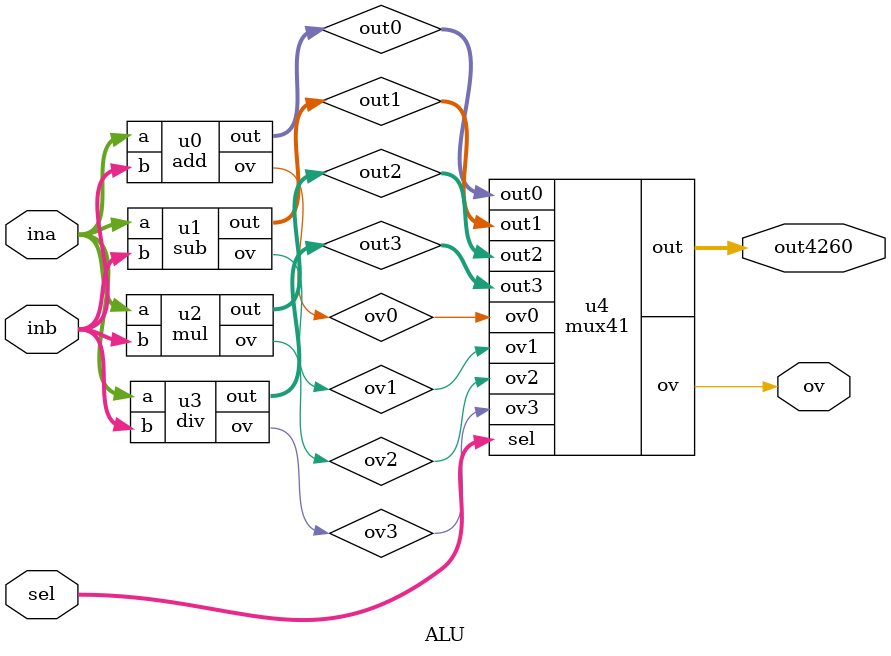
<source format=v>


module fa1_111 ( a, b, ci, sum, co );
  input a, b, ci;
  output sum, co;
  wire   n1;

  XOR2X1_HVT U3 ( .A1(ci), .A2(n1), .Y(sum) );
  AO22X1_HVT U4 ( .A1(a), .A2(b), .A3(ci), .A4(n1), .Y(co) );
  XOR2X1_HVT U5 ( .A1(a), .A2(b), .Y(n1) );
endmodule


module fa1_110 ( a, b, ci, sum, co );
  input a, b, ci;
  output sum, co;
  wire   n1;

  XOR2X1_HVT U3 ( .A1(ci), .A2(n1), .Y(sum) );
  AO22X1_HVT U4 ( .A1(a), .A2(b), .A3(ci), .A4(n1), .Y(co) );
  XOR2X1_HVT U5 ( .A1(a), .A2(b), .Y(n1) );
endmodule


module fa1_109 ( a, b, ci, sum, co );
  input a, b, ci;
  output sum, co;
  wire   n1;

  XOR2X1_HVT U3 ( .A1(ci), .A2(n1), .Y(sum) );
  AO22X1_HVT U4 ( .A1(a), .A2(b), .A3(ci), .A4(n1), .Y(co) );
  XOR2X1_HVT U5 ( .A1(a), .A2(b), .Y(n1) );
endmodule


module fa1_108 ( a, b, ci, sum, co );
  input a, b, ci;
  output sum, co;
  wire   n1;

  XOR2X1_HVT U3 ( .A1(ci), .A2(n1), .Y(sum) );
  AO22X1_HVT U4 ( .A1(a), .A2(b), .A3(ci), .A4(n1), .Y(co) );
  XOR2X1_HVT U5 ( .A1(a), .A2(b), .Y(n1) );
endmodule


module fa4_27 ( a, b, ci, sum, co );
  input [3:0] a;
  input [3:0] b;
  output [3:0] sum;
  input ci;
  output co;

  wire   [2:0] carry;

  fa1_111 u0 ( .a(a[0]), .b(b[0]), .ci(ci), .sum(sum[0]), .co(carry[0]) );
  fa1_110 u1 ( .a(a[1]), .b(b[1]), .ci(carry[0]), .sum(sum[1]), .co(carry[1])
         );
  fa1_109 u2 ( .a(a[2]), .b(b[2]), .ci(carry[1]), .sum(sum[2]), .co(carry[2])
         );
  fa1_108 u3 ( .a(a[3]), .b(b[3]), .ci(carry[2]), .sum(sum[3]), .co(co) );
endmodule


module fa1_107 ( a, b, ci, sum, co );
  input a, b, ci;
  output sum, co;
  wire   n1;

  XOR2X1_HVT U3 ( .A1(ci), .A2(n1), .Y(sum) );
  AO22X1_HVT U4 ( .A1(a), .A2(b), .A3(ci), .A4(n1), .Y(co) );
  XOR2X1_HVT U5 ( .A1(a), .A2(b), .Y(n1) );
endmodule


module fa1_106 ( a, b, ci, sum, co );
  input a, b, ci;
  output sum, co;
  wire   n1;

  XOR2X1_HVT U3 ( .A1(ci), .A2(n1), .Y(sum) );
  AO22X1_HVT U4 ( .A1(a), .A2(b), .A3(ci), .A4(n1), .Y(co) );
  XOR2X1_HVT U5 ( .A1(a), .A2(b), .Y(n1) );
endmodule


module fa1_105 ( a, b, ci, sum, co );
  input a, b, ci;
  output sum, co;
  wire   n1;

  XOR2X1_HVT U3 ( .A1(ci), .A2(n1), .Y(sum) );
  AO22X1_HVT U4 ( .A1(a), .A2(b), .A3(ci), .A4(n1), .Y(co) );
  XOR2X1_HVT U5 ( .A1(a), .A2(b), .Y(n1) );
endmodule


module fa1_104 ( a, b, ci, sum, co );
  input a, b, ci;
  output sum, co;
  wire   n1;

  XOR2X1_HVT U3 ( .A1(ci), .A2(n1), .Y(sum) );
  AO22X1_HVT U4 ( .A1(a), .A2(b), .A3(ci), .A4(n1), .Y(co) );
  XOR2X1_HVT U5 ( .A1(a), .A2(b), .Y(n1) );
endmodule


module fa4_26 ( a, b, ci, sum, co );
  input [3:0] a;
  input [3:0] b;
  output [3:0] sum;
  input ci;
  output co;

  wire   [2:0] carry;

  fa1_107 u0 ( .a(a[0]), .b(b[0]), .ci(ci), .sum(sum[0]), .co(carry[0]) );
  fa1_106 u1 ( .a(a[1]), .b(b[1]), .ci(carry[0]), .sum(sum[1]), .co(carry[1])
         );
  fa1_105 u2 ( .a(a[2]), .b(b[2]), .ci(carry[1]), .sum(sum[2]), .co(carry[2])
         );
  fa1_104 u3 ( .a(a[3]), .b(b[3]), .ci(carry[2]), .sum(sum[3]), .co(co) );
endmodule


module fa1_103 ( a, b, ci, sum, co );
  input a, b, ci;
  output sum, co;
  wire   n1;

  XOR2X1_HVT U3 ( .A1(ci), .A2(n1), .Y(sum) );
  AO22X1_HVT U4 ( .A1(a), .A2(b), .A3(ci), .A4(n1), .Y(co) );
  XOR2X1_HVT U5 ( .A1(a), .A2(b), .Y(n1) );
endmodule


module fa1_102 ( a, b, ci, sum, co );
  input a, b, ci;
  output sum, co;
  wire   n1;

  XOR2X1_HVT U3 ( .A1(ci), .A2(n1), .Y(sum) );
  AO22X1_HVT U4 ( .A1(a), .A2(b), .A3(ci), .A4(n1), .Y(co) );
  XOR2X1_HVT U5 ( .A1(a), .A2(b), .Y(n1) );
endmodule


module fa1_101 ( a, b, ci, sum, co );
  input a, b, ci;
  output sum, co;
  wire   n1;

  XOR2X1_HVT U3 ( .A1(ci), .A2(n1), .Y(sum) );
  AO22X1_HVT U4 ( .A1(a), .A2(b), .A3(ci), .A4(n1), .Y(co) );
  XOR2X1_HVT U5 ( .A1(a), .A2(b), .Y(n1) );
endmodule


module fa1_100 ( a, b, ci, sum, co );
  input a, b, ci;
  output sum, co;
  wire   n1;

  XOR2X1_HVT U3 ( .A1(ci), .A2(n1), .Y(sum) );
  AO22X1_HVT U4 ( .A1(a), .A2(b), .A3(ci), .A4(n1), .Y(co) );
  XOR2X1_HVT U5 ( .A1(a), .A2(b), .Y(n1) );
endmodule


module fa4_25 ( a, b, ci, sum, co );
  input [3:0] a;
  input [3:0] b;
  output [3:0] sum;
  input ci;
  output co;

  wire   [2:0] carry;

  fa1_103 u0 ( .a(a[0]), .b(b[0]), .ci(ci), .sum(sum[0]), .co(carry[0]) );
  fa1_102 u1 ( .a(a[1]), .b(b[1]), .ci(carry[0]), .sum(sum[1]), .co(carry[1])
         );
  fa1_101 u2 ( .a(a[2]), .b(b[2]), .ci(carry[1]), .sum(sum[2]), .co(carry[2])
         );
  fa1_100 u3 ( .a(a[3]), .b(b[3]), .ci(carry[2]), .sum(sum[3]), .co(co) );
endmodule


module fa1_99 ( a, b, ci, sum, co );
  input a, b, ci;
  output sum, co;
  wire   n1;

  XOR2X1_HVT U3 ( .A1(ci), .A2(n1), .Y(sum) );
  AO22X1_HVT U4 ( .A1(a), .A2(b), .A3(ci), .A4(n1), .Y(co) );
  XOR2X1_HVT U5 ( .A1(a), .A2(b), .Y(n1) );
endmodule


module fa1_98 ( a, b, ci, sum, co );
  input a, b, ci;
  output sum, co;
  wire   n1;

  XOR2X1_HVT U3 ( .A1(ci), .A2(n1), .Y(sum) );
  AO22X1_HVT U4 ( .A1(a), .A2(b), .A3(ci), .A4(n1), .Y(co) );
  XOR2X1_HVT U5 ( .A1(a), .A2(b), .Y(n1) );
endmodule


module fa1_97 ( a, b, ci, sum, co );
  input a, b, ci;
  output sum, co;
  wire   n1;

  XOR2X1_HVT U3 ( .A1(ci), .A2(n1), .Y(sum) );
  AO22X1_HVT U4 ( .A1(a), .A2(b), .A3(ci), .A4(n1), .Y(co) );
  XOR2X1_HVT U5 ( .A1(a), .A2(b), .Y(n1) );
endmodule


module fa1_96 ( a, b, ci, sum, co );
  input a, b, ci;
  output sum, co;
  wire   n1;

  XOR2X1_HVT U3 ( .A1(ci), .A2(n1), .Y(sum) );
  AO22X1_HVT U4 ( .A1(a), .A2(b), .A3(ci), .A4(n1), .Y(co) );
  XOR2X1_HVT U5 ( .A1(a), .A2(b), .Y(n1) );
endmodule


module fa4_24 ( a, b, ci, sum, co );
  input [3:0] a;
  input [3:0] b;
  output [3:0] sum;
  input ci;
  output co;

  wire   [2:0] carry;

  fa1_99 u0 ( .a(a[0]), .b(b[0]), .ci(ci), .sum(sum[0]), .co(carry[0]) );
  fa1_98 u1 ( .a(a[1]), .b(b[1]), .ci(carry[0]), .sum(sum[1]), .co(carry[1])
         );
  fa1_97 u2 ( .a(a[2]), .b(b[2]), .ci(carry[1]), .sum(sum[2]), .co(carry[2])
         );
  fa1_96 u3 ( .a(a[3]), .b(b[3]), .ci(carry[2]), .sum(sum[3]), .co(co) );
endmodule


module fa16_6 ( a, b, ci, sum, co );
  input [15:0] a;
  input [15:0] b;
  output [15:0] sum;
  input ci;
  output co;

  wire   [2:0] carry;

  fa4_27 u0 ( .a(a[3:0]), .b(b[3:0]), .ci(ci), .sum(sum[3:0]), .co(carry[0])
         );
  fa4_26 u1 ( .a(a[7:4]), .b(b[7:4]), .ci(carry[0]), .sum(sum[7:4]), .co(
        carry[1]) );
  fa4_25 u2 ( .a(a[11:8]), .b(b[11:8]), .ci(carry[1]), .sum(sum[11:8]), .co(
        carry[2]) );
  fa4_24 u3 ( .a(a[15:12]), .b(b[15:12]), .ci(carry[2]), .sum(sum[15:12]), 
        .co(co) );
endmodule


module dova ( co, ov );
  input co;
  output ov;
  wire   co;
  assign ov = co;

endmodule


module add ( a, b, out, ov );
  input [15:0] a;
  input [15:0] b;
  output [15:0] out;
  output ov;
  wire   co;

  fa16_6 u0 ( .a(a), .b(b), .ci(1'b0), .sum(out), .co(co) );
  dova u1 ( .co(co), .ov(ov) );
endmodule


module fa1_351 ( a, b, ci, sum, co );
  input a, b, ci;
  output sum, co;
  wire   n1;

  XOR2X1_HVT U3 ( .A1(ci), .A2(n1), .Y(sum) );
  AO22X1_HVT U4 ( .A1(a), .A2(b), .A3(ci), .A4(n1), .Y(co) );
  XOR2X1_HVT U5 ( .A1(a), .A2(b), .Y(n1) );
endmodule


module fa1_350 ( a, b, ci, sum, co );
  input a, b, ci;
  output sum, co;
  wire   n1;

  XOR2X1_HVT U3 ( .A1(ci), .A2(n1), .Y(sum) );
  AO22X1_HVT U4 ( .A1(a), .A2(b), .A3(ci), .A4(n1), .Y(co) );
  XOR2X1_HVT U5 ( .A1(a), .A2(b), .Y(n1) );
endmodule


module fa1_349 ( a, b, ci, sum, co );
  input a, b, ci;
  output sum, co;
  wire   n1;

  XOR2X1_HVT U3 ( .A1(ci), .A2(n1), .Y(sum) );
  AO22X1_HVT U4 ( .A1(a), .A2(b), .A3(ci), .A4(n1), .Y(co) );
  XOR2X1_HVT U5 ( .A1(a), .A2(b), .Y(n1) );
endmodule


module fa1_348 ( a, b, ci, sum, co );
  input a, b, ci;
  output sum, co;
  wire   n1;

  XOR2X1_HVT U3 ( .A1(ci), .A2(n1), .Y(sum) );
  AO22X1_HVT U4 ( .A1(a), .A2(b), .A3(ci), .A4(n1), .Y(co) );
  XOR2X1_HVT U5 ( .A1(a), .A2(b), .Y(n1) );
endmodule


module fa4_30 ( a, b, ci, sum, co );
  input [3:0] a;
  input [3:0] b;
  output [3:0] sum;
  input ci;
  output co;

  wire   [2:0] carry;

  fa1_351 u0 ( .a(a[0]), .b(b[0]), .ci(ci), .sum(sum[0]), .co(carry[0]) );
  fa1_350 u1 ( .a(a[1]), .b(b[1]), .ci(carry[0]), .sum(sum[1]), .co(carry[1])
         );
  fa1_349 u2 ( .a(a[2]), .b(b[2]), .ci(carry[1]), .sum(sum[2]), .co(carry[2])
         );
  fa1_348 u3 ( .a(a[3]), .b(b[3]), .ci(carry[2]), .sum(sum[3]), .co(co) );
endmodule


module fa1_347 ( a, b, ci, sum, co );
  input a, b, ci;
  output sum, co;
  wire   n1;

  XOR2X1_HVT U3 ( .A1(ci), .A2(n1), .Y(sum) );
  AO22X1_HVT U4 ( .A1(a), .A2(b), .A3(ci), .A4(n1), .Y(co) );
  XOR2X1_HVT U5 ( .A1(a), .A2(b), .Y(n1) );
endmodule


module fa1_346 ( a, b, ci, sum, co );
  input a, b, ci;
  output sum, co;
  wire   n1;

  XOR2X1_HVT U3 ( .A1(ci), .A2(n1), .Y(sum) );
  AO22X1_HVT U4 ( .A1(a), .A2(b), .A3(ci), .A4(n1), .Y(co) );
  XOR2X1_HVT U5 ( .A1(a), .A2(b), .Y(n1) );
endmodule


module fa1_345 ( a, b, ci, sum, co );
  input a, b, ci;
  output sum, co;
  wire   n1;

  XOR2X1_HVT U3 ( .A1(ci), .A2(n1), .Y(sum) );
  AO22X1_HVT U4 ( .A1(a), .A2(b), .A3(ci), .A4(n1), .Y(co) );
  XOR2X1_HVT U5 ( .A1(a), .A2(b), .Y(n1) );
endmodule


module fa1_344 ( a, b, ci, sum, co );
  input a, b, ci;
  output sum, co;
  wire   n1;

  XOR2X1_HVT U3 ( .A1(ci), .A2(n1), .Y(sum) );
  AO22X1_HVT U4 ( .A1(a), .A2(b), .A3(ci), .A4(n1), .Y(co) );
  XOR2X1_HVT U5 ( .A1(a), .A2(b), .Y(n1) );
endmodule


module fa4_29 ( a, b, ci, sum, co );
  input [3:0] a;
  input [3:0] b;
  output [3:0] sum;
  input ci;
  output co;

  wire   [2:0] carry;

  fa1_347 u0 ( .a(a[0]), .b(b[0]), .ci(ci), .sum(sum[0]), .co(carry[0]) );
  fa1_346 u1 ( .a(a[1]), .b(b[1]), .ci(carry[0]), .sum(sum[1]), .co(carry[1])
         );
  fa1_345 u2 ( .a(a[2]), .b(b[2]), .ci(carry[1]), .sum(sum[2]), .co(carry[2])
         );
  fa1_344 u3 ( .a(a[3]), .b(b[3]), .ci(carry[2]), .sum(sum[3]), .co(co) );
endmodule


module fa1_343 ( a, b, ci, sum, co );
  input a, b, ci;
  output sum, co;
  wire   n1;

  XOR2X1_HVT U3 ( .A1(ci), .A2(n1), .Y(sum) );
  AO22X1_HVT U4 ( .A1(a), .A2(b), .A3(ci), .A4(n1), .Y(co) );
  XOR2X1_HVT U5 ( .A1(a), .A2(b), .Y(n1) );
endmodule


module fa1_342 ( a, b, ci, sum, co );
  input a, b, ci;
  output sum, co;
  wire   n1;

  XOR2X1_HVT U3 ( .A1(ci), .A2(n1), .Y(sum) );
  AO22X1_HVT U4 ( .A1(a), .A2(b), .A3(ci), .A4(n1), .Y(co) );
  XOR2X1_HVT U5 ( .A1(a), .A2(b), .Y(n1) );
endmodule


module fa1_341 ( a, b, ci, sum, co );
  input a, b, ci;
  output sum, co;
  wire   n1;

  XOR2X1_HVT U3 ( .A1(ci), .A2(n1), .Y(sum) );
  AO22X1_HVT U4 ( .A1(a), .A2(b), .A3(ci), .A4(n1), .Y(co) );
  XOR2X1_HVT U5 ( .A1(a), .A2(b), .Y(n1) );
endmodule


module fa1_340 ( a, b, ci, sum, co );
  input a, b, ci;
  output sum, co;
  wire   n1;

  XOR2X1_HVT U3 ( .A1(ci), .A2(n1), .Y(sum) );
  AO22X1_HVT U4 ( .A1(a), .A2(b), .A3(ci), .A4(n1), .Y(co) );
  XOR2X1_HVT U5 ( .A1(a), .A2(b), .Y(n1) );
endmodule


module fa4_28 ( a, b, ci, sum, co );
  input [3:0] a;
  input [3:0] b;
  output [3:0] sum;
  input ci;
  output co;

  wire   [2:0] carry;

  fa1_343 u0 ( .a(a[0]), .b(b[0]), .ci(ci), .sum(sum[0]), .co(carry[0]) );
  fa1_342 u1 ( .a(a[1]), .b(b[1]), .ci(carry[0]), .sum(sum[1]), .co(carry[1])
         );
  fa1_341 u2 ( .a(a[2]), .b(b[2]), .ci(carry[1]), .sum(sum[2]), .co(carry[2])
         );
  fa1_340 u3 ( .a(a[3]), .b(b[3]), .ci(carry[2]), .sum(sum[3]), .co(co) );
endmodule


module fa1_355 ( a, b, ci, sum, co );
  input a, b, ci;
  output sum, co;
  wire   n1;

  XOR2X1_HVT U3 ( .A1(ci), .A2(n1), .Y(sum) );
  AO22X1_HVT U4 ( .A1(a), .A2(b), .A3(ci), .A4(n1), .Y(co) );
  XOR2X1_HVT U5 ( .A1(a), .A2(b), .Y(n1) );
endmodule


module fa1_354 ( a, b, ci, sum, co );
  input a, b, ci;
  output sum, co;
  wire   n1;

  XOR2X1_HVT U3 ( .A1(ci), .A2(n1), .Y(sum) );
  AO22X1_HVT U4 ( .A1(a), .A2(b), .A3(ci), .A4(n1), .Y(co) );
  XOR2X1_HVT U5 ( .A1(a), .A2(b), .Y(n1) );
endmodule


module fa1_353 ( a, b, ci, sum, co );
  input a, b, ci;
  output sum, co;
  wire   n1;

  XOR2X1_HVT U3 ( .A1(ci), .A2(n1), .Y(sum) );
  AO22X1_HVT U4 ( .A1(a), .A2(b), .A3(ci), .A4(n1), .Y(co) );
  XOR2X1_HVT U5 ( .A1(a), .A2(b), .Y(n1) );
endmodule


module fa1_352 ( a, b, ci, sum, co );
  input a, b, ci;
  output sum, co;
  wire   n1;

  XOR2X1_HVT U3 ( .A1(ci), .A2(n1), .Y(sum) );
  AO22X1_HVT U4 ( .A1(a), .A2(b), .A3(ci), .A4(n1), .Y(co) );
  XOR2X1_HVT U5 ( .A1(a), .A2(b), .Y(n1) );
endmodule


module sub ( a, b, out, ov );
  input [15:0] a;
  input [15:0] b;
  output [15:0] out;
  output ov;
  wire   n1, n2, n3, n4, n5, n6, n7, n8, n9, n10, n11, n12, n13, n14, n15, n16
;
  wire   [4:0] carry;
  wire   [1:0] co;

  fa4_30 u0 ( .a(a[3:0]), .b({n13, n14, n15, n16}), .ci(1'b1), .sum(out[3:0]), 
        .co(carry[0]) );
  fa4_29 u1 ( .a(a[7:4]), .b({n9, n10, n11, n12}), .ci(carry[0]), .sum(
        out[7:4]), .co(carry[1]) );
  fa4_28 u2 ( .a(a[11:8]), .b({n5, n6, n7, n8}), .ci(carry[1]), .sum(out[11:8]), .co(carry[2]) );
  fa1_355 u3 ( .a(a[12]), .b(n4), .ci(carry[2]), .sum(out[12]), .co(carry[3])
         );
  fa1_354 u4 ( .a(a[13]), .b(n3), .ci(carry[3]), .sum(out[13]), .co(carry[4])
         );
  fa1_353 u5 ( .a(a[14]), .b(n2), .ci(carry[4]), .sum(out[14]), .co(co[0]) );
  fa1_352 u6 ( .a(a[15]), .b(n1), .ci(co[0]), .sum(out[15]), .co(co[1]) );
  XOR2X1_HVT U2 ( .A1(co[1]), .A2(co[0]), .Y(ov) );
  INVX0_HVT U3 ( .A(b[15]), .Y(n1) );
  INVX0_HVT U4 ( .A(b[14]), .Y(n2) );
  INVX0_HVT U5 ( .A(b[13]), .Y(n3) );
  INVX0_HVT U6 ( .A(b[12]), .Y(n4) );
  INVX0_HVT U7 ( .A(b[11]), .Y(n5) );
  INVX0_HVT U8 ( .A(b[10]), .Y(n6) );
  INVX0_HVT U9 ( .A(b[9]), .Y(n7) );
  INVX0_HVT U10 ( .A(b[8]), .Y(n8) );
  INVX0_HVT U11 ( .A(b[7]), .Y(n9) );
  INVX0_HVT U12 ( .A(b[6]), .Y(n10) );
  INVX0_HVT U13 ( .A(b[5]), .Y(n11) );
  INVX0_HVT U14 ( .A(b[4]), .Y(n12) );
  INVX0_HVT U15 ( .A(b[3]), .Y(n13) );
  INVX0_HVT U16 ( .A(b[2]), .Y(n14) );
  INVX0_HVT U17 ( .A(b[1]), .Y(n15) );
  INVX0_HVT U18 ( .A(b[0]), .Y(n16) );
endmodule


module fa1_339 ( a, b, ci, sum, co );
  input a, b, ci;
  output sum, co;
  wire   n1;

  XOR2X1_HVT U3 ( .A1(ci), .A2(n1), .Y(sum) );
  AO22X1_HVT U4 ( .A1(a), .A2(b), .A3(ci), .A4(n1), .Y(co) );
  XOR2X1_HVT U5 ( .A1(a), .A2(b), .Y(n1) );
endmodule


module fa1_338 ( a, b, ci, sum, co );
  input a, b, ci;
  output sum, co;
  wire   n1;

  XOR2X1_HVT U3 ( .A1(ci), .A2(n1), .Y(sum) );
  AO22X1_HVT U4 ( .A1(a), .A2(b), .A3(ci), .A4(n1), .Y(co) );
  XOR2X1_HVT U5 ( .A1(a), .A2(b), .Y(n1) );
endmodule


module fa1_337 ( a, b, ci, sum, co );
  input a, b, ci;
  output sum, co;
  wire   n1;

  XOR2X1_HVT U3 ( .A1(ci), .A2(n1), .Y(sum) );
  AO22X1_HVT U4 ( .A1(a), .A2(b), .A3(ci), .A4(n1), .Y(co) );
  XOR2X1_HVT U5 ( .A1(a), .A2(b), .Y(n1) );
endmodule


module fa1_336 ( a, b, ci, sum, co );
  input a, b, ci;
  output sum, co;
  wire   n1;

  XOR2X1_HVT U3 ( .A1(ci), .A2(n1), .Y(sum) );
  AO22X1_HVT U4 ( .A1(a), .A2(b), .A3(ci), .A4(n1), .Y(co) );
  XOR2X1_HVT U5 ( .A1(a), .A2(b), .Y(n1) );
endmodule


module fa1_335 ( a, b, ci, sum, co );
  input a, b, ci;
  output sum, co;
  wire   n1;

  XOR2X1_HVT U3 ( .A1(ci), .A2(n1), .Y(sum) );
  AO22X1_HVT U4 ( .A1(a), .A2(b), .A3(ci), .A4(n1), .Y(co) );
  XOR2X1_HVT U5 ( .A1(a), .A2(b), .Y(n1) );
endmodule


module fa1_334 ( a, b, ci, sum, co );
  input a, b, ci;
  output sum, co;
  wire   n1;

  XOR2X1_HVT U3 ( .A1(ci), .A2(n1), .Y(sum) );
  AO22X1_HVT U4 ( .A1(a), .A2(b), .A3(ci), .A4(n1), .Y(co) );
  XOR2X1_HVT U5 ( .A1(a), .A2(b), .Y(n1) );
endmodule


module fa1_333 ( a, b, ci, sum, co );
  input a, b, ci;
  output sum, co;
  wire   n1;

  XOR2X1_HVT U3 ( .A1(ci), .A2(n1), .Y(sum) );
  AO22X1_HVT U4 ( .A1(a), .A2(b), .A3(ci), .A4(n1), .Y(co) );
  XOR2X1_HVT U5 ( .A1(a), .A2(b), .Y(n1) );
endmodule


module fa1_332 ( a, b, ci, sum, co );
  input a, b, ci;
  output sum, co;
  wire   n1;

  XOR2X1_HVT U3 ( .A1(ci), .A2(n1), .Y(sum) );
  AO22X1_HVT U4 ( .A1(a), .A2(b), .A3(ci), .A4(n1), .Y(co) );
  XOR2X1_HVT U5 ( .A1(a), .A2(b), .Y(n1) );
endmodule


module fa1_331 ( a, b, ci, sum, co );
  input a, b, ci;
  output sum, co;
  wire   n1;

  XOR2X1_HVT U3 ( .A1(ci), .A2(n1), .Y(sum) );
  AO22X1_HVT U4 ( .A1(a), .A2(b), .A3(ci), .A4(n1), .Y(co) );
  XOR2X1_HVT U5 ( .A1(a), .A2(b), .Y(n1) );
endmodule


module fa1_330 ( a, b, ci, sum, co );
  input a, b, ci;
  output sum, co;
  wire   n1;

  XOR2X1_HVT U3 ( .A1(ci), .A2(n1), .Y(sum) );
  AO22X1_HVT U4 ( .A1(a), .A2(b), .A3(ci), .A4(n1), .Y(co) );
  XOR2X1_HVT U5 ( .A1(a), .A2(b), .Y(n1) );
endmodule


module fa1_329 ( a, b, ci, sum, co );
  input a, b, ci;
  output sum, co;
  wire   n1;

  XOR2X1_HVT U3 ( .A1(ci), .A2(n1), .Y(sum) );
  AO22X1_HVT U4 ( .A1(a), .A2(b), .A3(ci), .A4(n1), .Y(co) );
  XOR2X1_HVT U5 ( .A1(a), .A2(b), .Y(n1) );
endmodule


module fa1_328 ( a, b, ci, sum, co );
  input a, b, ci;
  output sum, co;
  wire   n1;

  XOR2X1_HVT U3 ( .A1(ci), .A2(n1), .Y(sum) );
  AO22X1_HVT U4 ( .A1(a), .A2(b), .A3(ci), .A4(n1), .Y(co) );
  XOR2X1_HVT U5 ( .A1(a), .A2(b), .Y(n1) );
endmodule


module fa1_327 ( a, b, ci, sum, co );
  input a, b, ci;
  output sum, co;
  wire   n1;

  XOR2X1_HVT U3 ( .A1(ci), .A2(n1), .Y(sum) );
  AO22X1_HVT U4 ( .A1(a), .A2(b), .A3(ci), .A4(n1), .Y(co) );
  XOR2X1_HVT U5 ( .A1(a), .A2(b), .Y(n1) );
endmodule


module fa1_326 ( a, b, ci, sum, co );
  input a, b, ci;
  output sum, co;
  wire   n1;

  XOR2X1_HVT U3 ( .A1(ci), .A2(n1), .Y(sum) );
  AO22X1_HVT U4 ( .A1(a), .A2(b), .A3(ci), .A4(n1), .Y(co) );
  XOR2X1_HVT U5 ( .A1(a), .A2(b), .Y(n1) );
endmodule


module fa1_325 ( a, b, ci, sum, co );
  input a, b, ci;
  output sum, co;
  wire   n1;

  XOR2X1_HVT U3 ( .A1(ci), .A2(n1), .Y(sum) );
  AO22X1_HVT U4 ( .A1(a), .A2(b), .A3(ci), .A4(n1), .Y(co) );
  XOR2X1_HVT U5 ( .A1(a), .A2(b), .Y(n1) );
endmodule


module fa1_324 ( a, b, ci, sum, co );
  input a, b, ci;
  output sum, co;
  wire   n1;

  XOR2X1_HVT U3 ( .A1(ci), .A2(n1), .Y(sum) );
  AO22X1_HVT U4 ( .A1(a), .A2(b), .A3(ci), .A4(n1), .Y(co) );
  XOR2X1_HVT U5 ( .A1(a), .A2(b), .Y(n1) );
endmodule


module fa1_323 ( a, b, ci, sum, co );
  input a, b, ci;
  output sum, co;
  wire   n1;

  XOR2X1_HVT U3 ( .A1(ci), .A2(n1), .Y(sum) );
  AO22X1_HVT U4 ( .A1(a), .A2(b), .A3(ci), .A4(n1), .Y(co) );
  XOR2X1_HVT U5 ( .A1(a), .A2(b), .Y(n1) );
endmodule


module fa1_322 ( a, b, ci, sum, co );
  input a, b, ci;
  output sum, co;
  wire   n1;

  XOR2X1_HVT U3 ( .A1(ci), .A2(n1), .Y(sum) );
  AO22X1_HVT U4 ( .A1(a), .A2(b), .A3(ci), .A4(n1), .Y(co) );
  XOR2X1_HVT U5 ( .A1(a), .A2(b), .Y(n1) );
endmodule


module fa1_321 ( a, b, ci, sum, co );
  input a, b, ci;
  output sum, co;
  wire   n1;

  XOR2X1_HVT U3 ( .A1(ci), .A2(n1), .Y(sum) );
  AO22X1_HVT U4 ( .A1(a), .A2(b), .A3(ci), .A4(n1), .Y(co) );
  XOR2X1_HVT U5 ( .A1(a), .A2(b), .Y(n1) );
endmodule


module fa1_320 ( a, b, ci, sum, co );
  input a, b, ci;
  output sum, co;
  wire   n1;

  XOR2X1_HVT U3 ( .A1(ci), .A2(n1), .Y(sum) );
  AO22X1_HVT U4 ( .A1(a), .A2(b), .A3(ci), .A4(n1), .Y(co) );
  XOR2X1_HVT U5 ( .A1(a), .A2(b), .Y(n1) );
endmodule


module fa1_319 ( a, b, ci, sum, co );
  input a, b, ci;
  output sum, co;
  wire   n1;

  XOR2X1_HVT U3 ( .A1(ci), .A2(n1), .Y(sum) );
  AO22X1_HVT U4 ( .A1(a), .A2(b), .A3(ci), .A4(n1), .Y(co) );
  XOR2X1_HVT U5 ( .A1(a), .A2(b), .Y(n1) );
endmodule


module fa1_318 ( a, b, ci, sum, co );
  input a, b, ci;
  output sum, co;
  wire   n1;

  XOR2X1_HVT U3 ( .A1(ci), .A2(n1), .Y(sum) );
  AO22X1_HVT U4 ( .A1(a), .A2(b), .A3(ci), .A4(n1), .Y(co) );
  XOR2X1_HVT U5 ( .A1(a), .A2(b), .Y(n1) );
endmodule


module fa1_317 ( a, b, ci, sum, co );
  input a, b, ci;
  output sum, co;
  wire   n1;

  XOR2X1_HVT U3 ( .A1(ci), .A2(n1), .Y(sum) );
  AO22X1_HVT U4 ( .A1(a), .A2(b), .A3(ci), .A4(n1), .Y(co) );
  XOR2X1_HVT U5 ( .A1(a), .A2(b), .Y(n1) );
endmodule


module fa1_316 ( a, b, ci, sum, co );
  input a, b, ci;
  output sum, co;
  wire   n1;

  XOR2X1_HVT U3 ( .A1(ci), .A2(n1), .Y(sum) );
  AO22X1_HVT U4 ( .A1(a), .A2(b), .A3(ci), .A4(n1), .Y(co) );
  XOR2X1_HVT U5 ( .A1(a), .A2(b), .Y(n1) );
endmodule


module fa1_315 ( a, b, ci, sum, co );
  input a, b, ci;
  output sum, co;
  wire   n1;

  XOR2X1_HVT U3 ( .A1(ci), .A2(n1), .Y(sum) );
  AO22X1_HVT U4 ( .A1(a), .A2(b), .A3(ci), .A4(n1), .Y(co) );
  XOR2X1_HVT U5 ( .A1(a), .A2(b), .Y(n1) );
endmodule


module fa1_314 ( a, b, ci, sum, co );
  input a, b, ci;
  output sum, co;
  wire   n1;

  XOR2X1_HVT U3 ( .A1(ci), .A2(n1), .Y(sum) );
  AO22X1_HVT U4 ( .A1(a), .A2(b), .A3(ci), .A4(n1), .Y(co) );
  XOR2X1_HVT U5 ( .A1(a), .A2(b), .Y(n1) );
endmodule


module fa1_313 ( a, b, ci, sum, co );
  input a, b, ci;
  output sum, co;
  wire   n1;

  XOR2X1_HVT U3 ( .A1(ci), .A2(n1), .Y(sum) );
  AO22X1_HVT U4 ( .A1(a), .A2(b), .A3(ci), .A4(n1), .Y(co) );
  XOR2X1_HVT U5 ( .A1(a), .A2(b), .Y(n1) );
endmodule


module fa1_312 ( a, b, ci, sum, co );
  input a, b, ci;
  output sum, co;
  wire   n1;

  XOR2X1_HVT U3 ( .A1(ci), .A2(n1), .Y(sum) );
  AO22X1_HVT U4 ( .A1(a), .A2(b), .A3(ci), .A4(n1), .Y(co) );
  XOR2X1_HVT U5 ( .A1(a), .A2(b), .Y(n1) );
endmodule


module fa1_311 ( a, b, ci, sum, co );
  input a, b, ci;
  output sum, co;
  wire   n1;

  XOR2X1_HVT U3 ( .A1(ci), .A2(n1), .Y(sum) );
  AO22X1_HVT U4 ( .A1(a), .A2(b), .A3(ci), .A4(n1), .Y(co) );
  XOR2X1_HVT U5 ( .A1(a), .A2(b), .Y(n1) );
endmodule


module fa1_310 ( a, b, ci, sum, co );
  input a, b, ci;
  output sum, co;
  wire   n1;

  XOR2X1_HVT U3 ( .A1(ci), .A2(n1), .Y(sum) );
  AO22X1_HVT U4 ( .A1(a), .A2(b), .A3(ci), .A4(n1), .Y(co) );
  XOR2X1_HVT U5 ( .A1(a), .A2(b), .Y(n1) );
endmodule


module fa1_309 ( a, b, ci, sum, co );
  input a, b, ci;
  output sum, co;
  wire   n1;

  XOR2X1_HVT U3 ( .A1(ci), .A2(n1), .Y(sum) );
  AO22X1_HVT U4 ( .A1(a), .A2(b), .A3(ci), .A4(n1), .Y(co) );
  XOR2X1_HVT U5 ( .A1(a), .A2(b), .Y(n1) );
endmodule


module fa1_308 ( a, b, ci, sum, co );
  input a, b, ci;
  output sum, co;
  wire   n1;

  XOR2X1_HVT U3 ( .A1(ci), .A2(n1), .Y(sum) );
  AO22X1_HVT U4 ( .A1(a), .A2(b), .A3(ci), .A4(n1), .Y(co) );
  XOR2X1_HVT U5 ( .A1(a), .A2(b), .Y(n1) );
endmodule


module fa1_307 ( a, b, ci, sum, co );
  input a, b, ci;
  output sum, co;
  wire   n1;

  XOR2X1_HVT U3 ( .A1(ci), .A2(n1), .Y(sum) );
  AO22X1_HVT U4 ( .A1(a), .A2(b), .A3(ci), .A4(n1), .Y(co) );
  XOR2X1_HVT U5 ( .A1(a), .A2(b), .Y(n1) );
endmodule


module fa1_306 ( a, b, ci, sum, co );
  input a, b, ci;
  output sum, co;
  wire   n1;

  XOR2X1_HVT U3 ( .A1(ci), .A2(n1), .Y(sum) );
  AO22X1_HVT U4 ( .A1(a), .A2(b), .A3(ci), .A4(n1), .Y(co) );
  XOR2X1_HVT U5 ( .A1(a), .A2(b), .Y(n1) );
endmodule


module fa1_305 ( a, b, ci, sum, co );
  input a, b, ci;
  output sum, co;
  wire   n1;

  XOR2X1_HVT U3 ( .A1(ci), .A2(n1), .Y(sum) );
  AO22X1_HVT U4 ( .A1(a), .A2(b), .A3(ci), .A4(n1), .Y(co) );
  XOR2X1_HVT U5 ( .A1(a), .A2(b), .Y(n1) );
endmodule


module fa1_304 ( a, b, ci, sum, co );
  input a, b, ci;
  output sum, co;
  wire   n1;

  XOR2X1_HVT U3 ( .A1(ci), .A2(n1), .Y(sum) );
  AO22X1_HVT U4 ( .A1(a), .A2(b), .A3(ci), .A4(n1), .Y(co) );
  XOR2X1_HVT U5 ( .A1(a), .A2(b), .Y(n1) );
endmodule


module fa1_303 ( a, b, ci, sum, co );
  input a, b, ci;
  output sum, co;
  wire   n1;

  XOR2X1_HVT U3 ( .A1(ci), .A2(n1), .Y(sum) );
  AO22X1_HVT U4 ( .A1(a), .A2(b), .A3(ci), .A4(n1), .Y(co) );
  XOR2X1_HVT U5 ( .A1(a), .A2(b), .Y(n1) );
endmodule


module fa1_302 ( a, b, ci, sum, co );
  input a, b, ci;
  output sum, co;
  wire   n1;

  XOR2X1_HVT U3 ( .A1(ci), .A2(n1), .Y(sum) );
  AO22X1_HVT U4 ( .A1(a), .A2(b), .A3(ci), .A4(n1), .Y(co) );
  XOR2X1_HVT U5 ( .A1(a), .A2(b), .Y(n1) );
endmodule


module fa1_301 ( a, b, ci, sum, co );
  input a, b, ci;
  output sum, co;
  wire   n1;

  XOR2X1_HVT U3 ( .A1(ci), .A2(n1), .Y(sum) );
  AO22X1_HVT U4 ( .A1(a), .A2(b), .A3(ci), .A4(n1), .Y(co) );
  XOR2X1_HVT U5 ( .A1(a), .A2(b), .Y(n1) );
endmodule


module fa1_300 ( a, b, ci, sum, co );
  input a, b, ci;
  output sum, co;
  wire   n1;

  XOR2X1_HVT U3 ( .A1(ci), .A2(n1), .Y(sum) );
  AO22X1_HVT U4 ( .A1(a), .A2(b), .A3(ci), .A4(n1), .Y(co) );
  XOR2X1_HVT U5 ( .A1(a), .A2(b), .Y(n1) );
endmodule


module fa1_299 ( a, b, ci, sum, co );
  input a, b, ci;
  output sum, co;
  wire   n1;

  XOR2X1_HVT U3 ( .A1(ci), .A2(n1), .Y(sum) );
  AO22X1_HVT U4 ( .A1(a), .A2(b), .A3(ci), .A4(n1), .Y(co) );
  XOR2X1_HVT U5 ( .A1(a), .A2(b), .Y(n1) );
endmodule


module fa1_298 ( a, b, ci, sum, co );
  input a, b, ci;
  output sum, co;
  wire   n1;

  XOR2X1_HVT U3 ( .A1(ci), .A2(n1), .Y(sum) );
  AO22X1_HVT U4 ( .A1(a), .A2(b), .A3(ci), .A4(n1), .Y(co) );
  XOR2X1_HVT U5 ( .A1(a), .A2(b), .Y(n1) );
endmodule


module fa1_297 ( a, b, ci, sum, co );
  input a, b, ci;
  output sum, co;
  wire   n1;

  XOR2X1_HVT U3 ( .A1(ci), .A2(n1), .Y(sum) );
  AO22X1_HVT U4 ( .A1(a), .A2(b), .A3(ci), .A4(n1), .Y(co) );
  XOR2X1_HVT U5 ( .A1(a), .A2(b), .Y(n1) );
endmodule


module fa1_296 ( a, b, ci, sum, co );
  input a, b, ci;
  output sum, co;
  wire   n1;

  XOR2X1_HVT U3 ( .A1(ci), .A2(n1), .Y(sum) );
  AO22X1_HVT U4 ( .A1(a), .A2(b), .A3(ci), .A4(n1), .Y(co) );
  XOR2X1_HVT U5 ( .A1(a), .A2(b), .Y(n1) );
endmodule


module fa1_295 ( a, b, ci, sum, co );
  input a, b, ci;
  output sum, co;
  wire   n1;

  XOR2X1_HVT U3 ( .A1(ci), .A2(n1), .Y(sum) );
  AO22X1_HVT U4 ( .A1(a), .A2(b), .A3(ci), .A4(n1), .Y(co) );
  XOR2X1_HVT U5 ( .A1(a), .A2(b), .Y(n1) );
endmodule


module fa1_294 ( a, b, ci, sum, co );
  input a, b, ci;
  output sum, co;
  wire   n1;

  XOR2X1_HVT U3 ( .A1(ci), .A2(n1), .Y(sum) );
  AO22X1_HVT U4 ( .A1(a), .A2(b), .A3(ci), .A4(n1), .Y(co) );
  XOR2X1_HVT U5 ( .A1(a), .A2(b), .Y(n1) );
endmodule


module fa1_293 ( a, b, ci, sum, co );
  input a, b, ci;
  output sum, co;
  wire   n1;

  XOR2X1_HVT U3 ( .A1(ci), .A2(n1), .Y(sum) );
  AO22X1_HVT U4 ( .A1(a), .A2(b), .A3(ci), .A4(n1), .Y(co) );
  XOR2X1_HVT U5 ( .A1(a), .A2(b), .Y(n1) );
endmodule


module fa1_292 ( a, b, ci, sum, co );
  input a, b, ci;
  output sum, co;
  wire   n1;

  XOR2X1_HVT U3 ( .A1(ci), .A2(n1), .Y(sum) );
  AO22X1_HVT U4 ( .A1(a), .A2(b), .A3(ci), .A4(n1), .Y(co) );
  XOR2X1_HVT U5 ( .A1(a), .A2(b), .Y(n1) );
endmodule


module fa1_291 ( a, b, ci, sum, co );
  input a, b, ci;
  output sum, co;
  wire   n1;

  XOR2X1_HVT U3 ( .A1(ci), .A2(n1), .Y(sum) );
  AO22X1_HVT U4 ( .A1(a), .A2(b), .A3(ci), .A4(n1), .Y(co) );
  XOR2X1_HVT U5 ( .A1(a), .A2(b), .Y(n1) );
endmodule


module fa1_290 ( a, b, ci, sum, co );
  input a, b, ci;
  output sum, co;
  wire   n1;

  XOR2X1_HVT U3 ( .A1(ci), .A2(n1), .Y(sum) );
  AO22X1_HVT U4 ( .A1(a), .A2(b), .A3(ci), .A4(n1), .Y(co) );
  XOR2X1_HVT U5 ( .A1(a), .A2(b), .Y(n1) );
endmodule


module fa1_289 ( a, b, ci, sum, co );
  input a, b, ci;
  output sum, co;
  wire   n1;

  XOR2X1_HVT U3 ( .A1(ci), .A2(n1), .Y(sum) );
  AO22X1_HVT U4 ( .A1(a), .A2(b), .A3(ci), .A4(n1), .Y(co) );
  XOR2X1_HVT U5 ( .A1(a), .A2(b), .Y(n1) );
endmodule


module fa1_288 ( a, b, ci, sum, co );
  input a, b, ci;
  output sum, co;
  wire   n1;

  XOR2X1_HVT U3 ( .A1(ci), .A2(n1), .Y(sum) );
  AO22X1_HVT U4 ( .A1(a), .A2(b), .A3(ci), .A4(n1), .Y(co) );
  XOR2X1_HVT U5 ( .A1(a), .A2(b), .Y(n1) );
endmodule


module fa1_287 ( a, b, ci, sum, co );
  input a, b, ci;
  output sum, co;
  wire   n1;

  XOR2X1_HVT U3 ( .A1(ci), .A2(n1), .Y(sum) );
  AO22X1_HVT U4 ( .A1(a), .A2(b), .A3(ci), .A4(n1), .Y(co) );
  XOR2X1_HVT U5 ( .A1(a), .A2(b), .Y(n1) );
endmodule


module fa1_286 ( a, b, ci, sum, co );
  input a, b, ci;
  output sum, co;
  wire   n1;

  XOR2X1_HVT U3 ( .A1(ci), .A2(n1), .Y(sum) );
  AO22X1_HVT U4 ( .A1(a), .A2(b), .A3(ci), .A4(n1), .Y(co) );
  XOR2X1_HVT U5 ( .A1(a), .A2(b), .Y(n1) );
endmodule


module fa1_285 ( a, b, ci, sum, co );
  input a, b, ci;
  output sum, co;
  wire   n1;

  XOR2X1_HVT U3 ( .A1(ci), .A2(n1), .Y(sum) );
  AO22X1_HVT U4 ( .A1(a), .A2(b), .A3(ci), .A4(n1), .Y(co) );
  XOR2X1_HVT U5 ( .A1(a), .A2(b), .Y(n1) );
endmodule


module fa1_284 ( a, b, ci, sum, co );
  input a, b, ci;
  output sum, co;
  wire   n1;

  XOR2X1_HVT U3 ( .A1(ci), .A2(n1), .Y(sum) );
  AO22X1_HVT U4 ( .A1(a), .A2(b), .A3(ci), .A4(n1), .Y(co) );
  XOR2X1_HVT U5 ( .A1(a), .A2(b), .Y(n1) );
endmodule


module fa1_283 ( a, b, ci, sum, co );
  input a, b, ci;
  output sum, co;
  wire   n1;

  XOR2X1_HVT U3 ( .A1(ci), .A2(n1), .Y(sum) );
  AO22X1_HVT U4 ( .A1(a), .A2(b), .A3(ci), .A4(n1), .Y(co) );
  XOR2X1_HVT U5 ( .A1(a), .A2(b), .Y(n1) );
endmodule


module multi8x8_3 ( a, b, out );
  input [7:0] a;
  input [7:0] b;
  output [31:0] out;
  wire   _0_net_, _3_net_, _4_net_, _6_net_, _7_net_, _8_net_, _10_net_,
         _11_net_, _12_net_, _13_net_, _15_net_, _16_net_, _17_net_, _18_net_,
         _19_net_, _21_net_, _22_net_, _23_net_, _24_net_, _25_net_, _26_net_,
         _28_net_, _29_net_, _30_net_, _31_net_, _32_net_, _33_net_, _34_net_,
         _36_net_, _37_net_, _38_net_, _39_net_, _40_net_, _41_net_, _42_net_,
         _43_net_, _46_net_, _47_net_, _48_net_, _49_net_, _50_net_, _51_net_,
         _52_net_, _53_net_, _54_net_, _55_net_, _56_net_, _57_net_, _58_net_,
         _59_net_, _60_net_, _61_net_, _62_net_, _63_net_, _64_net_, _65_net_,
         _66_net_, _67_net_, _68_net_, _69_net_, _70_net_, _71_net_, _72_net_,
         _73_net_;
  wire   [54:0] carry;
  wire   [41:0] sum;
  assign out[16] = 1'b0;
  assign out[17] = 1'b0;
  assign out[18] = 1'b0;
  assign out[19] = 1'b0;
  assign out[20] = 1'b0;
  assign out[21] = 1'b0;
  assign out[22] = 1'b0;
  assign out[23] = 1'b0;
  assign out[24] = 1'b0;
  assign out[25] = 1'b0;
  assign out[26] = 1'b0;
  assign out[27] = 1'b0;
  assign out[28] = 1'b0;
  assign out[29] = 1'b0;
  assign out[30] = 1'b0;
  assign out[31] = 1'b0;

  fa1_339 u ( .a(_0_net_), .b(1'b0), .ci(1'b0), .sum(out[0]) );
  fa1_338 u0 ( .a(_3_net_), .b(_4_net_), .ci(1'b0), .sum(out[1]), .co(carry[0]) );
  fa1_337 u1 ( .a(_6_net_), .b(_7_net_), .ci(_8_net_), .sum(sum[0]), .co(
        carry[1]) );
  fa1_336 u2 ( .a(sum[0]), .b(1'b0), .ci(carry[0]), .sum(out[2]), .co(carry[2]) );
  fa1_335 u3 ( .a(_10_net_), .b(_11_net_), .ci(_12_net_), .sum(sum[1]), .co(
        carry[3]) );
  fa1_334 u4 ( .a(sum[1]), .b(_13_net_), .ci(carry[1]), .sum(sum[2]), .co(
        carry[4]) );
  fa1_333 u5 ( .a(sum[2]), .b(1'b0), .ci(carry[2]), .sum(out[3]), .co(carry[5]) );
  fa1_332 u6 ( .a(_15_net_), .b(_16_net_), .ci(_17_net_), .sum(sum[3]), .co(
        carry[6]) );
  fa1_331 u7 ( .a(sum[3]), .b(_18_net_), .ci(carry[3]), .sum(sum[4]), .co(
        carry[7]) );
  fa1_330 u8 ( .a(sum[4]), .b(_19_net_), .ci(carry[4]), .sum(sum[5]), .co(
        carry[8]) );
  fa1_329 u9 ( .a(sum[5]), .b(1'b0), .ci(carry[5]), .sum(out[4]), .co(carry[9]) );
  fa1_328 u10 ( .a(_21_net_), .b(_22_net_), .ci(_23_net_), .sum(sum[6]), .co(
        carry[10]) );
  fa1_327 u11 ( .a(sum[6]), .b(_24_net_), .ci(carry[6]), .sum(sum[7]), .co(
        carry[11]) );
  fa1_326 u12 ( .a(sum[7]), .b(_25_net_), .ci(carry[7]), .sum(sum[8]), .co(
        carry[12]) );
  fa1_325 u13 ( .a(sum[8]), .b(_26_net_), .ci(carry[8]), .sum(sum[9]), .co(
        carry[13]) );
  fa1_324 u14 ( .a(sum[9]), .b(1'b0), .ci(carry[9]), .sum(out[5]), .co(
        carry[14]) );
  fa1_323 u15 ( .a(_28_net_), .b(_29_net_), .ci(_30_net_), .sum(sum[10]), .co(
        carry[15]) );
  fa1_322 u16 ( .a(sum[10]), .b(_31_net_), .ci(carry[10]), .sum(sum[11]), .co(
        carry[16]) );
  fa1_321 u17 ( .a(sum[11]), .b(_32_net_), .ci(carry[11]), .sum(sum[12]), .co(
        carry[17]) );
  fa1_320 u18 ( .a(sum[12]), .b(_33_net_), .ci(carry[12]), .sum(sum[13]), .co(
        carry[18]) );
  fa1_319 u19 ( .a(sum[13]), .b(_34_net_), .ci(carry[13]), .sum(sum[14]), .co(
        carry[19]) );
  fa1_318 u20 ( .a(sum[14]), .b(1'b0), .ci(carry[14]), .sum(out[6]), .co(
        carry[20]) );
  fa1_317 u21 ( .a(_36_net_), .b(_37_net_), .ci(_38_net_), .sum(sum[15]), .co(
        carry[21]) );
  fa1_316 u22 ( .a(sum[15]), .b(_39_net_), .ci(carry[15]), .sum(sum[16]), .co(
        carry[22]) );
  fa1_315 u23 ( .a(sum[16]), .b(_40_net_), .ci(carry[16]), .sum(sum[17]), .co(
        carry[23]) );
  fa1_314 u24 ( .a(sum[17]), .b(_41_net_), .ci(carry[17]), .sum(sum[18]), .co(
        carry[24]) );
  fa1_313 u25 ( .a(sum[18]), .b(_42_net_), .ci(carry[18]), .sum(sum[19]), .co(
        carry[25]) );
  fa1_312 u26 ( .a(sum[19]), .b(_43_net_), .ci(carry[19]), .sum(sum[20]), .co(
        carry[26]) );
  fa1_311 u27 ( .a(sum[20]), .b(carry[20]), .ci(1'b0), .sum(out[7]), .co(
        carry[27]) );
  fa1_310 u28 ( .a(1'b0), .b(_46_net_), .ci(_47_net_), .sum(sum[21]), .co(
        carry[28]) );
  fa1_309 u29 ( .a(sum[21]), .b(_48_net_), .ci(carry[21]), .sum(sum[22]), .co(
        carry[29]) );
  fa1_308 u30 ( .a(sum[22]), .b(_49_net_), .ci(carry[22]), .sum(sum[23]), .co(
        carry[30]) );
  fa1_307 u31 ( .a(sum[23]), .b(_50_net_), .ci(carry[23]), .sum(sum[24]), .co(
        carry[31]) );
  fa1_306 u32 ( .a(sum[24]), .b(_51_net_), .ci(carry[24]), .sum(sum[25]), .co(
        carry[32]) );
  fa1_305 u33 ( .a(sum[25]), .b(_52_net_), .ci(carry[25]), .sum(sum[26]), .co(
        carry[33]) );
  fa1_304 u34 ( .a(sum[26]), .b(carry[26]), .ci(carry[27]), .sum(out[8]), .co(
        carry[34]) );
  fa1_303 u35 ( .a(_53_net_), .b(_54_net_), .ci(carry[28]), .sum(sum[27]), 
        .co(carry[35]) );
  fa1_302 u36 ( .a(sum[27]), .b(_55_net_), .ci(carry[29]), .sum(sum[28]), .co(
        carry[36]) );
  fa1_301 u37 ( .a(sum[28]), .b(_56_net_), .ci(carry[30]), .sum(sum[29]), .co(
        carry[37]) );
  fa1_300 u38 ( .a(sum[29]), .b(_57_net_), .ci(carry[31]), .sum(sum[30]), .co(
        carry[38]) );
  fa1_299 u39 ( .a(sum[30]), .b(_58_net_), .ci(carry[32]), .sum(sum[31]), .co(
        carry[39]) );
  fa1_298 u40 ( .a(sum[31]), .b(carry[33]), .ci(carry[34]), .sum(out[9]), .co(
        carry[40]) );
  fa1_297 u41 ( .a(_59_net_), .b(_60_net_), .ci(carry[35]), .sum(sum[32]), 
        .co(carry[41]) );
  fa1_296 u42 ( .a(sum[32]), .b(_61_net_), .ci(carry[36]), .sum(sum[33]), .co(
        carry[42]) );
  fa1_295 u43 ( .a(sum[33]), .b(_62_net_), .ci(carry[37]), .sum(sum[34]), .co(
        carry[43]) );
  fa1_294 u44 ( .a(sum[34]), .b(_63_net_), .ci(carry[38]), .sum(sum[35]), .co(
        carry[44]) );
  fa1_293 u45 ( .a(sum[35]), .b(carry[39]), .ci(carry[40]), .sum(out[10]), 
        .co(carry[45]) );
  fa1_292 u46 ( .a(_64_net_), .b(_65_net_), .ci(carry[41]), .sum(sum[36]), 
        .co(carry[46]) );
  fa1_291 u47 ( .a(sum[36]), .b(_66_net_), .ci(carry[42]), .sum(sum[37]), .co(
        carry[47]) );
  fa1_290 u48 ( .a(sum[37]), .b(_67_net_), .ci(carry[43]), .sum(sum[38]), .co(
        carry[48]) );
  fa1_289 u49 ( .a(sum[38]), .b(carry[44]), .ci(carry[45]), .sum(out[11]), 
        .co(carry[49]) );
  fa1_288 u50 ( .a(_68_net_), .b(_69_net_), .ci(carry[46]), .sum(sum[39]), 
        .co(carry[50]) );
  fa1_287 u51 ( .a(sum[39]), .b(_70_net_), .ci(carry[47]), .sum(sum[40]), .co(
        carry[51]) );
  fa1_286 u52 ( .a(sum[40]), .b(carry[48]), .ci(carry[49]), .sum(out[12]), 
        .co(carry[52]) );
  fa1_285 u53 ( .a(_71_net_), .b(_72_net_), .ci(carry[50]), .sum(sum[41]), 
        .co(carry[53]) );
  fa1_284 u54 ( .a(sum[41]), .b(carry[51]), .ci(carry[52]), .sum(out[13]), 
        .co(carry[54]) );
  fa1_283 u55 ( .a(_73_net_), .b(carry[53]), .ci(carry[54]), .sum(out[14]), 
        .co(out[15]) );
  AND2X1_HVT U2 ( .A1(b[2]), .A2(a[0]), .Y(_8_net_) );
  AND2X1_HVT U3 ( .A1(b[1]), .A2(a[1]), .Y(_7_net_) );
  AND2X1_HVT U4 ( .A1(b[7]), .A2(a[7]), .Y(_73_net_) );
  AND2X1_HVT U5 ( .A1(a[6]), .A2(b[7]), .Y(_72_net_) );
  AND2X1_HVT U6 ( .A1(b[6]), .A2(a[7]), .Y(_71_net_) );
  AND2X1_HVT U7 ( .A1(a[5]), .A2(b[7]), .Y(_70_net_) );
  AND2X1_HVT U8 ( .A1(b[0]), .A2(a[2]), .Y(_6_net_) );
  AND2X1_HVT U9 ( .A1(b[6]), .A2(a[6]), .Y(_69_net_) );
  AND2X1_HVT U10 ( .A1(b[5]), .A2(a[7]), .Y(_68_net_) );
  AND2X1_HVT U11 ( .A1(a[4]), .A2(b[7]), .Y(_67_net_) );
  AND2X1_HVT U12 ( .A1(a[5]), .A2(b[6]), .Y(_66_net_) );
  AND2X1_HVT U13 ( .A1(b[5]), .A2(a[6]), .Y(_65_net_) );
  AND2X1_HVT U14 ( .A1(b[4]), .A2(a[7]), .Y(_64_net_) );
  AND2X1_HVT U15 ( .A1(a[3]), .A2(b[7]), .Y(_63_net_) );
  AND2X1_HVT U16 ( .A1(a[4]), .A2(b[6]), .Y(_62_net_) );
  AND2X1_HVT U17 ( .A1(b[5]), .A2(a[5]), .Y(_61_net_) );
  AND2X1_HVT U18 ( .A1(b[4]), .A2(a[6]), .Y(_60_net_) );
  AND2X1_HVT U19 ( .A1(b[3]), .A2(a[7]), .Y(_59_net_) );
  AND2X1_HVT U20 ( .A1(a[2]), .A2(b[7]), .Y(_58_net_) );
  AND2X1_HVT U21 ( .A1(a[3]), .A2(b[6]), .Y(_57_net_) );
  AND2X1_HVT U22 ( .A1(a[4]), .A2(b[5]), .Y(_56_net_) );
  AND2X1_HVT U23 ( .A1(b[4]), .A2(a[5]), .Y(_55_net_) );
  AND2X1_HVT U24 ( .A1(b[3]), .A2(a[6]), .Y(_54_net_) );
  AND2X1_HVT U25 ( .A1(a[7]), .A2(b[2]), .Y(_53_net_) );
  AND2X1_HVT U26 ( .A1(b[7]), .A2(a[1]), .Y(_52_net_) );
  AND2X1_HVT U27 ( .A1(a[2]), .A2(b[6]), .Y(_51_net_) );
  AND2X1_HVT U28 ( .A1(a[3]), .A2(b[5]), .Y(_50_net_) );
  AND2X1_HVT U29 ( .A1(b[1]), .A2(a[0]), .Y(_4_net_) );
  AND2X1_HVT U30 ( .A1(b[4]), .A2(a[4]), .Y(_49_net_) );
  AND2X1_HVT U31 ( .A1(b[3]), .A2(a[5]), .Y(_48_net_) );
  AND2X1_HVT U32 ( .A1(a[6]), .A2(b[2]), .Y(_47_net_) );
  AND2X1_HVT U33 ( .A1(a[7]), .A2(b[1]), .Y(_46_net_) );
  AND2X1_HVT U34 ( .A1(b[7]), .A2(a[0]), .Y(_43_net_) );
  AND2X1_HVT U35 ( .A1(b[6]), .A2(a[1]), .Y(_42_net_) );
  AND2X1_HVT U36 ( .A1(b[5]), .A2(a[2]), .Y(_41_net_) );
  AND2X1_HVT U37 ( .A1(a[3]), .A2(b[4]), .Y(_40_net_) );
  AND2X1_HVT U38 ( .A1(b[0]), .A2(a[1]), .Y(_3_net_) );
  AND2X1_HVT U39 ( .A1(b[3]), .A2(a[4]), .Y(_39_net_) );
  AND2X1_HVT U40 ( .A1(a[5]), .A2(b[2]), .Y(_38_net_) );
  AND2X1_HVT U41 ( .A1(a[6]), .A2(b[1]), .Y(_37_net_) );
  AND2X1_HVT U42 ( .A1(b[0]), .A2(a[7]), .Y(_36_net_) );
  AND2X1_HVT U43 ( .A1(b[6]), .A2(a[0]), .Y(_34_net_) );
  AND2X1_HVT U44 ( .A1(b[5]), .A2(a[1]), .Y(_33_net_) );
  AND2X1_HVT U45 ( .A1(b[4]), .A2(a[2]), .Y(_32_net_) );
  AND2X1_HVT U46 ( .A1(b[3]), .A2(a[3]), .Y(_31_net_) );
  AND2X1_HVT U47 ( .A1(a[4]), .A2(b[2]), .Y(_30_net_) );
  AND2X1_HVT U48 ( .A1(a[5]), .A2(b[1]), .Y(_29_net_) );
  AND2X1_HVT U49 ( .A1(b[0]), .A2(a[6]), .Y(_28_net_) );
  AND2X1_HVT U50 ( .A1(b[5]), .A2(a[0]), .Y(_26_net_) );
  AND2X1_HVT U51 ( .A1(b[4]), .A2(a[1]), .Y(_25_net_) );
  AND2X1_HVT U52 ( .A1(b[3]), .A2(a[2]), .Y(_24_net_) );
  AND2X1_HVT U53 ( .A1(a[3]), .A2(b[2]), .Y(_23_net_) );
  AND2X1_HVT U54 ( .A1(a[4]), .A2(b[1]), .Y(_22_net_) );
  AND2X1_HVT U55 ( .A1(b[0]), .A2(a[5]), .Y(_21_net_) );
  AND2X1_HVT U56 ( .A1(b[4]), .A2(a[0]), .Y(_19_net_) );
  AND2X1_HVT U57 ( .A1(b[3]), .A2(a[1]), .Y(_18_net_) );
  AND2X1_HVT U58 ( .A1(a[2]), .A2(b[2]), .Y(_17_net_) );
  AND2X1_HVT U59 ( .A1(a[3]), .A2(b[1]), .Y(_16_net_) );
  AND2X1_HVT U60 ( .A1(a[4]), .A2(b[0]), .Y(_15_net_) );
  AND2X1_HVT U61 ( .A1(b[3]), .A2(a[0]), .Y(_13_net_) );
  AND2X1_HVT U62 ( .A1(a[1]), .A2(b[2]), .Y(_12_net_) );
  AND2X1_HVT U63 ( .A1(a[2]), .A2(b[1]), .Y(_11_net_) );
  AND2X1_HVT U64 ( .A1(a[3]), .A2(b[0]), .Y(_10_net_) );
  AND2X1_HVT U65 ( .A1(b[0]), .A2(a[0]), .Y(_0_net_) );
endmodule


module fa1_282 ( a, b, ci, sum, co );
  input a, b, ci;
  output sum, co;
  wire   n1;

  XOR2X1_HVT U3 ( .A1(ci), .A2(n1), .Y(sum) );
  AO22X1_HVT U4 ( .A1(a), .A2(b), .A3(ci), .A4(n1), .Y(co) );
  XOR2X1_HVT U5 ( .A1(a), .A2(b), .Y(n1) );
endmodule


module fa1_281 ( a, b, ci, sum, co );
  input a, b, ci;
  output sum, co;
  wire   n1;

  XOR2X1_HVT U3 ( .A1(ci), .A2(n1), .Y(sum) );
  AO22X1_HVT U4 ( .A1(a), .A2(b), .A3(ci), .A4(n1), .Y(co) );
  XOR2X1_HVT U5 ( .A1(a), .A2(b), .Y(n1) );
endmodule


module fa1_280 ( a, b, ci, sum, co );
  input a, b, ci;
  output sum, co;
  wire   n1;

  XOR2X1_HVT U3 ( .A1(ci), .A2(n1), .Y(sum) );
  AO22X1_HVT U4 ( .A1(a), .A2(b), .A3(ci), .A4(n1), .Y(co) );
  XOR2X1_HVT U5 ( .A1(a), .A2(b), .Y(n1) );
endmodule


module fa1_279 ( a, b, ci, sum, co );
  input a, b, ci;
  output sum, co;
  wire   n1;

  XOR2X1_HVT U3 ( .A1(ci), .A2(n1), .Y(sum) );
  AO22X1_HVT U4 ( .A1(a), .A2(b), .A3(ci), .A4(n1), .Y(co) );
  XOR2X1_HVT U5 ( .A1(a), .A2(b), .Y(n1) );
endmodule


module fa1_278 ( a, b, ci, sum, co );
  input a, b, ci;
  output sum, co;
  wire   n1;

  XOR2X1_HVT U3 ( .A1(ci), .A2(n1), .Y(sum) );
  AO22X1_HVT U4 ( .A1(a), .A2(b), .A3(ci), .A4(n1), .Y(co) );
  XOR2X1_HVT U5 ( .A1(a), .A2(b), .Y(n1) );
endmodule


module fa1_277 ( a, b, ci, sum, co );
  input a, b, ci;
  output sum, co;
  wire   n1;

  XOR2X1_HVT U3 ( .A1(ci), .A2(n1), .Y(sum) );
  AO22X1_HVT U4 ( .A1(a), .A2(b), .A3(ci), .A4(n1), .Y(co) );
  XOR2X1_HVT U5 ( .A1(a), .A2(b), .Y(n1) );
endmodule


module fa1_276 ( a, b, ci, sum, co );
  input a, b, ci;
  output sum, co;
  wire   n1;

  XOR2X1_HVT U3 ( .A1(ci), .A2(n1), .Y(sum) );
  AO22X1_HVT U4 ( .A1(a), .A2(b), .A3(ci), .A4(n1), .Y(co) );
  XOR2X1_HVT U5 ( .A1(a), .A2(b), .Y(n1) );
endmodule


module fa1_275 ( a, b, ci, sum, co );
  input a, b, ci;
  output sum, co;
  wire   n1;

  XOR2X1_HVT U3 ( .A1(ci), .A2(n1), .Y(sum) );
  AO22X1_HVT U4 ( .A1(a), .A2(b), .A3(ci), .A4(n1), .Y(co) );
  XOR2X1_HVT U5 ( .A1(a), .A2(b), .Y(n1) );
endmodule


module fa1_274 ( a, b, ci, sum, co );
  input a, b, ci;
  output sum, co;
  wire   n1;

  XOR2X1_HVT U3 ( .A1(ci), .A2(n1), .Y(sum) );
  AO22X1_HVT U4 ( .A1(a), .A2(b), .A3(ci), .A4(n1), .Y(co) );
  XOR2X1_HVT U5 ( .A1(a), .A2(b), .Y(n1) );
endmodule


module fa1_273 ( a, b, ci, sum, co );
  input a, b, ci;
  output sum, co;
  wire   n1;

  XOR2X1_HVT U3 ( .A1(ci), .A2(n1), .Y(sum) );
  AO22X1_HVT U4 ( .A1(a), .A2(b), .A3(ci), .A4(n1), .Y(co) );
  XOR2X1_HVT U5 ( .A1(a), .A2(b), .Y(n1) );
endmodule


module fa1_272 ( a, b, ci, sum, co );
  input a, b, ci;
  output sum, co;
  wire   n1;

  XOR2X1_HVT U3 ( .A1(ci), .A2(n1), .Y(sum) );
  AO22X1_HVT U4 ( .A1(a), .A2(b), .A3(ci), .A4(n1), .Y(co) );
  XOR2X1_HVT U5 ( .A1(a), .A2(b), .Y(n1) );
endmodule


module fa1_271 ( a, b, ci, sum, co );
  input a, b, ci;
  output sum, co;
  wire   n1;

  XOR2X1_HVT U3 ( .A1(ci), .A2(n1), .Y(sum) );
  AO22X1_HVT U4 ( .A1(a), .A2(b), .A3(ci), .A4(n1), .Y(co) );
  XOR2X1_HVT U5 ( .A1(a), .A2(b), .Y(n1) );
endmodule


module fa1_270 ( a, b, ci, sum, co );
  input a, b, ci;
  output sum, co;
  wire   n1;

  XOR2X1_HVT U3 ( .A1(ci), .A2(n1), .Y(sum) );
  AO22X1_HVT U4 ( .A1(a), .A2(b), .A3(ci), .A4(n1), .Y(co) );
  XOR2X1_HVT U5 ( .A1(a), .A2(b), .Y(n1) );
endmodule


module fa1_269 ( a, b, ci, sum, co );
  input a, b, ci;
  output sum, co;
  wire   n1;

  XOR2X1_HVT U3 ( .A1(ci), .A2(n1), .Y(sum) );
  AO22X1_HVT U4 ( .A1(a), .A2(b), .A3(ci), .A4(n1), .Y(co) );
  XOR2X1_HVT U5 ( .A1(a), .A2(b), .Y(n1) );
endmodule


module fa1_268 ( a, b, ci, sum, co );
  input a, b, ci;
  output sum, co;
  wire   n1;

  XOR2X1_HVT U3 ( .A1(ci), .A2(n1), .Y(sum) );
  AO22X1_HVT U4 ( .A1(a), .A2(b), .A3(ci), .A4(n1), .Y(co) );
  XOR2X1_HVT U5 ( .A1(a), .A2(b), .Y(n1) );
endmodule


module fa1_267 ( a, b, ci, sum, co );
  input a, b, ci;
  output sum, co;
  wire   n1;

  XOR2X1_HVT U3 ( .A1(ci), .A2(n1), .Y(sum) );
  AO22X1_HVT U4 ( .A1(a), .A2(b), .A3(ci), .A4(n1), .Y(co) );
  XOR2X1_HVT U5 ( .A1(a), .A2(b), .Y(n1) );
endmodule


module fa1_266 ( a, b, ci, sum, co );
  input a, b, ci;
  output sum, co;
  wire   n1;

  XOR2X1_HVT U3 ( .A1(ci), .A2(n1), .Y(sum) );
  AO22X1_HVT U4 ( .A1(a), .A2(b), .A3(ci), .A4(n1), .Y(co) );
  XOR2X1_HVT U5 ( .A1(a), .A2(b), .Y(n1) );
endmodule


module fa1_265 ( a, b, ci, sum, co );
  input a, b, ci;
  output sum, co;
  wire   n1;

  XOR2X1_HVT U3 ( .A1(ci), .A2(n1), .Y(sum) );
  AO22X1_HVT U4 ( .A1(a), .A2(b), .A3(ci), .A4(n1), .Y(co) );
  XOR2X1_HVT U5 ( .A1(a), .A2(b), .Y(n1) );
endmodule


module fa1_264 ( a, b, ci, sum, co );
  input a, b, ci;
  output sum, co;
  wire   n1;

  XOR2X1_HVT U3 ( .A1(ci), .A2(n1), .Y(sum) );
  AO22X1_HVT U4 ( .A1(a), .A2(b), .A3(ci), .A4(n1), .Y(co) );
  XOR2X1_HVT U5 ( .A1(a), .A2(b), .Y(n1) );
endmodule


module fa1_263 ( a, b, ci, sum, co );
  input a, b, ci;
  output sum, co;
  wire   n1;

  XOR2X1_HVT U3 ( .A1(ci), .A2(n1), .Y(sum) );
  AO22X1_HVT U4 ( .A1(a), .A2(b), .A3(ci), .A4(n1), .Y(co) );
  XOR2X1_HVT U5 ( .A1(a), .A2(b), .Y(n1) );
endmodule


module fa1_262 ( a, b, ci, sum, co );
  input a, b, ci;
  output sum, co;
  wire   n1;

  XOR2X1_HVT U3 ( .A1(ci), .A2(n1), .Y(sum) );
  AO22X1_HVT U4 ( .A1(a), .A2(b), .A3(ci), .A4(n1), .Y(co) );
  XOR2X1_HVT U5 ( .A1(a), .A2(b), .Y(n1) );
endmodule


module fa1_261 ( a, b, ci, sum, co );
  input a, b, ci;
  output sum, co;
  wire   n1;

  XOR2X1_HVT U3 ( .A1(ci), .A2(n1), .Y(sum) );
  AO22X1_HVT U4 ( .A1(a), .A2(b), .A3(ci), .A4(n1), .Y(co) );
  XOR2X1_HVT U5 ( .A1(a), .A2(b), .Y(n1) );
endmodule


module fa1_260 ( a, b, ci, sum, co );
  input a, b, ci;
  output sum, co;
  wire   n1;

  XOR2X1_HVT U3 ( .A1(ci), .A2(n1), .Y(sum) );
  AO22X1_HVT U4 ( .A1(a), .A2(b), .A3(ci), .A4(n1), .Y(co) );
  XOR2X1_HVT U5 ( .A1(a), .A2(b), .Y(n1) );
endmodule


module fa1_259 ( a, b, ci, sum, co );
  input a, b, ci;
  output sum, co;
  wire   n1;

  XOR2X1_HVT U3 ( .A1(ci), .A2(n1), .Y(sum) );
  AO22X1_HVT U4 ( .A1(a), .A2(b), .A3(ci), .A4(n1), .Y(co) );
  XOR2X1_HVT U5 ( .A1(a), .A2(b), .Y(n1) );
endmodule


module fa1_258 ( a, b, ci, sum, co );
  input a, b, ci;
  output sum, co;
  wire   n1;

  XOR2X1_HVT U3 ( .A1(ci), .A2(n1), .Y(sum) );
  AO22X1_HVT U4 ( .A1(a), .A2(b), .A3(ci), .A4(n1), .Y(co) );
  XOR2X1_HVT U5 ( .A1(a), .A2(b), .Y(n1) );
endmodule


module fa1_257 ( a, b, ci, sum, co );
  input a, b, ci;
  output sum, co;
  wire   n1;

  XOR2X1_HVT U3 ( .A1(ci), .A2(n1), .Y(sum) );
  AO22X1_HVT U4 ( .A1(a), .A2(b), .A3(ci), .A4(n1), .Y(co) );
  XOR2X1_HVT U5 ( .A1(a), .A2(b), .Y(n1) );
endmodule


module fa1_256 ( a, b, ci, sum, co );
  input a, b, ci;
  output sum, co;
  wire   n1;

  XOR2X1_HVT U3 ( .A1(ci), .A2(n1), .Y(sum) );
  AO22X1_HVT U4 ( .A1(a), .A2(b), .A3(ci), .A4(n1), .Y(co) );
  XOR2X1_HVT U5 ( .A1(a), .A2(b), .Y(n1) );
endmodule


module fa1_255 ( a, b, ci, sum, co );
  input a, b, ci;
  output sum, co;
  wire   n1;

  XOR2X1_HVT U3 ( .A1(ci), .A2(n1), .Y(sum) );
  AO22X1_HVT U4 ( .A1(a), .A2(b), .A3(ci), .A4(n1), .Y(co) );
  XOR2X1_HVT U5 ( .A1(a), .A2(b), .Y(n1) );
endmodule


module fa1_254 ( a, b, ci, sum, co );
  input a, b, ci;
  output sum, co;
  wire   n1;

  XOR2X1_HVT U3 ( .A1(ci), .A2(n1), .Y(sum) );
  AO22X1_HVT U4 ( .A1(a), .A2(b), .A3(ci), .A4(n1), .Y(co) );
  XOR2X1_HVT U5 ( .A1(a), .A2(b), .Y(n1) );
endmodule


module fa1_253 ( a, b, ci, sum, co );
  input a, b, ci;
  output sum, co;
  wire   n1;

  XOR2X1_HVT U3 ( .A1(ci), .A2(n1), .Y(sum) );
  AO22X1_HVT U4 ( .A1(a), .A2(b), .A3(ci), .A4(n1), .Y(co) );
  XOR2X1_HVT U5 ( .A1(a), .A2(b), .Y(n1) );
endmodule


module fa1_252 ( a, b, ci, sum, co );
  input a, b, ci;
  output sum, co;
  wire   n1;

  XOR2X1_HVT U3 ( .A1(ci), .A2(n1), .Y(sum) );
  AO22X1_HVT U4 ( .A1(a), .A2(b), .A3(ci), .A4(n1), .Y(co) );
  XOR2X1_HVT U5 ( .A1(a), .A2(b), .Y(n1) );
endmodule


module fa1_251 ( a, b, ci, sum, co );
  input a, b, ci;
  output sum, co;
  wire   n1;

  XOR2X1_HVT U3 ( .A1(ci), .A2(n1), .Y(sum) );
  AO22X1_HVT U4 ( .A1(a), .A2(b), .A3(ci), .A4(n1), .Y(co) );
  XOR2X1_HVT U5 ( .A1(a), .A2(b), .Y(n1) );
endmodule


module fa1_250 ( a, b, ci, sum, co );
  input a, b, ci;
  output sum, co;
  wire   n1;

  XOR2X1_HVT U3 ( .A1(ci), .A2(n1), .Y(sum) );
  AO22X1_HVT U4 ( .A1(a), .A2(b), .A3(ci), .A4(n1), .Y(co) );
  XOR2X1_HVT U5 ( .A1(a), .A2(b), .Y(n1) );
endmodule


module fa1_249 ( a, b, ci, sum, co );
  input a, b, ci;
  output sum, co;
  wire   n1;

  XOR2X1_HVT U3 ( .A1(ci), .A2(n1), .Y(sum) );
  AO22X1_HVT U4 ( .A1(a), .A2(b), .A3(ci), .A4(n1), .Y(co) );
  XOR2X1_HVT U5 ( .A1(a), .A2(b), .Y(n1) );
endmodule


module fa1_248 ( a, b, ci, sum, co );
  input a, b, ci;
  output sum, co;
  wire   n1;

  XOR2X1_HVT U3 ( .A1(ci), .A2(n1), .Y(sum) );
  AO22X1_HVT U4 ( .A1(a), .A2(b), .A3(ci), .A4(n1), .Y(co) );
  XOR2X1_HVT U5 ( .A1(a), .A2(b), .Y(n1) );
endmodule


module fa1_247 ( a, b, ci, sum, co );
  input a, b, ci;
  output sum, co;
  wire   n1;

  XOR2X1_HVT U3 ( .A1(ci), .A2(n1), .Y(sum) );
  AO22X1_HVT U4 ( .A1(a), .A2(b), .A3(ci), .A4(n1), .Y(co) );
  XOR2X1_HVT U5 ( .A1(a), .A2(b), .Y(n1) );
endmodule


module fa1_246 ( a, b, ci, sum, co );
  input a, b, ci;
  output sum, co;
  wire   n1;

  XOR2X1_HVT U3 ( .A1(ci), .A2(n1), .Y(sum) );
  AO22X1_HVT U4 ( .A1(a), .A2(b), .A3(ci), .A4(n1), .Y(co) );
  XOR2X1_HVT U5 ( .A1(a), .A2(b), .Y(n1) );
endmodule


module fa1_245 ( a, b, ci, sum, co );
  input a, b, ci;
  output sum, co;
  wire   n1;

  XOR2X1_HVT U3 ( .A1(ci), .A2(n1), .Y(sum) );
  AO22X1_HVT U4 ( .A1(a), .A2(b), .A3(ci), .A4(n1), .Y(co) );
  XOR2X1_HVT U5 ( .A1(a), .A2(b), .Y(n1) );
endmodule


module fa1_244 ( a, b, ci, sum, co );
  input a, b, ci;
  output sum, co;
  wire   n1;

  XOR2X1_HVT U3 ( .A1(ci), .A2(n1), .Y(sum) );
  AO22X1_HVT U4 ( .A1(a), .A2(b), .A3(ci), .A4(n1), .Y(co) );
  XOR2X1_HVT U5 ( .A1(a), .A2(b), .Y(n1) );
endmodule


module fa1_243 ( a, b, ci, sum, co );
  input a, b, ci;
  output sum, co;
  wire   n1;

  XOR2X1_HVT U3 ( .A1(ci), .A2(n1), .Y(sum) );
  AO22X1_HVT U4 ( .A1(a), .A2(b), .A3(ci), .A4(n1), .Y(co) );
  XOR2X1_HVT U5 ( .A1(a), .A2(b), .Y(n1) );
endmodule


module fa1_242 ( a, b, ci, sum, co );
  input a, b, ci;
  output sum, co;
  wire   n1;

  XOR2X1_HVT U3 ( .A1(ci), .A2(n1), .Y(sum) );
  AO22X1_HVT U4 ( .A1(a), .A2(b), .A3(ci), .A4(n1), .Y(co) );
  XOR2X1_HVT U5 ( .A1(a), .A2(b), .Y(n1) );
endmodule


module fa1_241 ( a, b, ci, sum, co );
  input a, b, ci;
  output sum, co;
  wire   n1;

  XOR2X1_HVT U3 ( .A1(ci), .A2(n1), .Y(sum) );
  AO22X1_HVT U4 ( .A1(a), .A2(b), .A3(ci), .A4(n1), .Y(co) );
  XOR2X1_HVT U5 ( .A1(a), .A2(b), .Y(n1) );
endmodule


module fa1_240 ( a, b, ci, sum, co );
  input a, b, ci;
  output sum, co;
  wire   n1;

  XOR2X1_HVT U3 ( .A1(ci), .A2(n1), .Y(sum) );
  AO22X1_HVT U4 ( .A1(a), .A2(b), .A3(ci), .A4(n1), .Y(co) );
  XOR2X1_HVT U5 ( .A1(a), .A2(b), .Y(n1) );
endmodule


module fa1_239 ( a, b, ci, sum, co );
  input a, b, ci;
  output sum, co;
  wire   n1;

  XOR2X1_HVT U3 ( .A1(ci), .A2(n1), .Y(sum) );
  AO22X1_HVT U4 ( .A1(a), .A2(b), .A3(ci), .A4(n1), .Y(co) );
  XOR2X1_HVT U5 ( .A1(a), .A2(b), .Y(n1) );
endmodule


module fa1_238 ( a, b, ci, sum, co );
  input a, b, ci;
  output sum, co;
  wire   n1;

  XOR2X1_HVT U3 ( .A1(ci), .A2(n1), .Y(sum) );
  AO22X1_HVT U4 ( .A1(a), .A2(b), .A3(ci), .A4(n1), .Y(co) );
  XOR2X1_HVT U5 ( .A1(a), .A2(b), .Y(n1) );
endmodule


module fa1_237 ( a, b, ci, sum, co );
  input a, b, ci;
  output sum, co;
  wire   n1;

  XOR2X1_HVT U3 ( .A1(ci), .A2(n1), .Y(sum) );
  AO22X1_HVT U4 ( .A1(a), .A2(b), .A3(ci), .A4(n1), .Y(co) );
  XOR2X1_HVT U5 ( .A1(a), .A2(b), .Y(n1) );
endmodule


module fa1_236 ( a, b, ci, sum, co );
  input a, b, ci;
  output sum, co;
  wire   n1;

  XOR2X1_HVT U3 ( .A1(ci), .A2(n1), .Y(sum) );
  AO22X1_HVT U4 ( .A1(a), .A2(b), .A3(ci), .A4(n1), .Y(co) );
  XOR2X1_HVT U5 ( .A1(a), .A2(b), .Y(n1) );
endmodule


module fa1_235 ( a, b, ci, sum, co );
  input a, b, ci;
  output sum, co;
  wire   n1;

  XOR2X1_HVT U3 ( .A1(ci), .A2(n1), .Y(sum) );
  AO22X1_HVT U4 ( .A1(a), .A2(b), .A3(ci), .A4(n1), .Y(co) );
  XOR2X1_HVT U5 ( .A1(a), .A2(b), .Y(n1) );
endmodule


module fa1_234 ( a, b, ci, sum, co );
  input a, b, ci;
  output sum, co;
  wire   n1;

  XOR2X1_HVT U3 ( .A1(ci), .A2(n1), .Y(sum) );
  AO22X1_HVT U4 ( .A1(a), .A2(b), .A3(ci), .A4(n1), .Y(co) );
  XOR2X1_HVT U5 ( .A1(a), .A2(b), .Y(n1) );
endmodule


module fa1_233 ( a, b, ci, sum, co );
  input a, b, ci;
  output sum, co;
  wire   n1;

  XOR2X1_HVT U3 ( .A1(ci), .A2(n1), .Y(sum) );
  AO22X1_HVT U4 ( .A1(a), .A2(b), .A3(ci), .A4(n1), .Y(co) );
  XOR2X1_HVT U5 ( .A1(a), .A2(b), .Y(n1) );
endmodule


module fa1_232 ( a, b, ci, sum, co );
  input a, b, ci;
  output sum, co;
  wire   n1;

  XOR2X1_HVT U3 ( .A1(ci), .A2(n1), .Y(sum) );
  AO22X1_HVT U4 ( .A1(a), .A2(b), .A3(ci), .A4(n1), .Y(co) );
  XOR2X1_HVT U5 ( .A1(a), .A2(b), .Y(n1) );
endmodule


module fa1_231 ( a, b, ci, sum, co );
  input a, b, ci;
  output sum, co;
  wire   n1;

  XOR2X1_HVT U3 ( .A1(ci), .A2(n1), .Y(sum) );
  AO22X1_HVT U4 ( .A1(a), .A2(b), .A3(ci), .A4(n1), .Y(co) );
  XOR2X1_HVT U5 ( .A1(a), .A2(b), .Y(n1) );
endmodule


module fa1_230 ( a, b, ci, sum, co );
  input a, b, ci;
  output sum, co;
  wire   n1;

  XOR2X1_HVT U3 ( .A1(ci), .A2(n1), .Y(sum) );
  AO22X1_HVT U4 ( .A1(a), .A2(b), .A3(ci), .A4(n1), .Y(co) );
  XOR2X1_HVT U5 ( .A1(a), .A2(b), .Y(n1) );
endmodule


module fa1_229 ( a, b, ci, sum, co );
  input a, b, ci;
  output sum, co;
  wire   n1;

  XOR2X1_HVT U3 ( .A1(ci), .A2(n1), .Y(sum) );
  AO22X1_HVT U4 ( .A1(a), .A2(b), .A3(ci), .A4(n1), .Y(co) );
  XOR2X1_HVT U5 ( .A1(a), .A2(b), .Y(n1) );
endmodule


module fa1_228 ( a, b, ci, sum, co );
  input a, b, ci;
  output sum, co;
  wire   n1;

  XOR2X1_HVT U3 ( .A1(ci), .A2(n1), .Y(sum) );
  AO22X1_HVT U4 ( .A1(a), .A2(b), .A3(ci), .A4(n1), .Y(co) );
  XOR2X1_HVT U5 ( .A1(a), .A2(b), .Y(n1) );
endmodule


module fa1_227 ( a, b, ci, sum, co );
  input a, b, ci;
  output sum, co;
  wire   n1;

  XOR2X1_HVT U3 ( .A1(ci), .A2(n1), .Y(sum) );
  AO22X1_HVT U4 ( .A1(a), .A2(b), .A3(ci), .A4(n1), .Y(co) );
  XOR2X1_HVT U5 ( .A1(a), .A2(b), .Y(n1) );
endmodule


module fa1_226 ( a, b, ci, sum, co );
  input a, b, ci;
  output sum, co;
  wire   n1;

  XOR2X1_HVT U3 ( .A1(ci), .A2(n1), .Y(sum) );
  AO22X1_HVT U4 ( .A1(a), .A2(b), .A3(ci), .A4(n1), .Y(co) );
  XOR2X1_HVT U5 ( .A1(a), .A2(b), .Y(n1) );
endmodule


module multi8x8_2 ( a, b, out );
  input [7:0] a;
  input [7:0] b;
  output [31:0] out;
  wire   _0_net_, _3_net_, _4_net_, _6_net_, _7_net_, _8_net_, _10_net_,
         _11_net_, _12_net_, _13_net_, _15_net_, _16_net_, _17_net_, _18_net_,
         _19_net_, _21_net_, _22_net_, _23_net_, _24_net_, _25_net_, _26_net_,
         _28_net_, _29_net_, _30_net_, _31_net_, _32_net_, _33_net_, _34_net_,
         _36_net_, _37_net_, _38_net_, _39_net_, _40_net_, _41_net_, _42_net_,
         _43_net_, _46_net_, _47_net_, _48_net_, _49_net_, _50_net_, _51_net_,
         _52_net_, _53_net_, _54_net_, _55_net_, _56_net_, _57_net_, _58_net_,
         _59_net_, _60_net_, _61_net_, _62_net_, _63_net_, _64_net_, _65_net_,
         _66_net_, _67_net_, _68_net_, _69_net_, _70_net_, _71_net_, _72_net_,
         _73_net_;
  wire   [54:0] carry;
  wire   [41:0] sum;
  assign out[16] = 1'b0;
  assign out[17] = 1'b0;
  assign out[18] = 1'b0;
  assign out[19] = 1'b0;
  assign out[20] = 1'b0;
  assign out[21] = 1'b0;
  assign out[22] = 1'b0;
  assign out[23] = 1'b0;
  assign out[24] = 1'b0;
  assign out[25] = 1'b0;
  assign out[26] = 1'b0;
  assign out[27] = 1'b0;
  assign out[28] = 1'b0;
  assign out[29] = 1'b0;
  assign out[30] = 1'b0;
  assign out[31] = 1'b0;

  fa1_282 u ( .a(_0_net_), .b(1'b0), .ci(1'b0), .sum(out[0]) );
  fa1_281 u0 ( .a(_3_net_), .b(_4_net_), .ci(1'b0), .sum(out[1]), .co(carry[0]) );
  fa1_280 u1 ( .a(_6_net_), .b(_7_net_), .ci(_8_net_), .sum(sum[0]), .co(
        carry[1]) );
  fa1_279 u2 ( .a(sum[0]), .b(1'b0), .ci(carry[0]), .sum(out[2]), .co(carry[2]) );
  fa1_278 u3 ( .a(_10_net_), .b(_11_net_), .ci(_12_net_), .sum(sum[1]), .co(
        carry[3]) );
  fa1_277 u4 ( .a(sum[1]), .b(_13_net_), .ci(carry[1]), .sum(sum[2]), .co(
        carry[4]) );
  fa1_276 u5 ( .a(sum[2]), .b(1'b0), .ci(carry[2]), .sum(out[3]), .co(carry[5]) );
  fa1_275 u6 ( .a(_15_net_), .b(_16_net_), .ci(_17_net_), .sum(sum[3]), .co(
        carry[6]) );
  fa1_274 u7 ( .a(sum[3]), .b(_18_net_), .ci(carry[3]), .sum(sum[4]), .co(
        carry[7]) );
  fa1_273 u8 ( .a(sum[4]), .b(_19_net_), .ci(carry[4]), .sum(sum[5]), .co(
        carry[8]) );
  fa1_272 u9 ( .a(sum[5]), .b(1'b0), .ci(carry[5]), .sum(out[4]), .co(carry[9]) );
  fa1_271 u10 ( .a(_21_net_), .b(_22_net_), .ci(_23_net_), .sum(sum[6]), .co(
        carry[10]) );
  fa1_270 u11 ( .a(sum[6]), .b(_24_net_), .ci(carry[6]), .sum(sum[7]), .co(
        carry[11]) );
  fa1_269 u12 ( .a(sum[7]), .b(_25_net_), .ci(carry[7]), .sum(sum[8]), .co(
        carry[12]) );
  fa1_268 u13 ( .a(sum[8]), .b(_26_net_), .ci(carry[8]), .sum(sum[9]), .co(
        carry[13]) );
  fa1_267 u14 ( .a(sum[9]), .b(1'b0), .ci(carry[9]), .sum(out[5]), .co(
        carry[14]) );
  fa1_266 u15 ( .a(_28_net_), .b(_29_net_), .ci(_30_net_), .sum(sum[10]), .co(
        carry[15]) );
  fa1_265 u16 ( .a(sum[10]), .b(_31_net_), .ci(carry[10]), .sum(sum[11]), .co(
        carry[16]) );
  fa1_264 u17 ( .a(sum[11]), .b(_32_net_), .ci(carry[11]), .sum(sum[12]), .co(
        carry[17]) );
  fa1_263 u18 ( .a(sum[12]), .b(_33_net_), .ci(carry[12]), .sum(sum[13]), .co(
        carry[18]) );
  fa1_262 u19 ( .a(sum[13]), .b(_34_net_), .ci(carry[13]), .sum(sum[14]), .co(
        carry[19]) );
  fa1_261 u20 ( .a(sum[14]), .b(1'b0), .ci(carry[14]), .sum(out[6]), .co(
        carry[20]) );
  fa1_260 u21 ( .a(_36_net_), .b(_37_net_), .ci(_38_net_), .sum(sum[15]), .co(
        carry[21]) );
  fa1_259 u22 ( .a(sum[15]), .b(_39_net_), .ci(carry[15]), .sum(sum[16]), .co(
        carry[22]) );
  fa1_258 u23 ( .a(sum[16]), .b(_40_net_), .ci(carry[16]), .sum(sum[17]), .co(
        carry[23]) );
  fa1_257 u24 ( .a(sum[17]), .b(_41_net_), .ci(carry[17]), .sum(sum[18]), .co(
        carry[24]) );
  fa1_256 u25 ( .a(sum[18]), .b(_42_net_), .ci(carry[18]), .sum(sum[19]), .co(
        carry[25]) );
  fa1_255 u26 ( .a(sum[19]), .b(_43_net_), .ci(carry[19]), .sum(sum[20]), .co(
        carry[26]) );
  fa1_254 u27 ( .a(sum[20]), .b(carry[20]), .ci(1'b0), .sum(out[7]), .co(
        carry[27]) );
  fa1_253 u28 ( .a(1'b0), .b(_46_net_), .ci(_47_net_), .sum(sum[21]), .co(
        carry[28]) );
  fa1_252 u29 ( .a(sum[21]), .b(_48_net_), .ci(carry[21]), .sum(sum[22]), .co(
        carry[29]) );
  fa1_251 u30 ( .a(sum[22]), .b(_49_net_), .ci(carry[22]), .sum(sum[23]), .co(
        carry[30]) );
  fa1_250 u31 ( .a(sum[23]), .b(_50_net_), .ci(carry[23]), .sum(sum[24]), .co(
        carry[31]) );
  fa1_249 u32 ( .a(sum[24]), .b(_51_net_), .ci(carry[24]), .sum(sum[25]), .co(
        carry[32]) );
  fa1_248 u33 ( .a(sum[25]), .b(_52_net_), .ci(carry[25]), .sum(sum[26]), .co(
        carry[33]) );
  fa1_247 u34 ( .a(sum[26]), .b(carry[26]), .ci(carry[27]), .sum(out[8]), .co(
        carry[34]) );
  fa1_246 u35 ( .a(_53_net_), .b(_54_net_), .ci(carry[28]), .sum(sum[27]), 
        .co(carry[35]) );
  fa1_245 u36 ( .a(sum[27]), .b(_55_net_), .ci(carry[29]), .sum(sum[28]), .co(
        carry[36]) );
  fa1_244 u37 ( .a(sum[28]), .b(_56_net_), .ci(carry[30]), .sum(sum[29]), .co(
        carry[37]) );
  fa1_243 u38 ( .a(sum[29]), .b(_57_net_), .ci(carry[31]), .sum(sum[30]), .co(
        carry[38]) );
  fa1_242 u39 ( .a(sum[30]), .b(_58_net_), .ci(carry[32]), .sum(sum[31]), .co(
        carry[39]) );
  fa1_241 u40 ( .a(sum[31]), .b(carry[33]), .ci(carry[34]), .sum(out[9]), .co(
        carry[40]) );
  fa1_240 u41 ( .a(_59_net_), .b(_60_net_), .ci(carry[35]), .sum(sum[32]), 
        .co(carry[41]) );
  fa1_239 u42 ( .a(sum[32]), .b(_61_net_), .ci(carry[36]), .sum(sum[33]), .co(
        carry[42]) );
  fa1_238 u43 ( .a(sum[33]), .b(_62_net_), .ci(carry[37]), .sum(sum[34]), .co(
        carry[43]) );
  fa1_237 u44 ( .a(sum[34]), .b(_63_net_), .ci(carry[38]), .sum(sum[35]), .co(
        carry[44]) );
  fa1_236 u45 ( .a(sum[35]), .b(carry[39]), .ci(carry[40]), .sum(out[10]), 
        .co(carry[45]) );
  fa1_235 u46 ( .a(_64_net_), .b(_65_net_), .ci(carry[41]), .sum(sum[36]), 
        .co(carry[46]) );
  fa1_234 u47 ( .a(sum[36]), .b(_66_net_), .ci(carry[42]), .sum(sum[37]), .co(
        carry[47]) );
  fa1_233 u48 ( .a(sum[37]), .b(_67_net_), .ci(carry[43]), .sum(sum[38]), .co(
        carry[48]) );
  fa1_232 u49 ( .a(sum[38]), .b(carry[44]), .ci(carry[45]), .sum(out[11]), 
        .co(carry[49]) );
  fa1_231 u50 ( .a(_68_net_), .b(_69_net_), .ci(carry[46]), .sum(sum[39]), 
        .co(carry[50]) );
  fa1_230 u51 ( .a(sum[39]), .b(_70_net_), .ci(carry[47]), .sum(sum[40]), .co(
        carry[51]) );
  fa1_229 u52 ( .a(sum[40]), .b(carry[48]), .ci(carry[49]), .sum(out[12]), 
        .co(carry[52]) );
  fa1_228 u53 ( .a(_71_net_), .b(_72_net_), .ci(carry[50]), .sum(sum[41]), 
        .co(carry[53]) );
  fa1_227 u54 ( .a(sum[41]), .b(carry[51]), .ci(carry[52]), .sum(out[13]), 
        .co(carry[54]) );
  fa1_226 u55 ( .a(_73_net_), .b(carry[53]), .ci(carry[54]), .sum(out[14]), 
        .co(out[15]) );
  AND2X1_HVT U2 ( .A1(b[2]), .A2(a[0]), .Y(_8_net_) );
  AND2X1_HVT U3 ( .A1(b[1]), .A2(a[1]), .Y(_7_net_) );
  AND2X1_HVT U4 ( .A1(b[7]), .A2(a[7]), .Y(_73_net_) );
  AND2X1_HVT U5 ( .A1(a[6]), .A2(b[7]), .Y(_72_net_) );
  AND2X1_HVT U6 ( .A1(b[6]), .A2(a[7]), .Y(_71_net_) );
  AND2X1_HVT U7 ( .A1(a[5]), .A2(b[7]), .Y(_70_net_) );
  AND2X1_HVT U8 ( .A1(b[0]), .A2(a[2]), .Y(_6_net_) );
  AND2X1_HVT U9 ( .A1(b[6]), .A2(a[6]), .Y(_69_net_) );
  AND2X1_HVT U10 ( .A1(b[5]), .A2(a[7]), .Y(_68_net_) );
  AND2X1_HVT U11 ( .A1(a[4]), .A2(b[7]), .Y(_67_net_) );
  AND2X1_HVT U12 ( .A1(a[5]), .A2(b[6]), .Y(_66_net_) );
  AND2X1_HVT U13 ( .A1(b[5]), .A2(a[6]), .Y(_65_net_) );
  AND2X1_HVT U14 ( .A1(b[4]), .A2(a[7]), .Y(_64_net_) );
  AND2X1_HVT U15 ( .A1(a[3]), .A2(b[7]), .Y(_63_net_) );
  AND2X1_HVT U16 ( .A1(a[4]), .A2(b[6]), .Y(_62_net_) );
  AND2X1_HVT U17 ( .A1(b[5]), .A2(a[5]), .Y(_61_net_) );
  AND2X1_HVT U18 ( .A1(b[4]), .A2(a[6]), .Y(_60_net_) );
  AND2X1_HVT U19 ( .A1(b[3]), .A2(a[7]), .Y(_59_net_) );
  AND2X1_HVT U20 ( .A1(a[2]), .A2(b[7]), .Y(_58_net_) );
  AND2X1_HVT U21 ( .A1(a[3]), .A2(b[6]), .Y(_57_net_) );
  AND2X1_HVT U22 ( .A1(a[4]), .A2(b[5]), .Y(_56_net_) );
  AND2X1_HVT U23 ( .A1(b[4]), .A2(a[5]), .Y(_55_net_) );
  AND2X1_HVT U24 ( .A1(b[3]), .A2(a[6]), .Y(_54_net_) );
  AND2X1_HVT U25 ( .A1(a[7]), .A2(b[2]), .Y(_53_net_) );
  AND2X1_HVT U26 ( .A1(b[7]), .A2(a[1]), .Y(_52_net_) );
  AND2X1_HVT U27 ( .A1(a[2]), .A2(b[6]), .Y(_51_net_) );
  AND2X1_HVT U28 ( .A1(a[3]), .A2(b[5]), .Y(_50_net_) );
  AND2X1_HVT U29 ( .A1(b[1]), .A2(a[0]), .Y(_4_net_) );
  AND2X1_HVT U30 ( .A1(b[4]), .A2(a[4]), .Y(_49_net_) );
  AND2X1_HVT U31 ( .A1(b[3]), .A2(a[5]), .Y(_48_net_) );
  AND2X1_HVT U32 ( .A1(a[6]), .A2(b[2]), .Y(_47_net_) );
  AND2X1_HVT U33 ( .A1(a[7]), .A2(b[1]), .Y(_46_net_) );
  AND2X1_HVT U34 ( .A1(b[7]), .A2(a[0]), .Y(_43_net_) );
  AND2X1_HVT U35 ( .A1(b[6]), .A2(a[1]), .Y(_42_net_) );
  AND2X1_HVT U36 ( .A1(b[5]), .A2(a[2]), .Y(_41_net_) );
  AND2X1_HVT U37 ( .A1(a[3]), .A2(b[4]), .Y(_40_net_) );
  AND2X1_HVT U38 ( .A1(b[0]), .A2(a[1]), .Y(_3_net_) );
  AND2X1_HVT U39 ( .A1(b[3]), .A2(a[4]), .Y(_39_net_) );
  AND2X1_HVT U40 ( .A1(a[5]), .A2(b[2]), .Y(_38_net_) );
  AND2X1_HVT U41 ( .A1(a[6]), .A2(b[1]), .Y(_37_net_) );
  AND2X1_HVT U42 ( .A1(b[0]), .A2(a[7]), .Y(_36_net_) );
  AND2X1_HVT U43 ( .A1(b[6]), .A2(a[0]), .Y(_34_net_) );
  AND2X1_HVT U44 ( .A1(b[5]), .A2(a[1]), .Y(_33_net_) );
  AND2X1_HVT U45 ( .A1(b[4]), .A2(a[2]), .Y(_32_net_) );
  AND2X1_HVT U46 ( .A1(b[3]), .A2(a[3]), .Y(_31_net_) );
  AND2X1_HVT U47 ( .A1(a[4]), .A2(b[2]), .Y(_30_net_) );
  AND2X1_HVT U48 ( .A1(a[5]), .A2(b[1]), .Y(_29_net_) );
  AND2X1_HVT U49 ( .A1(b[0]), .A2(a[6]), .Y(_28_net_) );
  AND2X1_HVT U50 ( .A1(b[5]), .A2(a[0]), .Y(_26_net_) );
  AND2X1_HVT U51 ( .A1(b[4]), .A2(a[1]), .Y(_25_net_) );
  AND2X1_HVT U52 ( .A1(b[3]), .A2(a[2]), .Y(_24_net_) );
  AND2X1_HVT U53 ( .A1(a[3]), .A2(b[2]), .Y(_23_net_) );
  AND2X1_HVT U54 ( .A1(a[4]), .A2(b[1]), .Y(_22_net_) );
  AND2X1_HVT U55 ( .A1(b[0]), .A2(a[5]), .Y(_21_net_) );
  AND2X1_HVT U56 ( .A1(b[4]), .A2(a[0]), .Y(_19_net_) );
  AND2X1_HVT U57 ( .A1(b[3]), .A2(a[1]), .Y(_18_net_) );
  AND2X1_HVT U58 ( .A1(a[2]), .A2(b[2]), .Y(_17_net_) );
  AND2X1_HVT U59 ( .A1(a[3]), .A2(b[1]), .Y(_16_net_) );
  AND2X1_HVT U60 ( .A1(a[4]), .A2(b[0]), .Y(_15_net_) );
  AND2X1_HVT U61 ( .A1(b[3]), .A2(a[0]), .Y(_13_net_) );
  AND2X1_HVT U62 ( .A1(a[1]), .A2(b[2]), .Y(_12_net_) );
  AND2X1_HVT U63 ( .A1(a[2]), .A2(b[1]), .Y(_11_net_) );
  AND2X1_HVT U64 ( .A1(a[3]), .A2(b[0]), .Y(_10_net_) );
  AND2X1_HVT U65 ( .A1(b[0]), .A2(a[0]), .Y(_0_net_) );
endmodule


module fa1_225 ( a, b, ci, sum, co );
  input a, b, ci;
  output sum, co;
  wire   n1;

  XOR2X1_HVT U3 ( .A1(ci), .A2(n1), .Y(sum) );
  AO22X1_HVT U4 ( .A1(a), .A2(b), .A3(ci), .A4(n1), .Y(co) );
  XOR2X1_HVT U5 ( .A1(a), .A2(b), .Y(n1) );
endmodule


module fa1_224 ( a, b, ci, sum, co );
  input a, b, ci;
  output sum, co;
  wire   n1;

  XOR2X1_HVT U3 ( .A1(ci), .A2(n1), .Y(sum) );
  AO22X1_HVT U4 ( .A1(a), .A2(b), .A3(ci), .A4(n1), .Y(co) );
  XOR2X1_HVT U5 ( .A1(a), .A2(b), .Y(n1) );
endmodule


module fa1_223 ( a, b, ci, sum, co );
  input a, b, ci;
  output sum, co;
  wire   n1;

  XOR2X1_HVT U3 ( .A1(ci), .A2(n1), .Y(sum) );
  AO22X1_HVT U4 ( .A1(a), .A2(b), .A3(ci), .A4(n1), .Y(co) );
  XOR2X1_HVT U5 ( .A1(a), .A2(b), .Y(n1) );
endmodule


module fa1_222 ( a, b, ci, sum, co );
  input a, b, ci;
  output sum, co;
  wire   n1;

  XOR2X1_HVT U3 ( .A1(ci), .A2(n1), .Y(sum) );
  AO22X1_HVT U4 ( .A1(a), .A2(b), .A3(ci), .A4(n1), .Y(co) );
  XOR2X1_HVT U5 ( .A1(a), .A2(b), .Y(n1) );
endmodule


module fa1_221 ( a, b, ci, sum, co );
  input a, b, ci;
  output sum, co;
  wire   n1;

  XOR2X1_HVT U3 ( .A1(ci), .A2(n1), .Y(sum) );
  AO22X1_HVT U4 ( .A1(a), .A2(b), .A3(ci), .A4(n1), .Y(co) );
  XOR2X1_HVT U5 ( .A1(a), .A2(b), .Y(n1) );
endmodule


module fa1_220 ( a, b, ci, sum, co );
  input a, b, ci;
  output sum, co;
  wire   n1;

  XOR2X1_HVT U3 ( .A1(ci), .A2(n1), .Y(sum) );
  AO22X1_HVT U4 ( .A1(a), .A2(b), .A3(ci), .A4(n1), .Y(co) );
  XOR2X1_HVT U5 ( .A1(a), .A2(b), .Y(n1) );
endmodule


module fa1_219 ( a, b, ci, sum, co );
  input a, b, ci;
  output sum, co;
  wire   n1;

  XOR2X1_HVT U3 ( .A1(ci), .A2(n1), .Y(sum) );
  AO22X1_HVT U4 ( .A1(a), .A2(b), .A3(ci), .A4(n1), .Y(co) );
  XOR2X1_HVT U5 ( .A1(a), .A2(b), .Y(n1) );
endmodule


module fa1_218 ( a, b, ci, sum, co );
  input a, b, ci;
  output sum, co;
  wire   n1;

  XOR2X1_HVT U3 ( .A1(ci), .A2(n1), .Y(sum) );
  AO22X1_HVT U4 ( .A1(a), .A2(b), .A3(ci), .A4(n1), .Y(co) );
  XOR2X1_HVT U5 ( .A1(a), .A2(b), .Y(n1) );
endmodule


module fa1_217 ( a, b, ci, sum, co );
  input a, b, ci;
  output sum, co;
  wire   n1;

  XOR2X1_HVT U3 ( .A1(ci), .A2(n1), .Y(sum) );
  AO22X1_HVT U4 ( .A1(a), .A2(b), .A3(ci), .A4(n1), .Y(co) );
  XOR2X1_HVT U5 ( .A1(a), .A2(b), .Y(n1) );
endmodule


module fa1_216 ( a, b, ci, sum, co );
  input a, b, ci;
  output sum, co;
  wire   n1;

  XOR2X1_HVT U3 ( .A1(ci), .A2(n1), .Y(sum) );
  AO22X1_HVT U4 ( .A1(a), .A2(b), .A3(ci), .A4(n1), .Y(co) );
  XOR2X1_HVT U5 ( .A1(a), .A2(b), .Y(n1) );
endmodule


module fa1_215 ( a, b, ci, sum, co );
  input a, b, ci;
  output sum, co;
  wire   n1;

  XOR2X1_HVT U3 ( .A1(ci), .A2(n1), .Y(sum) );
  AO22X1_HVT U4 ( .A1(a), .A2(b), .A3(ci), .A4(n1), .Y(co) );
  XOR2X1_HVT U5 ( .A1(a), .A2(b), .Y(n1) );
endmodule


module fa1_214 ( a, b, ci, sum, co );
  input a, b, ci;
  output sum, co;
  wire   n1;

  XOR2X1_HVT U3 ( .A1(ci), .A2(n1), .Y(sum) );
  AO22X1_HVT U4 ( .A1(a), .A2(b), .A3(ci), .A4(n1), .Y(co) );
  XOR2X1_HVT U5 ( .A1(a), .A2(b), .Y(n1) );
endmodule


module fa1_213 ( a, b, ci, sum, co );
  input a, b, ci;
  output sum, co;
  wire   n1;

  XOR2X1_HVT U3 ( .A1(ci), .A2(n1), .Y(sum) );
  AO22X1_HVT U4 ( .A1(a), .A2(b), .A3(ci), .A4(n1), .Y(co) );
  XOR2X1_HVT U5 ( .A1(a), .A2(b), .Y(n1) );
endmodule


module fa1_212 ( a, b, ci, sum, co );
  input a, b, ci;
  output sum, co;
  wire   n1;

  XOR2X1_HVT U3 ( .A1(ci), .A2(n1), .Y(sum) );
  AO22X1_HVT U4 ( .A1(a), .A2(b), .A3(ci), .A4(n1), .Y(co) );
  XOR2X1_HVT U5 ( .A1(a), .A2(b), .Y(n1) );
endmodule


module fa1_211 ( a, b, ci, sum, co );
  input a, b, ci;
  output sum, co;
  wire   n1;

  XOR2X1_HVT U3 ( .A1(ci), .A2(n1), .Y(sum) );
  AO22X1_HVT U4 ( .A1(a), .A2(b), .A3(ci), .A4(n1), .Y(co) );
  XOR2X1_HVT U5 ( .A1(a), .A2(b), .Y(n1) );
endmodule


module fa1_210 ( a, b, ci, sum, co );
  input a, b, ci;
  output sum, co;
  wire   n1;

  XOR2X1_HVT U3 ( .A1(ci), .A2(n1), .Y(sum) );
  AO22X1_HVT U4 ( .A1(a), .A2(b), .A3(ci), .A4(n1), .Y(co) );
  XOR2X1_HVT U5 ( .A1(a), .A2(b), .Y(n1) );
endmodule


module fa1_209 ( a, b, ci, sum, co );
  input a, b, ci;
  output sum, co;
  wire   n1;

  XOR2X1_HVT U3 ( .A1(ci), .A2(n1), .Y(sum) );
  AO22X1_HVT U4 ( .A1(a), .A2(b), .A3(ci), .A4(n1), .Y(co) );
  XOR2X1_HVT U5 ( .A1(a), .A2(b), .Y(n1) );
endmodule


module fa1_208 ( a, b, ci, sum, co );
  input a, b, ci;
  output sum, co;
  wire   n1;

  XOR2X1_HVT U3 ( .A1(ci), .A2(n1), .Y(sum) );
  AO22X1_HVT U4 ( .A1(a), .A2(b), .A3(ci), .A4(n1), .Y(co) );
  XOR2X1_HVT U5 ( .A1(a), .A2(b), .Y(n1) );
endmodule


module fa1_207 ( a, b, ci, sum, co );
  input a, b, ci;
  output sum, co;
  wire   n1;

  XOR2X1_HVT U3 ( .A1(ci), .A2(n1), .Y(sum) );
  AO22X1_HVT U4 ( .A1(a), .A2(b), .A3(ci), .A4(n1), .Y(co) );
  XOR2X1_HVT U5 ( .A1(a), .A2(b), .Y(n1) );
endmodule


module fa1_206 ( a, b, ci, sum, co );
  input a, b, ci;
  output sum, co;
  wire   n1;

  XOR2X1_HVT U3 ( .A1(ci), .A2(n1), .Y(sum) );
  AO22X1_HVT U4 ( .A1(a), .A2(b), .A3(ci), .A4(n1), .Y(co) );
  XOR2X1_HVT U5 ( .A1(a), .A2(b), .Y(n1) );
endmodule


module fa1_205 ( a, b, ci, sum, co );
  input a, b, ci;
  output sum, co;
  wire   n1;

  XOR2X1_HVT U3 ( .A1(ci), .A2(n1), .Y(sum) );
  AO22X1_HVT U4 ( .A1(a), .A2(b), .A3(ci), .A4(n1), .Y(co) );
  XOR2X1_HVT U5 ( .A1(a), .A2(b), .Y(n1) );
endmodule


module fa1_204 ( a, b, ci, sum, co );
  input a, b, ci;
  output sum, co;
  wire   n1;

  XOR2X1_HVT U3 ( .A1(ci), .A2(n1), .Y(sum) );
  AO22X1_HVT U4 ( .A1(a), .A2(b), .A3(ci), .A4(n1), .Y(co) );
  XOR2X1_HVT U5 ( .A1(a), .A2(b), .Y(n1) );
endmodule


module fa1_203 ( a, b, ci, sum, co );
  input a, b, ci;
  output sum, co;
  wire   n1;

  XOR2X1_HVT U3 ( .A1(ci), .A2(n1), .Y(sum) );
  AO22X1_HVT U4 ( .A1(a), .A2(b), .A3(ci), .A4(n1), .Y(co) );
  XOR2X1_HVT U5 ( .A1(a), .A2(b), .Y(n1) );
endmodule


module fa1_202 ( a, b, ci, sum, co );
  input a, b, ci;
  output sum, co;
  wire   n1;

  XOR2X1_HVT U3 ( .A1(ci), .A2(n1), .Y(sum) );
  AO22X1_HVT U4 ( .A1(a), .A2(b), .A3(ci), .A4(n1), .Y(co) );
  XOR2X1_HVT U5 ( .A1(a), .A2(b), .Y(n1) );
endmodule


module fa1_201 ( a, b, ci, sum, co );
  input a, b, ci;
  output sum, co;
  wire   n1;

  XOR2X1_HVT U3 ( .A1(ci), .A2(n1), .Y(sum) );
  AO22X1_HVT U4 ( .A1(a), .A2(b), .A3(ci), .A4(n1), .Y(co) );
  XOR2X1_HVT U5 ( .A1(a), .A2(b), .Y(n1) );
endmodule


module fa1_200 ( a, b, ci, sum, co );
  input a, b, ci;
  output sum, co;
  wire   n1;

  XOR2X1_HVT U3 ( .A1(ci), .A2(n1), .Y(sum) );
  AO22X1_HVT U4 ( .A1(a), .A2(b), .A3(ci), .A4(n1), .Y(co) );
  XOR2X1_HVT U5 ( .A1(a), .A2(b), .Y(n1) );
endmodule


module fa1_199 ( a, b, ci, sum, co );
  input a, b, ci;
  output sum, co;
  wire   n1;

  XOR2X1_HVT U3 ( .A1(ci), .A2(n1), .Y(sum) );
  AO22X1_HVT U4 ( .A1(a), .A2(b), .A3(ci), .A4(n1), .Y(co) );
  XOR2X1_HVT U5 ( .A1(a), .A2(b), .Y(n1) );
endmodule


module fa1_198 ( a, b, ci, sum, co );
  input a, b, ci;
  output sum, co;
  wire   n1;

  XOR2X1_HVT U3 ( .A1(ci), .A2(n1), .Y(sum) );
  AO22X1_HVT U4 ( .A1(a), .A2(b), .A3(ci), .A4(n1), .Y(co) );
  XOR2X1_HVT U5 ( .A1(a), .A2(b), .Y(n1) );
endmodule


module fa1_197 ( a, b, ci, sum, co );
  input a, b, ci;
  output sum, co;
  wire   n1;

  XOR2X1_HVT U3 ( .A1(ci), .A2(n1), .Y(sum) );
  AO22X1_HVT U4 ( .A1(a), .A2(b), .A3(ci), .A4(n1), .Y(co) );
  XOR2X1_HVT U5 ( .A1(a), .A2(b), .Y(n1) );
endmodule


module fa1_196 ( a, b, ci, sum, co );
  input a, b, ci;
  output sum, co;
  wire   n1;

  XOR2X1_HVT U3 ( .A1(ci), .A2(n1), .Y(sum) );
  AO22X1_HVT U4 ( .A1(a), .A2(b), .A3(ci), .A4(n1), .Y(co) );
  XOR2X1_HVT U5 ( .A1(a), .A2(b), .Y(n1) );
endmodule


module fa1_195 ( a, b, ci, sum, co );
  input a, b, ci;
  output sum, co;
  wire   n1;

  XOR2X1_HVT U3 ( .A1(ci), .A2(n1), .Y(sum) );
  AO22X1_HVT U4 ( .A1(a), .A2(b), .A3(ci), .A4(n1), .Y(co) );
  XOR2X1_HVT U5 ( .A1(a), .A2(b), .Y(n1) );
endmodule


module fa1_194 ( a, b, ci, sum, co );
  input a, b, ci;
  output sum, co;
  wire   n1;

  XOR2X1_HVT U3 ( .A1(ci), .A2(n1), .Y(sum) );
  AO22X1_HVT U4 ( .A1(a), .A2(b), .A3(ci), .A4(n1), .Y(co) );
  XOR2X1_HVT U5 ( .A1(a), .A2(b), .Y(n1) );
endmodule


module fa1_193 ( a, b, ci, sum, co );
  input a, b, ci;
  output sum, co;
  wire   n1;

  XOR2X1_HVT U3 ( .A1(ci), .A2(n1), .Y(sum) );
  AO22X1_HVT U4 ( .A1(a), .A2(b), .A3(ci), .A4(n1), .Y(co) );
  XOR2X1_HVT U5 ( .A1(a), .A2(b), .Y(n1) );
endmodule


module fa1_192 ( a, b, ci, sum, co );
  input a, b, ci;
  output sum, co;
  wire   n1;

  XOR2X1_HVT U3 ( .A1(ci), .A2(n1), .Y(sum) );
  AO22X1_HVT U4 ( .A1(a), .A2(b), .A3(ci), .A4(n1), .Y(co) );
  XOR2X1_HVT U5 ( .A1(a), .A2(b), .Y(n1) );
endmodule


module fa1_191 ( a, b, ci, sum, co );
  input a, b, ci;
  output sum, co;
  wire   n1;

  XOR2X1_HVT U3 ( .A1(ci), .A2(n1), .Y(sum) );
  AO22X1_HVT U4 ( .A1(a), .A2(b), .A3(ci), .A4(n1), .Y(co) );
  XOR2X1_HVT U5 ( .A1(a), .A2(b), .Y(n1) );
endmodule


module fa1_190 ( a, b, ci, sum, co );
  input a, b, ci;
  output sum, co;
  wire   n1;

  XOR2X1_HVT U3 ( .A1(ci), .A2(n1), .Y(sum) );
  AO22X1_HVT U4 ( .A1(a), .A2(b), .A3(ci), .A4(n1), .Y(co) );
  XOR2X1_HVT U5 ( .A1(a), .A2(b), .Y(n1) );
endmodule


module fa1_189 ( a, b, ci, sum, co );
  input a, b, ci;
  output sum, co;
  wire   n1;

  XOR2X1_HVT U3 ( .A1(ci), .A2(n1), .Y(sum) );
  AO22X1_HVT U4 ( .A1(a), .A2(b), .A3(ci), .A4(n1), .Y(co) );
  XOR2X1_HVT U5 ( .A1(a), .A2(b), .Y(n1) );
endmodule


module fa1_188 ( a, b, ci, sum, co );
  input a, b, ci;
  output sum, co;
  wire   n1;

  XOR2X1_HVT U3 ( .A1(ci), .A2(n1), .Y(sum) );
  AO22X1_HVT U4 ( .A1(a), .A2(b), .A3(ci), .A4(n1), .Y(co) );
  XOR2X1_HVT U5 ( .A1(a), .A2(b), .Y(n1) );
endmodule


module fa1_187 ( a, b, ci, sum, co );
  input a, b, ci;
  output sum, co;
  wire   n1;

  XOR2X1_HVT U3 ( .A1(ci), .A2(n1), .Y(sum) );
  AO22X1_HVT U4 ( .A1(a), .A2(b), .A3(ci), .A4(n1), .Y(co) );
  XOR2X1_HVT U5 ( .A1(a), .A2(b), .Y(n1) );
endmodule


module fa1_186 ( a, b, ci, sum, co );
  input a, b, ci;
  output sum, co;
  wire   n1;

  XOR2X1_HVT U3 ( .A1(ci), .A2(n1), .Y(sum) );
  AO22X1_HVT U4 ( .A1(a), .A2(b), .A3(ci), .A4(n1), .Y(co) );
  XOR2X1_HVT U5 ( .A1(a), .A2(b), .Y(n1) );
endmodule


module fa1_185 ( a, b, ci, sum, co );
  input a, b, ci;
  output sum, co;
  wire   n1;

  XOR2X1_HVT U3 ( .A1(ci), .A2(n1), .Y(sum) );
  AO22X1_HVT U4 ( .A1(a), .A2(b), .A3(ci), .A4(n1), .Y(co) );
  XOR2X1_HVT U5 ( .A1(a), .A2(b), .Y(n1) );
endmodule


module fa1_184 ( a, b, ci, sum, co );
  input a, b, ci;
  output sum, co;
  wire   n1;

  XOR2X1_HVT U3 ( .A1(ci), .A2(n1), .Y(sum) );
  AO22X1_HVT U4 ( .A1(a), .A2(b), .A3(ci), .A4(n1), .Y(co) );
  XOR2X1_HVT U5 ( .A1(a), .A2(b), .Y(n1) );
endmodule


module fa1_183 ( a, b, ci, sum, co );
  input a, b, ci;
  output sum, co;
  wire   n1;

  XOR2X1_HVT U3 ( .A1(ci), .A2(n1), .Y(sum) );
  AO22X1_HVT U4 ( .A1(a), .A2(b), .A3(ci), .A4(n1), .Y(co) );
  XOR2X1_HVT U5 ( .A1(a), .A2(b), .Y(n1) );
endmodule


module fa1_182 ( a, b, ci, sum, co );
  input a, b, ci;
  output sum, co;
  wire   n1;

  XOR2X1_HVT U3 ( .A1(ci), .A2(n1), .Y(sum) );
  AO22X1_HVT U4 ( .A1(a), .A2(b), .A3(ci), .A4(n1), .Y(co) );
  XOR2X1_HVT U5 ( .A1(a), .A2(b), .Y(n1) );
endmodule


module fa1_181 ( a, b, ci, sum, co );
  input a, b, ci;
  output sum, co;
  wire   n1;

  XOR2X1_HVT U3 ( .A1(ci), .A2(n1), .Y(sum) );
  AO22X1_HVT U4 ( .A1(a), .A2(b), .A3(ci), .A4(n1), .Y(co) );
  XOR2X1_HVT U5 ( .A1(a), .A2(b), .Y(n1) );
endmodule


module fa1_180 ( a, b, ci, sum, co );
  input a, b, ci;
  output sum, co;
  wire   n1;

  XOR2X1_HVT U3 ( .A1(ci), .A2(n1), .Y(sum) );
  AO22X1_HVT U4 ( .A1(a), .A2(b), .A3(ci), .A4(n1), .Y(co) );
  XOR2X1_HVT U5 ( .A1(a), .A2(b), .Y(n1) );
endmodule


module fa1_179 ( a, b, ci, sum, co );
  input a, b, ci;
  output sum, co;
  wire   n1;

  XOR2X1_HVT U3 ( .A1(ci), .A2(n1), .Y(sum) );
  AO22X1_HVT U4 ( .A1(a), .A2(b), .A3(ci), .A4(n1), .Y(co) );
  XOR2X1_HVT U5 ( .A1(a), .A2(b), .Y(n1) );
endmodule


module fa1_178 ( a, b, ci, sum, co );
  input a, b, ci;
  output sum, co;
  wire   n1;

  XOR2X1_HVT U3 ( .A1(ci), .A2(n1), .Y(sum) );
  AO22X1_HVT U4 ( .A1(a), .A2(b), .A3(ci), .A4(n1), .Y(co) );
  XOR2X1_HVT U5 ( .A1(a), .A2(b), .Y(n1) );
endmodule


module fa1_177 ( a, b, ci, sum, co );
  input a, b, ci;
  output sum, co;
  wire   n1;

  XOR2X1_HVT U3 ( .A1(ci), .A2(n1), .Y(sum) );
  AO22X1_HVT U4 ( .A1(a), .A2(b), .A3(ci), .A4(n1), .Y(co) );
  XOR2X1_HVT U5 ( .A1(a), .A2(b), .Y(n1) );
endmodule


module fa1_176 ( a, b, ci, sum, co );
  input a, b, ci;
  output sum, co;
  wire   n1;

  XOR2X1_HVT U3 ( .A1(ci), .A2(n1), .Y(sum) );
  AO22X1_HVT U4 ( .A1(a), .A2(b), .A3(ci), .A4(n1), .Y(co) );
  XOR2X1_HVT U5 ( .A1(a), .A2(b), .Y(n1) );
endmodule


module fa1_175 ( a, b, ci, sum, co );
  input a, b, ci;
  output sum, co;
  wire   n1;

  XOR2X1_HVT U3 ( .A1(ci), .A2(n1), .Y(sum) );
  AO22X1_HVT U4 ( .A1(a), .A2(b), .A3(ci), .A4(n1), .Y(co) );
  XOR2X1_HVT U5 ( .A1(a), .A2(b), .Y(n1) );
endmodule


module fa1_174 ( a, b, ci, sum, co );
  input a, b, ci;
  output sum, co;
  wire   n1;

  XOR2X1_HVT U3 ( .A1(ci), .A2(n1), .Y(sum) );
  AO22X1_HVT U4 ( .A1(a), .A2(b), .A3(ci), .A4(n1), .Y(co) );
  XOR2X1_HVT U5 ( .A1(a), .A2(b), .Y(n1) );
endmodule


module fa1_173 ( a, b, ci, sum, co );
  input a, b, ci;
  output sum, co;
  wire   n1;

  XOR2X1_HVT U3 ( .A1(ci), .A2(n1), .Y(sum) );
  AO22X1_HVT U4 ( .A1(a), .A2(b), .A3(ci), .A4(n1), .Y(co) );
  XOR2X1_HVT U5 ( .A1(a), .A2(b), .Y(n1) );
endmodule


module fa1_172 ( a, b, ci, sum, co );
  input a, b, ci;
  output sum, co;
  wire   n1;

  XOR2X1_HVT U3 ( .A1(ci), .A2(n1), .Y(sum) );
  AO22X1_HVT U4 ( .A1(a), .A2(b), .A3(ci), .A4(n1), .Y(co) );
  XOR2X1_HVT U5 ( .A1(a), .A2(b), .Y(n1) );
endmodule


module fa1_171 ( a, b, ci, sum, co );
  input a, b, ci;
  output sum, co;
  wire   n1;

  XOR2X1_HVT U3 ( .A1(ci), .A2(n1), .Y(sum) );
  AO22X1_HVT U4 ( .A1(a), .A2(b), .A3(ci), .A4(n1), .Y(co) );
  XOR2X1_HVT U5 ( .A1(a), .A2(b), .Y(n1) );
endmodule


module fa1_170 ( a, b, ci, sum, co );
  input a, b, ci;
  output sum, co;
  wire   n1;

  XOR2X1_HVT U3 ( .A1(ci), .A2(n1), .Y(sum) );
  AO22X1_HVT U4 ( .A1(a), .A2(b), .A3(ci), .A4(n1), .Y(co) );
  XOR2X1_HVT U5 ( .A1(a), .A2(b), .Y(n1) );
endmodule


module fa1_169 ( a, b, ci, sum, co );
  input a, b, ci;
  output sum, co;
  wire   n1;

  XOR2X1_HVT U3 ( .A1(ci), .A2(n1), .Y(sum) );
  AO22X1_HVT U4 ( .A1(a), .A2(b), .A3(ci), .A4(n1), .Y(co) );
  XOR2X1_HVT U5 ( .A1(a), .A2(b), .Y(n1) );
endmodule


module multi8x8_1 ( a, b, out );
  input [7:0] a;
  input [7:0] b;
  output [31:0] out;
  wire   _0_net_, _3_net_, _4_net_, _6_net_, _7_net_, _8_net_, _10_net_,
         _11_net_, _12_net_, _13_net_, _15_net_, _16_net_, _17_net_, _18_net_,
         _19_net_, _21_net_, _22_net_, _23_net_, _24_net_, _25_net_, _26_net_,
         _28_net_, _29_net_, _30_net_, _31_net_, _32_net_, _33_net_, _34_net_,
         _36_net_, _37_net_, _38_net_, _39_net_, _40_net_, _41_net_, _42_net_,
         _43_net_, _46_net_, _47_net_, _48_net_, _49_net_, _50_net_, _51_net_,
         _52_net_, _53_net_, _54_net_, _55_net_, _56_net_, _57_net_, _58_net_,
         _59_net_, _60_net_, _61_net_, _62_net_, _63_net_, _64_net_, _65_net_,
         _66_net_, _67_net_, _68_net_, _69_net_, _70_net_, _71_net_, _72_net_,
         _73_net_;
  wire   [54:0] carry;
  wire   [41:0] sum;
  assign out[16] = 1'b0;
  assign out[17] = 1'b0;
  assign out[18] = 1'b0;
  assign out[19] = 1'b0;
  assign out[20] = 1'b0;
  assign out[21] = 1'b0;
  assign out[22] = 1'b0;
  assign out[23] = 1'b0;
  assign out[24] = 1'b0;
  assign out[25] = 1'b0;
  assign out[26] = 1'b0;
  assign out[27] = 1'b0;
  assign out[28] = 1'b0;
  assign out[29] = 1'b0;
  assign out[30] = 1'b0;
  assign out[31] = 1'b0;

  fa1_225 u ( .a(_0_net_), .b(1'b0), .ci(1'b0), .sum(out[0]) );
  fa1_224 u0 ( .a(_3_net_), .b(_4_net_), .ci(1'b0), .sum(out[1]), .co(carry[0]) );
  fa1_223 u1 ( .a(_6_net_), .b(_7_net_), .ci(_8_net_), .sum(sum[0]), .co(
        carry[1]) );
  fa1_222 u2 ( .a(sum[0]), .b(1'b0), .ci(carry[0]), .sum(out[2]), .co(carry[2]) );
  fa1_221 u3 ( .a(_10_net_), .b(_11_net_), .ci(_12_net_), .sum(sum[1]), .co(
        carry[3]) );
  fa1_220 u4 ( .a(sum[1]), .b(_13_net_), .ci(carry[1]), .sum(sum[2]), .co(
        carry[4]) );
  fa1_219 u5 ( .a(sum[2]), .b(1'b0), .ci(carry[2]), .sum(out[3]), .co(carry[5]) );
  fa1_218 u6 ( .a(_15_net_), .b(_16_net_), .ci(_17_net_), .sum(sum[3]), .co(
        carry[6]) );
  fa1_217 u7 ( .a(sum[3]), .b(_18_net_), .ci(carry[3]), .sum(sum[4]), .co(
        carry[7]) );
  fa1_216 u8 ( .a(sum[4]), .b(_19_net_), .ci(carry[4]), .sum(sum[5]), .co(
        carry[8]) );
  fa1_215 u9 ( .a(sum[5]), .b(1'b0), .ci(carry[5]), .sum(out[4]), .co(carry[9]) );
  fa1_214 u10 ( .a(_21_net_), .b(_22_net_), .ci(_23_net_), .sum(sum[6]), .co(
        carry[10]) );
  fa1_213 u11 ( .a(sum[6]), .b(_24_net_), .ci(carry[6]), .sum(sum[7]), .co(
        carry[11]) );
  fa1_212 u12 ( .a(sum[7]), .b(_25_net_), .ci(carry[7]), .sum(sum[8]), .co(
        carry[12]) );
  fa1_211 u13 ( .a(sum[8]), .b(_26_net_), .ci(carry[8]), .sum(sum[9]), .co(
        carry[13]) );
  fa1_210 u14 ( .a(sum[9]), .b(1'b0), .ci(carry[9]), .sum(out[5]), .co(
        carry[14]) );
  fa1_209 u15 ( .a(_28_net_), .b(_29_net_), .ci(_30_net_), .sum(sum[10]), .co(
        carry[15]) );
  fa1_208 u16 ( .a(sum[10]), .b(_31_net_), .ci(carry[10]), .sum(sum[11]), .co(
        carry[16]) );
  fa1_207 u17 ( .a(sum[11]), .b(_32_net_), .ci(carry[11]), .sum(sum[12]), .co(
        carry[17]) );
  fa1_206 u18 ( .a(sum[12]), .b(_33_net_), .ci(carry[12]), .sum(sum[13]), .co(
        carry[18]) );
  fa1_205 u19 ( .a(sum[13]), .b(_34_net_), .ci(carry[13]), .sum(sum[14]), .co(
        carry[19]) );
  fa1_204 u20 ( .a(sum[14]), .b(1'b0), .ci(carry[14]), .sum(out[6]), .co(
        carry[20]) );
  fa1_203 u21 ( .a(_36_net_), .b(_37_net_), .ci(_38_net_), .sum(sum[15]), .co(
        carry[21]) );
  fa1_202 u22 ( .a(sum[15]), .b(_39_net_), .ci(carry[15]), .sum(sum[16]), .co(
        carry[22]) );
  fa1_201 u23 ( .a(sum[16]), .b(_40_net_), .ci(carry[16]), .sum(sum[17]), .co(
        carry[23]) );
  fa1_200 u24 ( .a(sum[17]), .b(_41_net_), .ci(carry[17]), .sum(sum[18]), .co(
        carry[24]) );
  fa1_199 u25 ( .a(sum[18]), .b(_42_net_), .ci(carry[18]), .sum(sum[19]), .co(
        carry[25]) );
  fa1_198 u26 ( .a(sum[19]), .b(_43_net_), .ci(carry[19]), .sum(sum[20]), .co(
        carry[26]) );
  fa1_197 u27 ( .a(sum[20]), .b(carry[20]), .ci(1'b0), .sum(out[7]), .co(
        carry[27]) );
  fa1_196 u28 ( .a(1'b0), .b(_46_net_), .ci(_47_net_), .sum(sum[21]), .co(
        carry[28]) );
  fa1_195 u29 ( .a(sum[21]), .b(_48_net_), .ci(carry[21]), .sum(sum[22]), .co(
        carry[29]) );
  fa1_194 u30 ( .a(sum[22]), .b(_49_net_), .ci(carry[22]), .sum(sum[23]), .co(
        carry[30]) );
  fa1_193 u31 ( .a(sum[23]), .b(_50_net_), .ci(carry[23]), .sum(sum[24]), .co(
        carry[31]) );
  fa1_192 u32 ( .a(sum[24]), .b(_51_net_), .ci(carry[24]), .sum(sum[25]), .co(
        carry[32]) );
  fa1_191 u33 ( .a(sum[25]), .b(_52_net_), .ci(carry[25]), .sum(sum[26]), .co(
        carry[33]) );
  fa1_190 u34 ( .a(sum[26]), .b(carry[26]), .ci(carry[27]), .sum(out[8]), .co(
        carry[34]) );
  fa1_189 u35 ( .a(_53_net_), .b(_54_net_), .ci(carry[28]), .sum(sum[27]), 
        .co(carry[35]) );
  fa1_188 u36 ( .a(sum[27]), .b(_55_net_), .ci(carry[29]), .sum(sum[28]), .co(
        carry[36]) );
  fa1_187 u37 ( .a(sum[28]), .b(_56_net_), .ci(carry[30]), .sum(sum[29]), .co(
        carry[37]) );
  fa1_186 u38 ( .a(sum[29]), .b(_57_net_), .ci(carry[31]), .sum(sum[30]), .co(
        carry[38]) );
  fa1_185 u39 ( .a(sum[30]), .b(_58_net_), .ci(carry[32]), .sum(sum[31]), .co(
        carry[39]) );
  fa1_184 u40 ( .a(sum[31]), .b(carry[33]), .ci(carry[34]), .sum(out[9]), .co(
        carry[40]) );
  fa1_183 u41 ( .a(_59_net_), .b(_60_net_), .ci(carry[35]), .sum(sum[32]), 
        .co(carry[41]) );
  fa1_182 u42 ( .a(sum[32]), .b(_61_net_), .ci(carry[36]), .sum(sum[33]), .co(
        carry[42]) );
  fa1_181 u43 ( .a(sum[33]), .b(_62_net_), .ci(carry[37]), .sum(sum[34]), .co(
        carry[43]) );
  fa1_180 u44 ( .a(sum[34]), .b(_63_net_), .ci(carry[38]), .sum(sum[35]), .co(
        carry[44]) );
  fa1_179 u45 ( .a(sum[35]), .b(carry[39]), .ci(carry[40]), .sum(out[10]), 
        .co(carry[45]) );
  fa1_178 u46 ( .a(_64_net_), .b(_65_net_), .ci(carry[41]), .sum(sum[36]), 
        .co(carry[46]) );
  fa1_177 u47 ( .a(sum[36]), .b(_66_net_), .ci(carry[42]), .sum(sum[37]), .co(
        carry[47]) );
  fa1_176 u48 ( .a(sum[37]), .b(_67_net_), .ci(carry[43]), .sum(sum[38]), .co(
        carry[48]) );
  fa1_175 u49 ( .a(sum[38]), .b(carry[44]), .ci(carry[45]), .sum(out[11]), 
        .co(carry[49]) );
  fa1_174 u50 ( .a(_68_net_), .b(_69_net_), .ci(carry[46]), .sum(sum[39]), 
        .co(carry[50]) );
  fa1_173 u51 ( .a(sum[39]), .b(_70_net_), .ci(carry[47]), .sum(sum[40]), .co(
        carry[51]) );
  fa1_172 u52 ( .a(sum[40]), .b(carry[48]), .ci(carry[49]), .sum(out[12]), 
        .co(carry[52]) );
  fa1_171 u53 ( .a(_71_net_), .b(_72_net_), .ci(carry[50]), .sum(sum[41]), 
        .co(carry[53]) );
  fa1_170 u54 ( .a(sum[41]), .b(carry[51]), .ci(carry[52]), .sum(out[13]), 
        .co(carry[54]) );
  fa1_169 u55 ( .a(_73_net_), .b(carry[53]), .ci(carry[54]), .sum(out[14]), 
        .co(out[15]) );
  AND2X1_HVT U2 ( .A1(b[2]), .A2(a[0]), .Y(_8_net_) );
  AND2X1_HVT U3 ( .A1(b[1]), .A2(a[1]), .Y(_7_net_) );
  AND2X1_HVT U4 ( .A1(b[7]), .A2(a[7]), .Y(_73_net_) );
  AND2X1_HVT U5 ( .A1(a[6]), .A2(b[7]), .Y(_72_net_) );
  AND2X1_HVT U6 ( .A1(b[6]), .A2(a[7]), .Y(_71_net_) );
  AND2X1_HVT U7 ( .A1(a[5]), .A2(b[7]), .Y(_70_net_) );
  AND2X1_HVT U8 ( .A1(b[0]), .A2(a[2]), .Y(_6_net_) );
  AND2X1_HVT U9 ( .A1(b[6]), .A2(a[6]), .Y(_69_net_) );
  AND2X1_HVT U10 ( .A1(b[5]), .A2(a[7]), .Y(_68_net_) );
  AND2X1_HVT U11 ( .A1(a[4]), .A2(b[7]), .Y(_67_net_) );
  AND2X1_HVT U12 ( .A1(a[5]), .A2(b[6]), .Y(_66_net_) );
  AND2X1_HVT U13 ( .A1(b[5]), .A2(a[6]), .Y(_65_net_) );
  AND2X1_HVT U14 ( .A1(b[4]), .A2(a[7]), .Y(_64_net_) );
  AND2X1_HVT U15 ( .A1(a[3]), .A2(b[7]), .Y(_63_net_) );
  AND2X1_HVT U16 ( .A1(a[4]), .A2(b[6]), .Y(_62_net_) );
  AND2X1_HVT U17 ( .A1(b[5]), .A2(a[5]), .Y(_61_net_) );
  AND2X1_HVT U18 ( .A1(b[4]), .A2(a[6]), .Y(_60_net_) );
  AND2X1_HVT U19 ( .A1(b[3]), .A2(a[7]), .Y(_59_net_) );
  AND2X1_HVT U20 ( .A1(a[2]), .A2(b[7]), .Y(_58_net_) );
  AND2X1_HVT U21 ( .A1(a[3]), .A2(b[6]), .Y(_57_net_) );
  AND2X1_HVT U22 ( .A1(a[4]), .A2(b[5]), .Y(_56_net_) );
  AND2X1_HVT U23 ( .A1(b[4]), .A2(a[5]), .Y(_55_net_) );
  AND2X1_HVT U24 ( .A1(b[3]), .A2(a[6]), .Y(_54_net_) );
  AND2X1_HVT U25 ( .A1(a[7]), .A2(b[2]), .Y(_53_net_) );
  AND2X1_HVT U26 ( .A1(b[7]), .A2(a[1]), .Y(_52_net_) );
  AND2X1_HVT U27 ( .A1(a[2]), .A2(b[6]), .Y(_51_net_) );
  AND2X1_HVT U28 ( .A1(a[3]), .A2(b[5]), .Y(_50_net_) );
  AND2X1_HVT U29 ( .A1(b[1]), .A2(a[0]), .Y(_4_net_) );
  AND2X1_HVT U30 ( .A1(b[4]), .A2(a[4]), .Y(_49_net_) );
  AND2X1_HVT U31 ( .A1(b[3]), .A2(a[5]), .Y(_48_net_) );
  AND2X1_HVT U32 ( .A1(a[6]), .A2(b[2]), .Y(_47_net_) );
  AND2X1_HVT U33 ( .A1(a[7]), .A2(b[1]), .Y(_46_net_) );
  AND2X1_HVT U34 ( .A1(b[7]), .A2(a[0]), .Y(_43_net_) );
  AND2X1_HVT U35 ( .A1(b[6]), .A2(a[1]), .Y(_42_net_) );
  AND2X1_HVT U36 ( .A1(b[5]), .A2(a[2]), .Y(_41_net_) );
  AND2X1_HVT U37 ( .A1(a[3]), .A2(b[4]), .Y(_40_net_) );
  AND2X1_HVT U38 ( .A1(b[0]), .A2(a[1]), .Y(_3_net_) );
  AND2X1_HVT U39 ( .A1(b[3]), .A2(a[4]), .Y(_39_net_) );
  AND2X1_HVT U40 ( .A1(a[5]), .A2(b[2]), .Y(_38_net_) );
  AND2X1_HVT U41 ( .A1(a[6]), .A2(b[1]), .Y(_37_net_) );
  AND2X1_HVT U42 ( .A1(b[0]), .A2(a[7]), .Y(_36_net_) );
  AND2X1_HVT U43 ( .A1(b[6]), .A2(a[0]), .Y(_34_net_) );
  AND2X1_HVT U44 ( .A1(b[5]), .A2(a[1]), .Y(_33_net_) );
  AND2X1_HVT U45 ( .A1(b[4]), .A2(a[2]), .Y(_32_net_) );
  AND2X1_HVT U46 ( .A1(b[3]), .A2(a[3]), .Y(_31_net_) );
  AND2X1_HVT U47 ( .A1(a[4]), .A2(b[2]), .Y(_30_net_) );
  AND2X1_HVT U48 ( .A1(a[5]), .A2(b[1]), .Y(_29_net_) );
  AND2X1_HVT U49 ( .A1(b[0]), .A2(a[6]), .Y(_28_net_) );
  AND2X1_HVT U50 ( .A1(b[5]), .A2(a[0]), .Y(_26_net_) );
  AND2X1_HVT U51 ( .A1(b[4]), .A2(a[1]), .Y(_25_net_) );
  AND2X1_HVT U52 ( .A1(b[3]), .A2(a[2]), .Y(_24_net_) );
  AND2X1_HVT U53 ( .A1(a[3]), .A2(b[2]), .Y(_23_net_) );
  AND2X1_HVT U54 ( .A1(a[4]), .A2(b[1]), .Y(_22_net_) );
  AND2X1_HVT U55 ( .A1(b[0]), .A2(a[5]), .Y(_21_net_) );
  AND2X1_HVT U56 ( .A1(b[4]), .A2(a[0]), .Y(_19_net_) );
  AND2X1_HVT U57 ( .A1(b[3]), .A2(a[1]), .Y(_18_net_) );
  AND2X1_HVT U58 ( .A1(a[2]), .A2(b[2]), .Y(_17_net_) );
  AND2X1_HVT U59 ( .A1(a[3]), .A2(b[1]), .Y(_16_net_) );
  AND2X1_HVT U60 ( .A1(a[4]), .A2(b[0]), .Y(_15_net_) );
  AND2X1_HVT U61 ( .A1(b[3]), .A2(a[0]), .Y(_13_net_) );
  AND2X1_HVT U62 ( .A1(a[1]), .A2(b[2]), .Y(_12_net_) );
  AND2X1_HVT U63 ( .A1(a[2]), .A2(b[1]), .Y(_11_net_) );
  AND2X1_HVT U64 ( .A1(a[3]), .A2(b[0]), .Y(_10_net_) );
  AND2X1_HVT U65 ( .A1(b[0]), .A2(a[0]), .Y(_0_net_) );
endmodule


module fa1_168 ( a, b, ci, sum, co );
  input a, b, ci;
  output sum, co;
  wire   n1;

  XOR2X1_HVT U3 ( .A1(ci), .A2(n1), .Y(sum) );
  AO22X1_HVT U4 ( .A1(a), .A2(b), .A3(ci), .A4(n1), .Y(co) );
  XOR2X1_HVT U5 ( .A1(a), .A2(b), .Y(n1) );
endmodule


module fa1_167 ( a, b, ci, sum, co );
  input a, b, ci;
  output sum, co;
  wire   n1;

  XOR2X1_HVT U3 ( .A1(ci), .A2(n1), .Y(sum) );
  AO22X1_HVT U4 ( .A1(a), .A2(b), .A3(ci), .A4(n1), .Y(co) );
  XOR2X1_HVT U5 ( .A1(a), .A2(b), .Y(n1) );
endmodule


module fa1_166 ( a, b, ci, sum, co );
  input a, b, ci;
  output sum, co;
  wire   n1;

  XOR2X1_HVT U3 ( .A1(ci), .A2(n1), .Y(sum) );
  AO22X1_HVT U4 ( .A1(a), .A2(b), .A3(ci), .A4(n1), .Y(co) );
  XOR2X1_HVT U5 ( .A1(a), .A2(b), .Y(n1) );
endmodule


module fa1_165 ( a, b, ci, sum, co );
  input a, b, ci;
  output sum, co;
  wire   n1;

  XOR2X1_HVT U3 ( .A1(ci), .A2(n1), .Y(sum) );
  AO22X1_HVT U4 ( .A1(a), .A2(b), .A3(ci), .A4(n1), .Y(co) );
  XOR2X1_HVT U5 ( .A1(a), .A2(b), .Y(n1) );
endmodule


module fa1_164 ( a, b, ci, sum, co );
  input a, b, ci;
  output sum, co;
  wire   n1;

  XOR2X1_HVT U3 ( .A1(ci), .A2(n1), .Y(sum) );
  AO22X1_HVT U4 ( .A1(a), .A2(b), .A3(ci), .A4(n1), .Y(co) );
  XOR2X1_HVT U5 ( .A1(a), .A2(b), .Y(n1) );
endmodule


module fa1_163 ( a, b, ci, sum, co );
  input a, b, ci;
  output sum, co;
  wire   n1;

  XOR2X1_HVT U3 ( .A1(ci), .A2(n1), .Y(sum) );
  AO22X1_HVT U4 ( .A1(a), .A2(b), .A3(ci), .A4(n1), .Y(co) );
  XOR2X1_HVT U5 ( .A1(a), .A2(b), .Y(n1) );
endmodule


module fa1_162 ( a, b, ci, sum, co );
  input a, b, ci;
  output sum, co;
  wire   n1;

  XOR2X1_HVT U3 ( .A1(ci), .A2(n1), .Y(sum) );
  AO22X1_HVT U4 ( .A1(a), .A2(b), .A3(ci), .A4(n1), .Y(co) );
  XOR2X1_HVT U5 ( .A1(a), .A2(b), .Y(n1) );
endmodule


module fa1_161 ( a, b, ci, sum, co );
  input a, b, ci;
  output sum, co;
  wire   n1;

  XOR2X1_HVT U3 ( .A1(ci), .A2(n1), .Y(sum) );
  AO22X1_HVT U4 ( .A1(a), .A2(b), .A3(ci), .A4(n1), .Y(co) );
  XOR2X1_HVT U5 ( .A1(a), .A2(b), .Y(n1) );
endmodule


module fa1_160 ( a, b, ci, sum, co );
  input a, b, ci;
  output sum, co;
  wire   n1;

  XOR2X1_HVT U3 ( .A1(ci), .A2(n1), .Y(sum) );
  AO22X1_HVT U4 ( .A1(a), .A2(b), .A3(ci), .A4(n1), .Y(co) );
  XOR2X1_HVT U5 ( .A1(a), .A2(b), .Y(n1) );
endmodule


module fa1_159 ( a, b, ci, sum, co );
  input a, b, ci;
  output sum, co;
  wire   n1;

  XOR2X1_HVT U3 ( .A1(ci), .A2(n1), .Y(sum) );
  AO22X1_HVT U4 ( .A1(a), .A2(b), .A3(ci), .A4(n1), .Y(co) );
  XOR2X1_HVT U5 ( .A1(a), .A2(b), .Y(n1) );
endmodule


module fa1_158 ( a, b, ci, sum, co );
  input a, b, ci;
  output sum, co;
  wire   n1;

  XOR2X1_HVT U3 ( .A1(ci), .A2(n1), .Y(sum) );
  AO22X1_HVT U4 ( .A1(a), .A2(b), .A3(ci), .A4(n1), .Y(co) );
  XOR2X1_HVT U5 ( .A1(a), .A2(b), .Y(n1) );
endmodule


module fa1_157 ( a, b, ci, sum, co );
  input a, b, ci;
  output sum, co;
  wire   n1;

  XOR2X1_HVT U3 ( .A1(ci), .A2(n1), .Y(sum) );
  AO22X1_HVT U4 ( .A1(a), .A2(b), .A3(ci), .A4(n1), .Y(co) );
  XOR2X1_HVT U5 ( .A1(a), .A2(b), .Y(n1) );
endmodule


module fa1_156 ( a, b, ci, sum, co );
  input a, b, ci;
  output sum, co;
  wire   n1;

  XOR2X1_HVT U3 ( .A1(ci), .A2(n1), .Y(sum) );
  AO22X1_HVT U4 ( .A1(a), .A2(b), .A3(ci), .A4(n1), .Y(co) );
  XOR2X1_HVT U5 ( .A1(a), .A2(b), .Y(n1) );
endmodule


module fa1_155 ( a, b, ci, sum, co );
  input a, b, ci;
  output sum, co;
  wire   n1;

  XOR2X1_HVT U3 ( .A1(ci), .A2(n1), .Y(sum) );
  AO22X1_HVT U4 ( .A1(a), .A2(b), .A3(ci), .A4(n1), .Y(co) );
  XOR2X1_HVT U5 ( .A1(a), .A2(b), .Y(n1) );
endmodule


module fa1_154 ( a, b, ci, sum, co );
  input a, b, ci;
  output sum, co;
  wire   n1;

  XOR2X1_HVT U3 ( .A1(ci), .A2(n1), .Y(sum) );
  AO22X1_HVT U4 ( .A1(a), .A2(b), .A3(ci), .A4(n1), .Y(co) );
  XOR2X1_HVT U5 ( .A1(a), .A2(b), .Y(n1) );
endmodule


module fa1_153 ( a, b, ci, sum, co );
  input a, b, ci;
  output sum, co;
  wire   n1;

  XOR2X1_HVT U3 ( .A1(ci), .A2(n1), .Y(sum) );
  AO22X1_HVT U4 ( .A1(a), .A2(b), .A3(ci), .A4(n1), .Y(co) );
  XOR2X1_HVT U5 ( .A1(a), .A2(b), .Y(n1) );
endmodule


module fa1_152 ( a, b, ci, sum, co );
  input a, b, ci;
  output sum, co;
  wire   n1;

  XOR2X1_HVT U3 ( .A1(ci), .A2(n1), .Y(sum) );
  AO22X1_HVT U4 ( .A1(a), .A2(b), .A3(ci), .A4(n1), .Y(co) );
  XOR2X1_HVT U5 ( .A1(a), .A2(b), .Y(n1) );
endmodule


module fa1_151 ( a, b, ci, sum, co );
  input a, b, ci;
  output sum, co;
  wire   n1;

  XOR2X1_HVT U3 ( .A1(ci), .A2(n1), .Y(sum) );
  AO22X1_HVT U4 ( .A1(a), .A2(b), .A3(ci), .A4(n1), .Y(co) );
  XOR2X1_HVT U5 ( .A1(a), .A2(b), .Y(n1) );
endmodule


module fa1_150 ( a, b, ci, sum, co );
  input a, b, ci;
  output sum, co;
  wire   n1;

  XOR2X1_HVT U3 ( .A1(ci), .A2(n1), .Y(sum) );
  AO22X1_HVT U4 ( .A1(a), .A2(b), .A3(ci), .A4(n1), .Y(co) );
  XOR2X1_HVT U5 ( .A1(a), .A2(b), .Y(n1) );
endmodule


module fa1_149 ( a, b, ci, sum, co );
  input a, b, ci;
  output sum, co;
  wire   n1;

  XOR2X1_HVT U3 ( .A1(ci), .A2(n1), .Y(sum) );
  AO22X1_HVT U4 ( .A1(a), .A2(b), .A3(ci), .A4(n1), .Y(co) );
  XOR2X1_HVT U5 ( .A1(a), .A2(b), .Y(n1) );
endmodule


module fa1_148 ( a, b, ci, sum, co );
  input a, b, ci;
  output sum, co;
  wire   n1;

  XOR2X1_HVT U3 ( .A1(ci), .A2(n1), .Y(sum) );
  AO22X1_HVT U4 ( .A1(a), .A2(b), .A3(ci), .A4(n1), .Y(co) );
  XOR2X1_HVT U5 ( .A1(a), .A2(b), .Y(n1) );
endmodule


module fa1_147 ( a, b, ci, sum, co );
  input a, b, ci;
  output sum, co;
  wire   n1;

  XOR2X1_HVT U3 ( .A1(ci), .A2(n1), .Y(sum) );
  AO22X1_HVT U4 ( .A1(a), .A2(b), .A3(ci), .A4(n1), .Y(co) );
  XOR2X1_HVT U5 ( .A1(a), .A2(b), .Y(n1) );
endmodule


module fa1_146 ( a, b, ci, sum, co );
  input a, b, ci;
  output sum, co;
  wire   n1;

  XOR2X1_HVT U3 ( .A1(ci), .A2(n1), .Y(sum) );
  AO22X1_HVT U4 ( .A1(a), .A2(b), .A3(ci), .A4(n1), .Y(co) );
  XOR2X1_HVT U5 ( .A1(a), .A2(b), .Y(n1) );
endmodule


module fa1_145 ( a, b, ci, sum, co );
  input a, b, ci;
  output sum, co;
  wire   n1;

  XOR2X1_HVT U3 ( .A1(ci), .A2(n1), .Y(sum) );
  AO22X1_HVT U4 ( .A1(a), .A2(b), .A3(ci), .A4(n1), .Y(co) );
  XOR2X1_HVT U5 ( .A1(a), .A2(b), .Y(n1) );
endmodule


module fa1_144 ( a, b, ci, sum, co );
  input a, b, ci;
  output sum, co;
  wire   n1;

  XOR2X1_HVT U3 ( .A1(ci), .A2(n1), .Y(sum) );
  AO22X1_HVT U4 ( .A1(a), .A2(b), .A3(ci), .A4(n1), .Y(co) );
  XOR2X1_HVT U5 ( .A1(a), .A2(b), .Y(n1) );
endmodule


module fa1_143 ( a, b, ci, sum, co );
  input a, b, ci;
  output sum, co;
  wire   n1;

  XOR2X1_HVT U3 ( .A1(ci), .A2(n1), .Y(sum) );
  AO22X1_HVT U4 ( .A1(a), .A2(b), .A3(ci), .A4(n1), .Y(co) );
  XOR2X1_HVT U5 ( .A1(a), .A2(b), .Y(n1) );
endmodule


module fa1_142 ( a, b, ci, sum, co );
  input a, b, ci;
  output sum, co;
  wire   n1;

  XOR2X1_HVT U3 ( .A1(ci), .A2(n1), .Y(sum) );
  AO22X1_HVT U4 ( .A1(a), .A2(b), .A3(ci), .A4(n1), .Y(co) );
  XOR2X1_HVT U5 ( .A1(a), .A2(b), .Y(n1) );
endmodule


module fa1_141 ( a, b, ci, sum, co );
  input a, b, ci;
  output sum, co;
  wire   n1;

  XOR2X1_HVT U3 ( .A1(ci), .A2(n1), .Y(sum) );
  AO22X1_HVT U4 ( .A1(a), .A2(b), .A3(ci), .A4(n1), .Y(co) );
  XOR2X1_HVT U5 ( .A1(a), .A2(b), .Y(n1) );
endmodule


module fa1_140 ( a, b, ci, sum, co );
  input a, b, ci;
  output sum, co;
  wire   n1;

  XOR2X1_HVT U3 ( .A1(ci), .A2(n1), .Y(sum) );
  AO22X1_HVT U4 ( .A1(a), .A2(b), .A3(ci), .A4(n1), .Y(co) );
  XOR2X1_HVT U5 ( .A1(a), .A2(b), .Y(n1) );
endmodule


module fa1_139 ( a, b, ci, sum, co );
  input a, b, ci;
  output sum, co;
  wire   n1;

  XOR2X1_HVT U3 ( .A1(ci), .A2(n1), .Y(sum) );
  AO22X1_HVT U4 ( .A1(a), .A2(b), .A3(ci), .A4(n1), .Y(co) );
  XOR2X1_HVT U5 ( .A1(a), .A2(b), .Y(n1) );
endmodule


module fa1_138 ( a, b, ci, sum, co );
  input a, b, ci;
  output sum, co;
  wire   n1;

  XOR2X1_HVT U3 ( .A1(ci), .A2(n1), .Y(sum) );
  AO22X1_HVT U4 ( .A1(a), .A2(b), .A3(ci), .A4(n1), .Y(co) );
  XOR2X1_HVT U5 ( .A1(a), .A2(b), .Y(n1) );
endmodule


module fa1_137 ( a, b, ci, sum, co );
  input a, b, ci;
  output sum, co;
  wire   n1;

  XOR2X1_HVT U3 ( .A1(ci), .A2(n1), .Y(sum) );
  AO22X1_HVT U4 ( .A1(a), .A2(b), .A3(ci), .A4(n1), .Y(co) );
  XOR2X1_HVT U5 ( .A1(a), .A2(b), .Y(n1) );
endmodule


module fa1_136 ( a, b, ci, sum, co );
  input a, b, ci;
  output sum, co;
  wire   n1;

  XOR2X1_HVT U3 ( .A1(ci), .A2(n1), .Y(sum) );
  AO22X1_HVT U4 ( .A1(a), .A2(b), .A3(ci), .A4(n1), .Y(co) );
  XOR2X1_HVT U5 ( .A1(a), .A2(b), .Y(n1) );
endmodule


module fa1_135 ( a, b, ci, sum, co );
  input a, b, ci;
  output sum, co;
  wire   n1;

  XOR2X1_HVT U3 ( .A1(ci), .A2(n1), .Y(sum) );
  AO22X1_HVT U4 ( .A1(a), .A2(b), .A3(ci), .A4(n1), .Y(co) );
  XOR2X1_HVT U5 ( .A1(a), .A2(b), .Y(n1) );
endmodule


module fa1_134 ( a, b, ci, sum, co );
  input a, b, ci;
  output sum, co;
  wire   n1;

  XOR2X1_HVT U3 ( .A1(ci), .A2(n1), .Y(sum) );
  AO22X1_HVT U4 ( .A1(a), .A2(b), .A3(ci), .A4(n1), .Y(co) );
  XOR2X1_HVT U5 ( .A1(a), .A2(b), .Y(n1) );
endmodule


module fa1_133 ( a, b, ci, sum, co );
  input a, b, ci;
  output sum, co;
  wire   n1;

  XOR2X1_HVT U3 ( .A1(ci), .A2(n1), .Y(sum) );
  AO22X1_HVT U4 ( .A1(a), .A2(b), .A3(ci), .A4(n1), .Y(co) );
  XOR2X1_HVT U5 ( .A1(a), .A2(b), .Y(n1) );
endmodule


module fa1_132 ( a, b, ci, sum, co );
  input a, b, ci;
  output sum, co;
  wire   n1;

  XOR2X1_HVT U3 ( .A1(ci), .A2(n1), .Y(sum) );
  AO22X1_HVT U4 ( .A1(a), .A2(b), .A3(ci), .A4(n1), .Y(co) );
  XOR2X1_HVT U5 ( .A1(a), .A2(b), .Y(n1) );
endmodule


module fa1_131 ( a, b, ci, sum, co );
  input a, b, ci;
  output sum, co;
  wire   n1;

  XOR2X1_HVT U3 ( .A1(ci), .A2(n1), .Y(sum) );
  AO22X1_HVT U4 ( .A1(a), .A2(b), .A3(ci), .A4(n1), .Y(co) );
  XOR2X1_HVT U5 ( .A1(a), .A2(b), .Y(n1) );
endmodule


module fa1_130 ( a, b, ci, sum, co );
  input a, b, ci;
  output sum, co;
  wire   n1;

  XOR2X1_HVT U3 ( .A1(ci), .A2(n1), .Y(sum) );
  AO22X1_HVT U4 ( .A1(a), .A2(b), .A3(ci), .A4(n1), .Y(co) );
  XOR2X1_HVT U5 ( .A1(a), .A2(b), .Y(n1) );
endmodule


module fa1_129 ( a, b, ci, sum, co );
  input a, b, ci;
  output sum, co;
  wire   n1;

  XOR2X1_HVT U3 ( .A1(ci), .A2(n1), .Y(sum) );
  AO22X1_HVT U4 ( .A1(a), .A2(b), .A3(ci), .A4(n1), .Y(co) );
  XOR2X1_HVT U5 ( .A1(a), .A2(b), .Y(n1) );
endmodule


module fa1_128 ( a, b, ci, sum, co );
  input a, b, ci;
  output sum, co;
  wire   n1;

  XOR2X1_HVT U3 ( .A1(ci), .A2(n1), .Y(sum) );
  AO22X1_HVT U4 ( .A1(a), .A2(b), .A3(ci), .A4(n1), .Y(co) );
  XOR2X1_HVT U5 ( .A1(a), .A2(b), .Y(n1) );
endmodule


module fa1_127 ( a, b, ci, sum, co );
  input a, b, ci;
  output sum, co;
  wire   n1;

  XOR2X1_HVT U3 ( .A1(ci), .A2(n1), .Y(sum) );
  AO22X1_HVT U4 ( .A1(a), .A2(b), .A3(ci), .A4(n1), .Y(co) );
  XOR2X1_HVT U5 ( .A1(a), .A2(b), .Y(n1) );
endmodule


module fa1_126 ( a, b, ci, sum, co );
  input a, b, ci;
  output sum, co;
  wire   n1;

  XOR2X1_HVT U3 ( .A1(ci), .A2(n1), .Y(sum) );
  AO22X1_HVT U4 ( .A1(a), .A2(b), .A3(ci), .A4(n1), .Y(co) );
  XOR2X1_HVT U5 ( .A1(a), .A2(b), .Y(n1) );
endmodule


module fa1_125 ( a, b, ci, sum, co );
  input a, b, ci;
  output sum, co;
  wire   n1;

  XOR2X1_HVT U3 ( .A1(ci), .A2(n1), .Y(sum) );
  AO22X1_HVT U4 ( .A1(a), .A2(b), .A3(ci), .A4(n1), .Y(co) );
  XOR2X1_HVT U5 ( .A1(a), .A2(b), .Y(n1) );
endmodule


module fa1_124 ( a, b, ci, sum, co );
  input a, b, ci;
  output sum, co;
  wire   n1;

  XOR2X1_HVT U3 ( .A1(ci), .A2(n1), .Y(sum) );
  AO22X1_HVT U4 ( .A1(a), .A2(b), .A3(ci), .A4(n1), .Y(co) );
  XOR2X1_HVT U5 ( .A1(a), .A2(b), .Y(n1) );
endmodule


module fa1_123 ( a, b, ci, sum, co );
  input a, b, ci;
  output sum, co;
  wire   n1;

  XOR2X1_HVT U3 ( .A1(ci), .A2(n1), .Y(sum) );
  AO22X1_HVT U4 ( .A1(a), .A2(b), .A3(ci), .A4(n1), .Y(co) );
  XOR2X1_HVT U5 ( .A1(a), .A2(b), .Y(n1) );
endmodule


module fa1_122 ( a, b, ci, sum, co );
  input a, b, ci;
  output sum, co;
  wire   n1;

  XOR2X1_HVT U3 ( .A1(ci), .A2(n1), .Y(sum) );
  AO22X1_HVT U4 ( .A1(a), .A2(b), .A3(ci), .A4(n1), .Y(co) );
  XOR2X1_HVT U5 ( .A1(a), .A2(b), .Y(n1) );
endmodule


module fa1_121 ( a, b, ci, sum, co );
  input a, b, ci;
  output sum, co;
  wire   n1;

  XOR2X1_HVT U3 ( .A1(ci), .A2(n1), .Y(sum) );
  AO22X1_HVT U4 ( .A1(a), .A2(b), .A3(ci), .A4(n1), .Y(co) );
  XOR2X1_HVT U5 ( .A1(a), .A2(b), .Y(n1) );
endmodule


module fa1_120 ( a, b, ci, sum, co );
  input a, b, ci;
  output sum, co;
  wire   n1;

  XOR2X1_HVT U3 ( .A1(ci), .A2(n1), .Y(sum) );
  AO22X1_HVT U4 ( .A1(a), .A2(b), .A3(ci), .A4(n1), .Y(co) );
  XOR2X1_HVT U5 ( .A1(a), .A2(b), .Y(n1) );
endmodule


module fa1_119 ( a, b, ci, sum, co );
  input a, b, ci;
  output sum, co;
  wire   n1;

  XOR2X1_HVT U3 ( .A1(ci), .A2(n1), .Y(sum) );
  AO22X1_HVT U4 ( .A1(a), .A2(b), .A3(ci), .A4(n1), .Y(co) );
  XOR2X1_HVT U5 ( .A1(a), .A2(b), .Y(n1) );
endmodule


module fa1_118 ( a, b, ci, sum, co );
  input a, b, ci;
  output sum, co;
  wire   n1;

  XOR2X1_HVT U3 ( .A1(ci), .A2(n1), .Y(sum) );
  AO22X1_HVT U4 ( .A1(a), .A2(b), .A3(ci), .A4(n1), .Y(co) );
  XOR2X1_HVT U5 ( .A1(a), .A2(b), .Y(n1) );
endmodule


module fa1_117 ( a, b, ci, sum, co );
  input a, b, ci;
  output sum, co;
  wire   n1;

  XOR2X1_HVT U3 ( .A1(ci), .A2(n1), .Y(sum) );
  AO22X1_HVT U4 ( .A1(a), .A2(b), .A3(ci), .A4(n1), .Y(co) );
  XOR2X1_HVT U5 ( .A1(a), .A2(b), .Y(n1) );
endmodule


module fa1_116 ( a, b, ci, sum, co );
  input a, b, ci;
  output sum, co;
  wire   n1;

  XOR2X1_HVT U3 ( .A1(ci), .A2(n1), .Y(sum) );
  AO22X1_HVT U4 ( .A1(a), .A2(b), .A3(ci), .A4(n1), .Y(co) );
  XOR2X1_HVT U5 ( .A1(a), .A2(b), .Y(n1) );
endmodule


module fa1_115 ( a, b, ci, sum, co );
  input a, b, ci;
  output sum, co;
  wire   n1;

  XOR2X1_HVT U3 ( .A1(ci), .A2(n1), .Y(sum) );
  AO22X1_HVT U4 ( .A1(a), .A2(b), .A3(ci), .A4(n1), .Y(co) );
  XOR2X1_HVT U5 ( .A1(a), .A2(b), .Y(n1) );
endmodule


module fa1_114 ( a, b, ci, sum, co );
  input a, b, ci;
  output sum, co;
  wire   n1;

  XOR2X1_HVT U3 ( .A1(ci), .A2(n1), .Y(sum) );
  AO22X1_HVT U4 ( .A1(a), .A2(b), .A3(ci), .A4(n1), .Y(co) );
  XOR2X1_HVT U5 ( .A1(a), .A2(b), .Y(n1) );
endmodule


module fa1_113 ( a, b, ci, sum, co );
  input a, b, ci;
  output sum, co;
  wire   n1;

  XOR2X1_HVT U3 ( .A1(ci), .A2(n1), .Y(sum) );
  AO22X1_HVT U4 ( .A1(a), .A2(b), .A3(ci), .A4(n1), .Y(co) );
  XOR2X1_HVT U5 ( .A1(a), .A2(b), .Y(n1) );
endmodule


module fa1_112 ( a, b, ci, sum, co );
  input a, b, ci;
  output sum, co;
  wire   n1;

  XOR2X1_HVT U3 ( .A1(ci), .A2(n1), .Y(sum) );
  AO22X1_HVT U4 ( .A1(a), .A2(b), .A3(ci), .A4(n1), .Y(co) );
  XOR2X1_HVT U5 ( .A1(a), .A2(b), .Y(n1) );
endmodule


module multi8x8_0 ( a, b, out );
  input [7:0] a;
  input [7:0] b;
  output [31:0] out;
  wire   _0_net_, _3_net_, _4_net_, _6_net_, _7_net_, _8_net_, _10_net_,
         _11_net_, _12_net_, _13_net_, _15_net_, _16_net_, _17_net_, _18_net_,
         _19_net_, _21_net_, _22_net_, _23_net_, _24_net_, _25_net_, _26_net_,
         _28_net_, _29_net_, _30_net_, _31_net_, _32_net_, _33_net_, _34_net_,
         _36_net_, _37_net_, _38_net_, _39_net_, _40_net_, _41_net_, _42_net_,
         _43_net_, _46_net_, _47_net_, _48_net_, _49_net_, _50_net_, _51_net_,
         _52_net_, _53_net_, _54_net_, _55_net_, _56_net_, _57_net_, _58_net_,
         _59_net_, _60_net_, _61_net_, _62_net_, _63_net_, _64_net_, _65_net_,
         _66_net_, _67_net_, _68_net_, _69_net_, _70_net_, _71_net_, _72_net_,
         _73_net_;
  wire   [54:0] carry;
  wire   [41:0] sum;
  assign out[16] = 1'b0;
  assign out[17] = 1'b0;
  assign out[18] = 1'b0;
  assign out[19] = 1'b0;
  assign out[20] = 1'b0;
  assign out[21] = 1'b0;
  assign out[22] = 1'b0;
  assign out[23] = 1'b0;
  assign out[24] = 1'b0;
  assign out[25] = 1'b0;
  assign out[26] = 1'b0;
  assign out[27] = 1'b0;
  assign out[28] = 1'b0;
  assign out[29] = 1'b0;
  assign out[30] = 1'b0;
  assign out[31] = 1'b0;

  fa1_168 u ( .a(_0_net_), .b(1'b0), .ci(1'b0), .sum(out[0]) );
  fa1_167 u0 ( .a(_3_net_), .b(_4_net_), .ci(1'b0), .sum(out[1]), .co(carry[0]) );
  fa1_166 u1 ( .a(_6_net_), .b(_7_net_), .ci(_8_net_), .sum(sum[0]), .co(
        carry[1]) );
  fa1_165 u2 ( .a(sum[0]), .b(1'b0), .ci(carry[0]), .sum(out[2]), .co(carry[2]) );
  fa1_164 u3 ( .a(_10_net_), .b(_11_net_), .ci(_12_net_), .sum(sum[1]), .co(
        carry[3]) );
  fa1_163 u4 ( .a(sum[1]), .b(_13_net_), .ci(carry[1]), .sum(sum[2]), .co(
        carry[4]) );
  fa1_162 u5 ( .a(sum[2]), .b(1'b0), .ci(carry[2]), .sum(out[3]), .co(carry[5]) );
  fa1_161 u6 ( .a(_15_net_), .b(_16_net_), .ci(_17_net_), .sum(sum[3]), .co(
        carry[6]) );
  fa1_160 u7 ( .a(sum[3]), .b(_18_net_), .ci(carry[3]), .sum(sum[4]), .co(
        carry[7]) );
  fa1_159 u8 ( .a(sum[4]), .b(_19_net_), .ci(carry[4]), .sum(sum[5]), .co(
        carry[8]) );
  fa1_158 u9 ( .a(sum[5]), .b(1'b0), .ci(carry[5]), .sum(out[4]), .co(carry[9]) );
  fa1_157 u10 ( .a(_21_net_), .b(_22_net_), .ci(_23_net_), .sum(sum[6]), .co(
        carry[10]) );
  fa1_156 u11 ( .a(sum[6]), .b(_24_net_), .ci(carry[6]), .sum(sum[7]), .co(
        carry[11]) );
  fa1_155 u12 ( .a(sum[7]), .b(_25_net_), .ci(carry[7]), .sum(sum[8]), .co(
        carry[12]) );
  fa1_154 u13 ( .a(sum[8]), .b(_26_net_), .ci(carry[8]), .sum(sum[9]), .co(
        carry[13]) );
  fa1_153 u14 ( .a(sum[9]), .b(1'b0), .ci(carry[9]), .sum(out[5]), .co(
        carry[14]) );
  fa1_152 u15 ( .a(_28_net_), .b(_29_net_), .ci(_30_net_), .sum(sum[10]), .co(
        carry[15]) );
  fa1_151 u16 ( .a(sum[10]), .b(_31_net_), .ci(carry[10]), .sum(sum[11]), .co(
        carry[16]) );
  fa1_150 u17 ( .a(sum[11]), .b(_32_net_), .ci(carry[11]), .sum(sum[12]), .co(
        carry[17]) );
  fa1_149 u18 ( .a(sum[12]), .b(_33_net_), .ci(carry[12]), .sum(sum[13]), .co(
        carry[18]) );
  fa1_148 u19 ( .a(sum[13]), .b(_34_net_), .ci(carry[13]), .sum(sum[14]), .co(
        carry[19]) );
  fa1_147 u20 ( .a(sum[14]), .b(1'b0), .ci(carry[14]), .sum(out[6]), .co(
        carry[20]) );
  fa1_146 u21 ( .a(_36_net_), .b(_37_net_), .ci(_38_net_), .sum(sum[15]), .co(
        carry[21]) );
  fa1_145 u22 ( .a(sum[15]), .b(_39_net_), .ci(carry[15]), .sum(sum[16]), .co(
        carry[22]) );
  fa1_144 u23 ( .a(sum[16]), .b(_40_net_), .ci(carry[16]), .sum(sum[17]), .co(
        carry[23]) );
  fa1_143 u24 ( .a(sum[17]), .b(_41_net_), .ci(carry[17]), .sum(sum[18]), .co(
        carry[24]) );
  fa1_142 u25 ( .a(sum[18]), .b(_42_net_), .ci(carry[18]), .sum(sum[19]), .co(
        carry[25]) );
  fa1_141 u26 ( .a(sum[19]), .b(_43_net_), .ci(carry[19]), .sum(sum[20]), .co(
        carry[26]) );
  fa1_140 u27 ( .a(sum[20]), .b(carry[20]), .ci(1'b0), .sum(out[7]), .co(
        carry[27]) );
  fa1_139 u28 ( .a(1'b0), .b(_46_net_), .ci(_47_net_), .sum(sum[21]), .co(
        carry[28]) );
  fa1_138 u29 ( .a(sum[21]), .b(_48_net_), .ci(carry[21]), .sum(sum[22]), .co(
        carry[29]) );
  fa1_137 u30 ( .a(sum[22]), .b(_49_net_), .ci(carry[22]), .sum(sum[23]), .co(
        carry[30]) );
  fa1_136 u31 ( .a(sum[23]), .b(_50_net_), .ci(carry[23]), .sum(sum[24]), .co(
        carry[31]) );
  fa1_135 u32 ( .a(sum[24]), .b(_51_net_), .ci(carry[24]), .sum(sum[25]), .co(
        carry[32]) );
  fa1_134 u33 ( .a(sum[25]), .b(_52_net_), .ci(carry[25]), .sum(sum[26]), .co(
        carry[33]) );
  fa1_133 u34 ( .a(sum[26]), .b(carry[26]), .ci(carry[27]), .sum(out[8]), .co(
        carry[34]) );
  fa1_132 u35 ( .a(_53_net_), .b(_54_net_), .ci(carry[28]), .sum(sum[27]), 
        .co(carry[35]) );
  fa1_131 u36 ( .a(sum[27]), .b(_55_net_), .ci(carry[29]), .sum(sum[28]), .co(
        carry[36]) );
  fa1_130 u37 ( .a(sum[28]), .b(_56_net_), .ci(carry[30]), .sum(sum[29]), .co(
        carry[37]) );
  fa1_129 u38 ( .a(sum[29]), .b(_57_net_), .ci(carry[31]), .sum(sum[30]), .co(
        carry[38]) );
  fa1_128 u39 ( .a(sum[30]), .b(_58_net_), .ci(carry[32]), .sum(sum[31]), .co(
        carry[39]) );
  fa1_127 u40 ( .a(sum[31]), .b(carry[33]), .ci(carry[34]), .sum(out[9]), .co(
        carry[40]) );
  fa1_126 u41 ( .a(_59_net_), .b(_60_net_), .ci(carry[35]), .sum(sum[32]), 
        .co(carry[41]) );
  fa1_125 u42 ( .a(sum[32]), .b(_61_net_), .ci(carry[36]), .sum(sum[33]), .co(
        carry[42]) );
  fa1_124 u43 ( .a(sum[33]), .b(_62_net_), .ci(carry[37]), .sum(sum[34]), .co(
        carry[43]) );
  fa1_123 u44 ( .a(sum[34]), .b(_63_net_), .ci(carry[38]), .sum(sum[35]), .co(
        carry[44]) );
  fa1_122 u45 ( .a(sum[35]), .b(carry[39]), .ci(carry[40]), .sum(out[10]), 
        .co(carry[45]) );
  fa1_121 u46 ( .a(_64_net_), .b(_65_net_), .ci(carry[41]), .sum(sum[36]), 
        .co(carry[46]) );
  fa1_120 u47 ( .a(sum[36]), .b(_66_net_), .ci(carry[42]), .sum(sum[37]), .co(
        carry[47]) );
  fa1_119 u48 ( .a(sum[37]), .b(_67_net_), .ci(carry[43]), .sum(sum[38]), .co(
        carry[48]) );
  fa1_118 u49 ( .a(sum[38]), .b(carry[44]), .ci(carry[45]), .sum(out[11]), 
        .co(carry[49]) );
  fa1_117 u50 ( .a(_68_net_), .b(_69_net_), .ci(carry[46]), .sum(sum[39]), 
        .co(carry[50]) );
  fa1_116 u51 ( .a(sum[39]), .b(_70_net_), .ci(carry[47]), .sum(sum[40]), .co(
        carry[51]) );
  fa1_115 u52 ( .a(sum[40]), .b(carry[48]), .ci(carry[49]), .sum(out[12]), 
        .co(carry[52]) );
  fa1_114 u53 ( .a(_71_net_), .b(_72_net_), .ci(carry[50]), .sum(sum[41]), 
        .co(carry[53]) );
  fa1_113 u54 ( .a(sum[41]), .b(carry[51]), .ci(carry[52]), .sum(out[13]), 
        .co(carry[54]) );
  fa1_112 u55 ( .a(_73_net_), .b(carry[53]), .ci(carry[54]), .sum(out[14]), 
        .co(out[15]) );
  AND2X1_HVT U2 ( .A1(b[2]), .A2(a[0]), .Y(_8_net_) );
  AND2X1_HVT U3 ( .A1(b[1]), .A2(a[1]), .Y(_7_net_) );
  AND2X1_HVT U4 ( .A1(b[7]), .A2(a[7]), .Y(_73_net_) );
  AND2X1_HVT U5 ( .A1(a[6]), .A2(b[7]), .Y(_72_net_) );
  AND2X1_HVT U6 ( .A1(b[6]), .A2(a[7]), .Y(_71_net_) );
  AND2X1_HVT U7 ( .A1(a[5]), .A2(b[7]), .Y(_70_net_) );
  AND2X1_HVT U8 ( .A1(b[0]), .A2(a[2]), .Y(_6_net_) );
  AND2X1_HVT U9 ( .A1(b[6]), .A2(a[6]), .Y(_69_net_) );
  AND2X1_HVT U10 ( .A1(b[5]), .A2(a[7]), .Y(_68_net_) );
  AND2X1_HVT U11 ( .A1(a[4]), .A2(b[7]), .Y(_67_net_) );
  AND2X1_HVT U12 ( .A1(a[5]), .A2(b[6]), .Y(_66_net_) );
  AND2X1_HVT U13 ( .A1(b[5]), .A2(a[6]), .Y(_65_net_) );
  AND2X1_HVT U14 ( .A1(b[4]), .A2(a[7]), .Y(_64_net_) );
  AND2X1_HVT U15 ( .A1(a[3]), .A2(b[7]), .Y(_63_net_) );
  AND2X1_HVT U16 ( .A1(a[4]), .A2(b[6]), .Y(_62_net_) );
  AND2X1_HVT U17 ( .A1(b[5]), .A2(a[5]), .Y(_61_net_) );
  AND2X1_HVT U18 ( .A1(b[4]), .A2(a[6]), .Y(_60_net_) );
  AND2X1_HVT U19 ( .A1(b[3]), .A2(a[7]), .Y(_59_net_) );
  AND2X1_HVT U20 ( .A1(a[2]), .A2(b[7]), .Y(_58_net_) );
  AND2X1_HVT U21 ( .A1(a[3]), .A2(b[6]), .Y(_57_net_) );
  AND2X1_HVT U22 ( .A1(a[4]), .A2(b[5]), .Y(_56_net_) );
  AND2X1_HVT U23 ( .A1(b[4]), .A2(a[5]), .Y(_55_net_) );
  AND2X1_HVT U24 ( .A1(b[3]), .A2(a[6]), .Y(_54_net_) );
  AND2X1_HVT U25 ( .A1(a[7]), .A2(b[2]), .Y(_53_net_) );
  AND2X1_HVT U26 ( .A1(b[7]), .A2(a[1]), .Y(_52_net_) );
  AND2X1_HVT U27 ( .A1(a[2]), .A2(b[6]), .Y(_51_net_) );
  AND2X1_HVT U28 ( .A1(a[3]), .A2(b[5]), .Y(_50_net_) );
  AND2X1_HVT U29 ( .A1(b[1]), .A2(a[0]), .Y(_4_net_) );
  AND2X1_HVT U30 ( .A1(b[4]), .A2(a[4]), .Y(_49_net_) );
  AND2X1_HVT U31 ( .A1(b[3]), .A2(a[5]), .Y(_48_net_) );
  AND2X1_HVT U32 ( .A1(a[6]), .A2(b[2]), .Y(_47_net_) );
  AND2X1_HVT U33 ( .A1(a[7]), .A2(b[1]), .Y(_46_net_) );
  AND2X1_HVT U34 ( .A1(b[7]), .A2(a[0]), .Y(_43_net_) );
  AND2X1_HVT U35 ( .A1(b[6]), .A2(a[1]), .Y(_42_net_) );
  AND2X1_HVT U36 ( .A1(b[5]), .A2(a[2]), .Y(_41_net_) );
  AND2X1_HVT U37 ( .A1(a[3]), .A2(b[4]), .Y(_40_net_) );
  AND2X1_HVT U38 ( .A1(b[0]), .A2(a[1]), .Y(_3_net_) );
  AND2X1_HVT U39 ( .A1(b[3]), .A2(a[4]), .Y(_39_net_) );
  AND2X1_HVT U40 ( .A1(a[5]), .A2(b[2]), .Y(_38_net_) );
  AND2X1_HVT U41 ( .A1(a[6]), .A2(b[1]), .Y(_37_net_) );
  AND2X1_HVT U42 ( .A1(b[0]), .A2(a[7]), .Y(_36_net_) );
  AND2X1_HVT U43 ( .A1(b[6]), .A2(a[0]), .Y(_34_net_) );
  AND2X1_HVT U44 ( .A1(b[5]), .A2(a[1]), .Y(_33_net_) );
  AND2X1_HVT U45 ( .A1(b[4]), .A2(a[2]), .Y(_32_net_) );
  AND2X1_HVT U46 ( .A1(b[3]), .A2(a[3]), .Y(_31_net_) );
  AND2X1_HVT U47 ( .A1(a[4]), .A2(b[2]), .Y(_30_net_) );
  AND2X1_HVT U48 ( .A1(a[5]), .A2(b[1]), .Y(_29_net_) );
  AND2X1_HVT U49 ( .A1(b[0]), .A2(a[6]), .Y(_28_net_) );
  AND2X1_HVT U50 ( .A1(b[5]), .A2(a[0]), .Y(_26_net_) );
  AND2X1_HVT U51 ( .A1(b[4]), .A2(a[1]), .Y(_25_net_) );
  AND2X1_HVT U52 ( .A1(b[3]), .A2(a[2]), .Y(_24_net_) );
  AND2X1_HVT U53 ( .A1(a[3]), .A2(b[2]), .Y(_23_net_) );
  AND2X1_HVT U54 ( .A1(a[4]), .A2(b[1]), .Y(_22_net_) );
  AND2X1_HVT U55 ( .A1(b[0]), .A2(a[5]), .Y(_21_net_) );
  AND2X1_HVT U56 ( .A1(b[4]), .A2(a[0]), .Y(_19_net_) );
  AND2X1_HVT U57 ( .A1(b[3]), .A2(a[1]), .Y(_18_net_) );
  AND2X1_HVT U58 ( .A1(a[2]), .A2(b[2]), .Y(_17_net_) );
  AND2X1_HVT U59 ( .A1(a[3]), .A2(b[1]), .Y(_16_net_) );
  AND2X1_HVT U60 ( .A1(a[4]), .A2(b[0]), .Y(_15_net_) );
  AND2X1_HVT U61 ( .A1(b[3]), .A2(a[0]), .Y(_13_net_) );
  AND2X1_HVT U62 ( .A1(a[1]), .A2(b[2]), .Y(_12_net_) );
  AND2X1_HVT U63 ( .A1(a[2]), .A2(b[1]), .Y(_11_net_) );
  AND2X1_HVT U64 ( .A1(a[3]), .A2(b[0]), .Y(_10_net_) );
  AND2X1_HVT U65 ( .A1(b[0]), .A2(a[0]), .Y(_0_net_) );
endmodule


module fa1_95 ( a, b, ci, sum, co );
  input a, b, ci;
  output sum, co;
  wire   n1;

  XOR2X1_HVT U3 ( .A1(ci), .A2(n1), .Y(sum) );
  AO22X1_HVT U4 ( .A1(a), .A2(b), .A3(ci), .A4(n1), .Y(co) );
  XOR2X1_HVT U5 ( .A1(a), .A2(b), .Y(n1) );
endmodule


module fa1_94 ( a, b, ci, sum, co );
  input a, b, ci;
  output sum, co;
  wire   n1;

  XOR2X1_HVT U3 ( .A1(ci), .A2(n1), .Y(sum) );
  AO22X1_HVT U4 ( .A1(a), .A2(b), .A3(ci), .A4(n1), .Y(co) );
  XOR2X1_HVT U5 ( .A1(a), .A2(b), .Y(n1) );
endmodule


module fa1_93 ( a, b, ci, sum, co );
  input a, b, ci;
  output sum, co;
  wire   n1;

  XOR2X1_HVT U3 ( .A1(ci), .A2(n1), .Y(sum) );
  AO22X1_HVT U4 ( .A1(a), .A2(b), .A3(ci), .A4(n1), .Y(co) );
  XOR2X1_HVT U5 ( .A1(a), .A2(b), .Y(n1) );
endmodule


module fa1_92 ( a, b, ci, sum, co );
  input a, b, ci;
  output sum, co;
  wire   n1;

  XOR2X1_HVT U3 ( .A1(ci), .A2(n1), .Y(sum) );
  AO22X1_HVT U4 ( .A1(a), .A2(b), .A3(ci), .A4(n1), .Y(co) );
  XOR2X1_HVT U5 ( .A1(a), .A2(b), .Y(n1) );
endmodule


module fa4_23 ( a, b, ci, sum, co );
  input [3:0] a;
  input [3:0] b;
  output [3:0] sum;
  input ci;
  output co;

  wire   [2:0] carry;

  fa1_95 u0 ( .a(a[0]), .b(b[0]), .ci(ci), .sum(sum[0]), .co(carry[0]) );
  fa1_94 u1 ( .a(a[1]), .b(b[1]), .ci(carry[0]), .sum(sum[1]), .co(carry[1])
         );
  fa1_93 u2 ( .a(a[2]), .b(b[2]), .ci(carry[1]), .sum(sum[2]), .co(carry[2])
         );
  fa1_92 u3 ( .a(a[3]), .b(b[3]), .ci(carry[2]), .sum(sum[3]), .co(co) );
endmodule


module fa1_91 ( a, b, ci, sum, co );
  input a, b, ci;
  output sum, co;
  wire   n1;

  XOR2X1_HVT U3 ( .A1(ci), .A2(n1), .Y(sum) );
  AO22X1_HVT U4 ( .A1(a), .A2(b), .A3(ci), .A4(n1), .Y(co) );
  XOR2X1_HVT U5 ( .A1(a), .A2(b), .Y(n1) );
endmodule


module fa1_90 ( a, b, ci, sum, co );
  input a, b, ci;
  output sum, co;
  wire   n1;

  XOR2X1_HVT U3 ( .A1(ci), .A2(n1), .Y(sum) );
  AO22X1_HVT U4 ( .A1(a), .A2(b), .A3(ci), .A4(n1), .Y(co) );
  XOR2X1_HVT U5 ( .A1(a), .A2(b), .Y(n1) );
endmodule


module fa1_89 ( a, b, ci, sum, co );
  input a, b, ci;
  output sum, co;
  wire   n1;

  XOR2X1_HVT U3 ( .A1(ci), .A2(n1), .Y(sum) );
  AO22X1_HVT U4 ( .A1(a), .A2(b), .A3(ci), .A4(n1), .Y(co) );
  XOR2X1_HVT U5 ( .A1(a), .A2(b), .Y(n1) );
endmodule


module fa1_88 ( a, b, ci, sum, co );
  input a, b, ci;
  output sum, co;
  wire   n1;

  XOR2X1_HVT U3 ( .A1(ci), .A2(n1), .Y(sum) );
  AO22X1_HVT U4 ( .A1(a), .A2(b), .A3(ci), .A4(n1), .Y(co) );
  XOR2X1_HVT U5 ( .A1(a), .A2(b), .Y(n1) );
endmodule


module fa4_22 ( a, b, ci, sum, co );
  input [3:0] a;
  input [3:0] b;
  output [3:0] sum;
  input ci;
  output co;

  wire   [2:0] carry;

  fa1_91 u0 ( .a(a[0]), .b(b[0]), .ci(ci), .sum(sum[0]), .co(carry[0]) );
  fa1_90 u1 ( .a(a[1]), .b(b[1]), .ci(carry[0]), .sum(sum[1]), .co(carry[1])
         );
  fa1_89 u2 ( .a(a[2]), .b(b[2]), .ci(carry[1]), .sum(sum[2]), .co(carry[2])
         );
  fa1_88 u3 ( .a(a[3]), .b(b[3]), .ci(carry[2]), .sum(sum[3]), .co(co) );
endmodule


module fa1_87 ( a, b, ci, sum, co );
  input a, b, ci;
  output sum, co;
  wire   n1;

  XOR2X1_HVT U3 ( .A1(ci), .A2(n1), .Y(sum) );
  AO22X1_HVT U4 ( .A1(a), .A2(b), .A3(ci), .A4(n1), .Y(co) );
  XOR2X1_HVT U5 ( .A1(a), .A2(b), .Y(n1) );
endmodule


module fa1_86 ( a, b, ci, sum, co );
  input a, b, ci;
  output sum, co;
  wire   n1;

  XOR2X1_HVT U3 ( .A1(ci), .A2(n1), .Y(sum) );
  AO22X1_HVT U4 ( .A1(a), .A2(b), .A3(ci), .A4(n1), .Y(co) );
  XOR2X1_HVT U5 ( .A1(a), .A2(b), .Y(n1) );
endmodule


module fa1_85 ( a, b, ci, sum, co );
  input a, b, ci;
  output sum, co;
  wire   n1;

  XOR2X1_HVT U3 ( .A1(ci), .A2(n1), .Y(sum) );
  AO22X1_HVT U4 ( .A1(a), .A2(b), .A3(ci), .A4(n1), .Y(co) );
  XOR2X1_HVT U5 ( .A1(a), .A2(b), .Y(n1) );
endmodule


module fa1_84 ( a, b, ci, sum, co );
  input a, b, ci;
  output sum, co;
  wire   n1;

  XOR2X1_HVT U3 ( .A1(ci), .A2(n1), .Y(sum) );
  AO22X1_HVT U4 ( .A1(a), .A2(b), .A3(ci), .A4(n1), .Y(co) );
  XOR2X1_HVT U5 ( .A1(a), .A2(b), .Y(n1) );
endmodule


module fa4_21 ( a, b, ci, sum, co );
  input [3:0] a;
  input [3:0] b;
  output [3:0] sum;
  input ci;
  output co;

  wire   [2:0] carry;

  fa1_87 u0 ( .a(a[0]), .b(b[0]), .ci(ci), .sum(sum[0]), .co(carry[0]) );
  fa1_86 u1 ( .a(a[1]), .b(b[1]), .ci(carry[0]), .sum(sum[1]), .co(carry[1])
         );
  fa1_85 u2 ( .a(a[2]), .b(b[2]), .ci(carry[1]), .sum(sum[2]), .co(carry[2])
         );
  fa1_84 u3 ( .a(a[3]), .b(b[3]), .ci(carry[2]), .sum(sum[3]), .co(co) );
endmodule


module fa1_83 ( a, b, ci, sum, co );
  input a, b, ci;
  output sum, co;
  wire   n1;

  XOR2X1_HVT U3 ( .A1(ci), .A2(n1), .Y(sum) );
  AO22X1_HVT U4 ( .A1(a), .A2(b), .A3(ci), .A4(n1), .Y(co) );
  XOR2X1_HVT U5 ( .A1(a), .A2(b), .Y(n1) );
endmodule


module fa1_82 ( a, b, ci, sum, co );
  input a, b, ci;
  output sum, co;
  wire   n1;

  XOR2X1_HVT U3 ( .A1(ci), .A2(n1), .Y(sum) );
  AO22X1_HVT U4 ( .A1(a), .A2(b), .A3(ci), .A4(n1), .Y(co) );
  XOR2X1_HVT U5 ( .A1(a), .A2(b), .Y(n1) );
endmodule


module fa1_81 ( a, b, ci, sum, co );
  input a, b, ci;
  output sum, co;
  wire   n1;

  XOR2X1_HVT U3 ( .A1(ci), .A2(n1), .Y(sum) );
  AO22X1_HVT U4 ( .A1(a), .A2(b), .A3(ci), .A4(n1), .Y(co) );
  XOR2X1_HVT U5 ( .A1(a), .A2(b), .Y(n1) );
endmodule


module fa1_80 ( a, b, ci, sum, co );
  input a, b, ci;
  output sum, co;
  wire   n1;

  XOR2X1_HVT U3 ( .A1(ci), .A2(n1), .Y(sum) );
  AO22X1_HVT U4 ( .A1(a), .A2(b), .A3(ci), .A4(n1), .Y(co) );
  XOR2X1_HVT U5 ( .A1(a), .A2(b), .Y(n1) );
endmodule


module fa4_20 ( a, b, ci, sum, co );
  input [3:0] a;
  input [3:0] b;
  output [3:0] sum;
  input ci;
  output co;

  wire   [2:0] carry;

  fa1_83 u0 ( .a(a[0]), .b(b[0]), .ci(ci), .sum(sum[0]), .co(carry[0]) );
  fa1_82 u1 ( .a(a[1]), .b(b[1]), .ci(carry[0]), .sum(sum[1]), .co(carry[1])
         );
  fa1_81 u2 ( .a(a[2]), .b(b[2]), .ci(carry[1]), .sum(sum[2]), .co(carry[2])
         );
  fa1_80 u3 ( .a(a[3]), .b(b[3]), .ci(carry[2]), .sum(sum[3]), .co(co) );
endmodule


module fa16_5 ( a, b, ci, sum, co );
  input [15:0] a;
  input [15:0] b;
  output [15:0] sum;
  input ci;
  output co;

  wire   [2:0] carry;

  fa4_23 u0 ( .a(a[3:0]), .b(b[3:0]), .ci(ci), .sum(sum[3:0]), .co(carry[0])
         );
  fa4_22 u1 ( .a(a[7:4]), .b(b[7:4]), .ci(carry[0]), .sum(sum[7:4]), .co(
        carry[1]) );
  fa4_21 u2 ( .a(a[11:8]), .b(b[11:8]), .ci(carry[1]), .sum(sum[11:8]), .co(
        carry[2]) );
  fa4_20 u3 ( .a(a[15:12]), .b(b[15:12]), .ci(carry[2]), .sum(sum[15:12]), 
        .co(co) );
endmodule


module fa1_79 ( a, b, ci, sum, co );
  input a, b, ci;
  output sum, co;
  wire   n1;

  XOR2X1_HVT U3 ( .A1(ci), .A2(n1), .Y(sum) );
  AO22X1_HVT U4 ( .A1(a), .A2(b), .A3(ci), .A4(n1), .Y(co) );
  XOR2X1_HVT U5 ( .A1(a), .A2(b), .Y(n1) );
endmodule


module fa1_78 ( a, b, ci, sum, co );
  input a, b, ci;
  output sum, co;
  wire   n1;

  XOR2X1_HVT U3 ( .A1(ci), .A2(n1), .Y(sum) );
  AO22X1_HVT U4 ( .A1(a), .A2(b), .A3(ci), .A4(n1), .Y(co) );
  XOR2X1_HVT U5 ( .A1(a), .A2(b), .Y(n1) );
endmodule


module fa1_77 ( a, b, ci, sum, co );
  input a, b, ci;
  output sum, co;
  wire   n1;

  XOR2X1_HVT U3 ( .A1(ci), .A2(n1), .Y(sum) );
  AO22X1_HVT U4 ( .A1(a), .A2(b), .A3(ci), .A4(n1), .Y(co) );
  XOR2X1_HVT U5 ( .A1(a), .A2(b), .Y(n1) );
endmodule


module fa1_76 ( a, b, ci, sum, co );
  input a, b, ci;
  output sum, co;
  wire   n1;

  XOR2X1_HVT U3 ( .A1(ci), .A2(n1), .Y(sum) );
  AO22X1_HVT U4 ( .A1(a), .A2(b), .A3(ci), .A4(n1), .Y(co) );
  XOR2X1_HVT U5 ( .A1(a), .A2(b), .Y(n1) );
endmodule


module fa4_19 ( a, b, ci, sum, co );
  input [3:0] a;
  input [3:0] b;
  output [3:0] sum;
  input ci;
  output co;

  wire   [2:0] carry;

  fa1_79 u0 ( .a(a[0]), .b(b[0]), .ci(ci), .sum(sum[0]), .co(carry[0]) );
  fa1_78 u1 ( .a(a[1]), .b(b[1]), .ci(carry[0]), .sum(sum[1]), .co(carry[1])
         );
  fa1_77 u2 ( .a(a[2]), .b(b[2]), .ci(carry[1]), .sum(sum[2]), .co(carry[2])
         );
  fa1_76 u3 ( .a(a[3]), .b(b[3]), .ci(carry[2]), .sum(sum[3]), .co(co) );
endmodule


module fa1_75 ( a, b, ci, sum, co );
  input a, b, ci;
  output sum, co;
  wire   n1;

  XOR2X1_HVT U3 ( .A1(ci), .A2(n1), .Y(sum) );
  AO22X1_HVT U4 ( .A1(a), .A2(b), .A3(ci), .A4(n1), .Y(co) );
  XOR2X1_HVT U5 ( .A1(a), .A2(b), .Y(n1) );
endmodule


module fa1_74 ( a, b, ci, sum, co );
  input a, b, ci;
  output sum, co;
  wire   n1;

  XOR2X1_HVT U3 ( .A1(ci), .A2(n1), .Y(sum) );
  AO22X1_HVT U4 ( .A1(a), .A2(b), .A3(ci), .A4(n1), .Y(co) );
  XOR2X1_HVT U5 ( .A1(a), .A2(b), .Y(n1) );
endmodule


module fa1_73 ( a, b, ci, sum, co );
  input a, b, ci;
  output sum, co;
  wire   n1;

  XOR2X1_HVT U3 ( .A1(ci), .A2(n1), .Y(sum) );
  AO22X1_HVT U4 ( .A1(a), .A2(b), .A3(ci), .A4(n1), .Y(co) );
  XOR2X1_HVT U5 ( .A1(a), .A2(b), .Y(n1) );
endmodule


module fa1_72 ( a, b, ci, sum, co );
  input a, b, ci;
  output sum, co;
  wire   n1;

  XOR2X1_HVT U3 ( .A1(ci), .A2(n1), .Y(sum) );
  AO22X1_HVT U4 ( .A1(a), .A2(b), .A3(ci), .A4(n1), .Y(co) );
  XOR2X1_HVT U5 ( .A1(a), .A2(b), .Y(n1) );
endmodule


module fa4_18 ( a, b, ci, sum, co );
  input [3:0] a;
  input [3:0] b;
  output [3:0] sum;
  input ci;
  output co;

  wire   [2:0] carry;

  fa1_75 u0 ( .a(a[0]), .b(b[0]), .ci(ci), .sum(sum[0]), .co(carry[0]) );
  fa1_74 u1 ( .a(a[1]), .b(b[1]), .ci(carry[0]), .sum(sum[1]), .co(carry[1])
         );
  fa1_73 u2 ( .a(a[2]), .b(b[2]), .ci(carry[1]), .sum(sum[2]), .co(carry[2])
         );
  fa1_72 u3 ( .a(a[3]), .b(b[3]), .ci(carry[2]), .sum(sum[3]), .co(co) );
endmodule


module fa1_71 ( a, b, ci, sum, co );
  input a, b, ci;
  output sum, co;
  wire   n1;

  XOR2X1_HVT U3 ( .A1(ci), .A2(n1), .Y(sum) );
  AO22X1_HVT U4 ( .A1(a), .A2(b), .A3(ci), .A4(n1), .Y(co) );
  XOR2X1_HVT U5 ( .A1(a), .A2(b), .Y(n1) );
endmodule


module fa1_70 ( a, b, ci, sum, co );
  input a, b, ci;
  output sum, co;
  wire   n1;

  XOR2X1_HVT U3 ( .A1(ci), .A2(n1), .Y(sum) );
  AO22X1_HVT U4 ( .A1(a), .A2(b), .A3(ci), .A4(n1), .Y(co) );
  XOR2X1_HVT U5 ( .A1(a), .A2(b), .Y(n1) );
endmodule


module fa1_69 ( a, b, ci, sum, co );
  input a, b, ci;
  output sum, co;
  wire   n1;

  XOR2X1_HVT U3 ( .A1(ci), .A2(n1), .Y(sum) );
  AO22X1_HVT U4 ( .A1(a), .A2(b), .A3(ci), .A4(n1), .Y(co) );
  XOR2X1_HVT U5 ( .A1(a), .A2(b), .Y(n1) );
endmodule


module fa1_68 ( a, b, ci, sum, co );
  input a, b, ci;
  output sum, co;
  wire   n1;

  XOR2X1_HVT U3 ( .A1(ci), .A2(n1), .Y(sum) );
  AO22X1_HVT U4 ( .A1(a), .A2(b), .A3(ci), .A4(n1), .Y(co) );
  XOR2X1_HVT U5 ( .A1(a), .A2(b), .Y(n1) );
endmodule


module fa4_17 ( a, b, ci, sum, co );
  input [3:0] a;
  input [3:0] b;
  output [3:0] sum;
  input ci;
  output co;

  wire   [2:0] carry;

  fa1_71 u0 ( .a(a[0]), .b(b[0]), .ci(ci), .sum(sum[0]), .co(carry[0]) );
  fa1_70 u1 ( .a(a[1]), .b(b[1]), .ci(carry[0]), .sum(sum[1]), .co(carry[1])
         );
  fa1_69 u2 ( .a(a[2]), .b(b[2]), .ci(carry[1]), .sum(sum[2]), .co(carry[2])
         );
  fa1_68 u3 ( .a(a[3]), .b(b[3]), .ci(carry[2]), .sum(sum[3]), .co(co) );
endmodule


module fa1_67 ( a, b, ci, sum, co );
  input a, b, ci;
  output sum, co;
  wire   n1;

  XOR2X1_HVT U3 ( .A1(ci), .A2(n1), .Y(sum) );
  AO22X1_HVT U4 ( .A1(a), .A2(b), .A3(ci), .A4(n1), .Y(co) );
  XOR2X1_HVT U5 ( .A1(a), .A2(b), .Y(n1) );
endmodule


module fa1_66 ( a, b, ci, sum, co );
  input a, b, ci;
  output sum, co;
  wire   n1;

  XOR2X1_HVT U3 ( .A1(ci), .A2(n1), .Y(sum) );
  AO22X1_HVT U4 ( .A1(a), .A2(b), .A3(ci), .A4(n1), .Y(co) );
  XOR2X1_HVT U5 ( .A1(a), .A2(b), .Y(n1) );
endmodule


module fa1_65 ( a, b, ci, sum, co );
  input a, b, ci;
  output sum, co;
  wire   n1;

  XOR2X1_HVT U3 ( .A1(ci), .A2(n1), .Y(sum) );
  AO22X1_HVT U4 ( .A1(a), .A2(b), .A3(ci), .A4(n1), .Y(co) );
  XOR2X1_HVT U5 ( .A1(a), .A2(b), .Y(n1) );
endmodule


module fa1_64 ( a, b, ci, sum, co );
  input a, b, ci;
  output sum, co;
  wire   n1;

  XOR2X1_HVT U3 ( .A1(ci), .A2(n1), .Y(sum) );
  AO22X1_HVT U4 ( .A1(a), .A2(b), .A3(ci), .A4(n1), .Y(co) );
  XOR2X1_HVT U5 ( .A1(a), .A2(b), .Y(n1) );
endmodule


module fa4_16 ( a, b, ci, sum, co );
  input [3:0] a;
  input [3:0] b;
  output [3:0] sum;
  input ci;
  output co;

  wire   [2:0] carry;

  fa1_67 u0 ( .a(a[0]), .b(b[0]), .ci(ci), .sum(sum[0]), .co(carry[0]) );
  fa1_66 u1 ( .a(a[1]), .b(b[1]), .ci(carry[0]), .sum(sum[1]), .co(carry[1])
         );
  fa1_65 u2 ( .a(a[2]), .b(b[2]), .ci(carry[1]), .sum(sum[2]), .co(carry[2])
         );
  fa1_64 u3 ( .a(a[3]), .b(b[3]), .ci(carry[2]), .sum(sum[3]), .co(co) );
endmodule


module fa16_4 ( a, b, ci, sum, co );
  input [15:0] a;
  input [15:0] b;
  output [15:0] sum;
  input ci;
  output co;

  wire   [2:0] carry;

  fa4_19 u0 ( .a(a[3:0]), .b(b[3:0]), .ci(ci), .sum(sum[3:0]), .co(carry[0])
         );
  fa4_18 u1 ( .a(a[7:4]), .b(b[7:4]), .ci(carry[0]), .sum(sum[7:4]), .co(
        carry[1]) );
  fa4_17 u2 ( .a(a[11:8]), .b(b[11:8]), .ci(carry[1]), .sum(sum[11:8]), .co(
        carry[2]) );
  fa4_16 u3 ( .a(a[15:12]), .b(b[15:12]), .ci(carry[2]), .sum(sum[15:12]), 
        .co(co) );
endmodule


module fa32_2 ( a, b, ci, sum, co );
  input [31:0] a;
  input [31:0] b;
  output [31:0] sum;
  input ci;
  output co;
  wire   carry;

  fa16_5 u0 ( .a(a[15:0]), .b(b[15:0]), .ci(ci), .sum(sum[15:0]), .co(carry)
         );
  fa16_4 u1 ( .a(a[31:16]), .b(b[31:16]), .ci(carry), .sum(sum[31:16]), .co(co) );
endmodule


module fa1_63 ( a, b, ci, sum, co );
  input a, b, ci;
  output sum, co;
  wire   n1;

  XOR2X1_HVT U3 ( .A1(ci), .A2(n1), .Y(sum) );
  AO22X1_HVT U4 ( .A1(a), .A2(b), .A3(ci), .A4(n1), .Y(co) );
  XOR2X1_HVT U5 ( .A1(a), .A2(b), .Y(n1) );
endmodule


module fa1_62 ( a, b, ci, sum, co );
  input a, b, ci;
  output sum, co;
  wire   n1;

  XOR2X1_HVT U3 ( .A1(ci), .A2(n1), .Y(sum) );
  AO22X1_HVT U4 ( .A1(a), .A2(b), .A3(ci), .A4(n1), .Y(co) );
  XOR2X1_HVT U5 ( .A1(a), .A2(b), .Y(n1) );
endmodule


module fa1_61 ( a, b, ci, sum, co );
  input a, b, ci;
  output sum, co;
  wire   n1;

  XOR2X1_HVT U3 ( .A1(ci), .A2(n1), .Y(sum) );
  AO22X1_HVT U4 ( .A1(a), .A2(b), .A3(ci), .A4(n1), .Y(co) );
  XOR2X1_HVT U5 ( .A1(a), .A2(b), .Y(n1) );
endmodule


module fa1_60 ( a, b, ci, sum, co );
  input a, b, ci;
  output sum, co;
  wire   n1;

  XOR2X1_HVT U3 ( .A1(ci), .A2(n1), .Y(sum) );
  AO22X1_HVT U4 ( .A1(a), .A2(b), .A3(ci), .A4(n1), .Y(co) );
  XOR2X1_HVT U5 ( .A1(a), .A2(b), .Y(n1) );
endmodule


module fa4_15 ( a, b, ci, sum, co );
  input [3:0] a;
  input [3:0] b;
  output [3:0] sum;
  input ci;
  output co;

  wire   [2:0] carry;

  fa1_63 u0 ( .a(a[0]), .b(b[0]), .ci(ci), .sum(sum[0]), .co(carry[0]) );
  fa1_62 u1 ( .a(a[1]), .b(b[1]), .ci(carry[0]), .sum(sum[1]), .co(carry[1])
         );
  fa1_61 u2 ( .a(a[2]), .b(b[2]), .ci(carry[1]), .sum(sum[2]), .co(carry[2])
         );
  fa1_60 u3 ( .a(a[3]), .b(b[3]), .ci(carry[2]), .sum(sum[3]), .co(co) );
endmodule


module fa1_59 ( a, b, ci, sum, co );
  input a, b, ci;
  output sum, co;
  wire   n1;

  XOR2X1_HVT U3 ( .A1(ci), .A2(n1), .Y(sum) );
  AO22X1_HVT U4 ( .A1(a), .A2(b), .A3(ci), .A4(n1), .Y(co) );
  XOR2X1_HVT U5 ( .A1(a), .A2(b), .Y(n1) );
endmodule


module fa1_58 ( a, b, ci, sum, co );
  input a, b, ci;
  output sum, co;
  wire   n1;

  XOR2X1_HVT U3 ( .A1(ci), .A2(n1), .Y(sum) );
  AO22X1_HVT U4 ( .A1(a), .A2(b), .A3(ci), .A4(n1), .Y(co) );
  XOR2X1_HVT U5 ( .A1(a), .A2(b), .Y(n1) );
endmodule


module fa1_57 ( a, b, ci, sum, co );
  input a, b, ci;
  output sum, co;
  wire   n1;

  XOR2X1_HVT U3 ( .A1(ci), .A2(n1), .Y(sum) );
  AO22X1_HVT U4 ( .A1(a), .A2(b), .A3(ci), .A4(n1), .Y(co) );
  XOR2X1_HVT U5 ( .A1(a), .A2(b), .Y(n1) );
endmodule


module fa1_56 ( a, b, ci, sum, co );
  input a, b, ci;
  output sum, co;
  wire   n1;

  XOR2X1_HVT U3 ( .A1(ci), .A2(n1), .Y(sum) );
  AO22X1_HVT U4 ( .A1(a), .A2(b), .A3(ci), .A4(n1), .Y(co) );
  XOR2X1_HVT U5 ( .A1(a), .A2(b), .Y(n1) );
endmodule


module fa4_14 ( a, b, ci, sum, co );
  input [3:0] a;
  input [3:0] b;
  output [3:0] sum;
  input ci;
  output co;

  wire   [2:0] carry;

  fa1_59 u0 ( .a(a[0]), .b(b[0]), .ci(ci), .sum(sum[0]), .co(carry[0]) );
  fa1_58 u1 ( .a(a[1]), .b(b[1]), .ci(carry[0]), .sum(sum[1]), .co(carry[1])
         );
  fa1_57 u2 ( .a(a[2]), .b(b[2]), .ci(carry[1]), .sum(sum[2]), .co(carry[2])
         );
  fa1_56 u3 ( .a(a[3]), .b(b[3]), .ci(carry[2]), .sum(sum[3]), .co(co) );
endmodule


module fa1_55 ( a, b, ci, sum, co );
  input a, b, ci;
  output sum, co;
  wire   n1;

  XOR2X1_HVT U3 ( .A1(ci), .A2(n1), .Y(sum) );
  AO22X1_HVT U4 ( .A1(a), .A2(b), .A3(ci), .A4(n1), .Y(co) );
  XOR2X1_HVT U5 ( .A1(a), .A2(b), .Y(n1) );
endmodule


module fa1_54 ( a, b, ci, sum, co );
  input a, b, ci;
  output sum, co;
  wire   n1;

  XOR2X1_HVT U3 ( .A1(ci), .A2(n1), .Y(sum) );
  AO22X1_HVT U4 ( .A1(a), .A2(b), .A3(ci), .A4(n1), .Y(co) );
  XOR2X1_HVT U5 ( .A1(a), .A2(b), .Y(n1) );
endmodule


module fa1_53 ( a, b, ci, sum, co );
  input a, b, ci;
  output sum, co;
  wire   n1;

  XOR2X1_HVT U3 ( .A1(ci), .A2(n1), .Y(sum) );
  AO22X1_HVT U4 ( .A1(a), .A2(b), .A3(ci), .A4(n1), .Y(co) );
  XOR2X1_HVT U5 ( .A1(a), .A2(b), .Y(n1) );
endmodule


module fa1_52 ( a, b, ci, sum, co );
  input a, b, ci;
  output sum, co;
  wire   n1;

  XOR2X1_HVT U3 ( .A1(ci), .A2(n1), .Y(sum) );
  AO22X1_HVT U4 ( .A1(a), .A2(b), .A3(ci), .A4(n1), .Y(co) );
  XOR2X1_HVT U5 ( .A1(a), .A2(b), .Y(n1) );
endmodule


module fa4_13 ( a, b, ci, sum, co );
  input [3:0] a;
  input [3:0] b;
  output [3:0] sum;
  input ci;
  output co;

  wire   [2:0] carry;

  fa1_55 u0 ( .a(a[0]), .b(b[0]), .ci(ci), .sum(sum[0]), .co(carry[0]) );
  fa1_54 u1 ( .a(a[1]), .b(b[1]), .ci(carry[0]), .sum(sum[1]), .co(carry[1])
         );
  fa1_53 u2 ( .a(a[2]), .b(b[2]), .ci(carry[1]), .sum(sum[2]), .co(carry[2])
         );
  fa1_52 u3 ( .a(a[3]), .b(b[3]), .ci(carry[2]), .sum(sum[3]), .co(co) );
endmodule


module fa1_51 ( a, b, ci, sum, co );
  input a, b, ci;
  output sum, co;
  wire   n1;

  XOR2X1_HVT U3 ( .A1(ci), .A2(n1), .Y(sum) );
  AO22X1_HVT U4 ( .A1(a), .A2(b), .A3(ci), .A4(n1), .Y(co) );
  XOR2X1_HVT U5 ( .A1(a), .A2(b), .Y(n1) );
endmodule


module fa1_50 ( a, b, ci, sum, co );
  input a, b, ci;
  output sum, co;
  wire   n1;

  XOR2X1_HVT U3 ( .A1(ci), .A2(n1), .Y(sum) );
  AO22X1_HVT U4 ( .A1(a), .A2(b), .A3(ci), .A4(n1), .Y(co) );
  XOR2X1_HVT U5 ( .A1(a), .A2(b), .Y(n1) );
endmodule


module fa1_49 ( a, b, ci, sum, co );
  input a, b, ci;
  output sum, co;
  wire   n1;

  XOR2X1_HVT U3 ( .A1(ci), .A2(n1), .Y(sum) );
  AO22X1_HVT U4 ( .A1(a), .A2(b), .A3(ci), .A4(n1), .Y(co) );
  XOR2X1_HVT U5 ( .A1(a), .A2(b), .Y(n1) );
endmodule


module fa1_48 ( a, b, ci, sum, co );
  input a, b, ci;
  output sum, co;
  wire   n1;

  XOR2X1_HVT U3 ( .A1(ci), .A2(n1), .Y(sum) );
  AO22X1_HVT U4 ( .A1(a), .A2(b), .A3(ci), .A4(n1), .Y(co) );
  XOR2X1_HVT U5 ( .A1(a), .A2(b), .Y(n1) );
endmodule


module fa4_12 ( a, b, ci, sum, co );
  input [3:0] a;
  input [3:0] b;
  output [3:0] sum;
  input ci;
  output co;

  wire   [2:0] carry;

  fa1_51 u0 ( .a(a[0]), .b(b[0]), .ci(ci), .sum(sum[0]), .co(carry[0]) );
  fa1_50 u1 ( .a(a[1]), .b(b[1]), .ci(carry[0]), .sum(sum[1]), .co(carry[1])
         );
  fa1_49 u2 ( .a(a[2]), .b(b[2]), .ci(carry[1]), .sum(sum[2]), .co(carry[2])
         );
  fa1_48 u3 ( .a(a[3]), .b(b[3]), .ci(carry[2]), .sum(sum[3]), .co(co) );
endmodule


module fa16_3 ( a, b, ci, sum, co );
  input [15:0] a;
  input [15:0] b;
  output [15:0] sum;
  input ci;
  output co;

  wire   [2:0] carry;

  fa4_15 u0 ( .a(a[3:0]), .b(b[3:0]), .ci(ci), .sum(sum[3:0]), .co(carry[0])
         );
  fa4_14 u1 ( .a(a[7:4]), .b(b[7:4]), .ci(carry[0]), .sum(sum[7:4]), .co(
        carry[1]) );
  fa4_13 u2 ( .a(a[11:8]), .b(b[11:8]), .ci(carry[1]), .sum(sum[11:8]), .co(
        carry[2]) );
  fa4_12 u3 ( .a(a[15:12]), .b(b[15:12]), .ci(carry[2]), .sum(sum[15:12]), 
        .co(co) );
endmodule


module fa1_47 ( a, b, ci, sum, co );
  input a, b, ci;
  output sum, co;
  wire   n1;

  XOR2X1_HVT U3 ( .A1(ci), .A2(n1), .Y(sum) );
  AO22X1_HVT U4 ( .A1(a), .A2(b), .A3(ci), .A4(n1), .Y(co) );
  XOR2X1_HVT U5 ( .A1(a), .A2(b), .Y(n1) );
endmodule


module fa1_46 ( a, b, ci, sum, co );
  input a, b, ci;
  output sum, co;
  wire   n1;

  XOR2X1_HVT U3 ( .A1(ci), .A2(n1), .Y(sum) );
  AO22X1_HVT U4 ( .A1(a), .A2(b), .A3(ci), .A4(n1), .Y(co) );
  XOR2X1_HVT U5 ( .A1(a), .A2(b), .Y(n1) );
endmodule


module fa1_45 ( a, b, ci, sum, co );
  input a, b, ci;
  output sum, co;
  wire   n1;

  XOR2X1_HVT U3 ( .A1(ci), .A2(n1), .Y(sum) );
  AO22X1_HVT U4 ( .A1(a), .A2(b), .A3(ci), .A4(n1), .Y(co) );
  XOR2X1_HVT U5 ( .A1(a), .A2(b), .Y(n1) );
endmodule


module fa1_44 ( a, b, ci, sum, co );
  input a, b, ci;
  output sum, co;
  wire   n1;

  XOR2X1_HVT U3 ( .A1(ci), .A2(n1), .Y(sum) );
  AO22X1_HVT U4 ( .A1(a), .A2(b), .A3(ci), .A4(n1), .Y(co) );
  XOR2X1_HVT U5 ( .A1(a), .A2(b), .Y(n1) );
endmodule


module fa4_11 ( a, b, ci, sum, co );
  input [3:0] a;
  input [3:0] b;
  output [3:0] sum;
  input ci;
  output co;

  wire   [2:0] carry;

  fa1_47 u0 ( .a(a[0]), .b(b[0]), .ci(ci), .sum(sum[0]), .co(carry[0]) );
  fa1_46 u1 ( .a(a[1]), .b(b[1]), .ci(carry[0]), .sum(sum[1]), .co(carry[1])
         );
  fa1_45 u2 ( .a(a[2]), .b(b[2]), .ci(carry[1]), .sum(sum[2]), .co(carry[2])
         );
  fa1_44 u3 ( .a(a[3]), .b(b[3]), .ci(carry[2]), .sum(sum[3]), .co(co) );
endmodule


module fa1_43 ( a, b, ci, sum, co );
  input a, b, ci;
  output sum, co;
  wire   n1;

  XOR2X1_HVT U3 ( .A1(ci), .A2(n1), .Y(sum) );
  AO22X1_HVT U4 ( .A1(a), .A2(b), .A3(ci), .A4(n1), .Y(co) );
  XOR2X1_HVT U5 ( .A1(a), .A2(b), .Y(n1) );
endmodule


module fa1_42 ( a, b, ci, sum, co );
  input a, b, ci;
  output sum, co;
  wire   n1;

  XOR2X1_HVT U3 ( .A1(ci), .A2(n1), .Y(sum) );
  AO22X1_HVT U4 ( .A1(a), .A2(b), .A3(ci), .A4(n1), .Y(co) );
  XOR2X1_HVT U5 ( .A1(a), .A2(b), .Y(n1) );
endmodule


module fa1_41 ( a, b, ci, sum, co );
  input a, b, ci;
  output sum, co;
  wire   n1;

  XOR2X1_HVT U3 ( .A1(ci), .A2(n1), .Y(sum) );
  AO22X1_HVT U4 ( .A1(a), .A2(b), .A3(ci), .A4(n1), .Y(co) );
  XOR2X1_HVT U5 ( .A1(a), .A2(b), .Y(n1) );
endmodule


module fa1_40 ( a, b, ci, sum, co );
  input a, b, ci;
  output sum, co;
  wire   n1;

  XOR2X1_HVT U3 ( .A1(ci), .A2(n1), .Y(sum) );
  AO22X1_HVT U4 ( .A1(a), .A2(b), .A3(ci), .A4(n1), .Y(co) );
  XOR2X1_HVT U5 ( .A1(a), .A2(b), .Y(n1) );
endmodule


module fa4_10 ( a, b, ci, sum, co );
  input [3:0] a;
  input [3:0] b;
  output [3:0] sum;
  input ci;
  output co;

  wire   [2:0] carry;

  fa1_43 u0 ( .a(a[0]), .b(b[0]), .ci(ci), .sum(sum[0]), .co(carry[0]) );
  fa1_42 u1 ( .a(a[1]), .b(b[1]), .ci(carry[0]), .sum(sum[1]), .co(carry[1])
         );
  fa1_41 u2 ( .a(a[2]), .b(b[2]), .ci(carry[1]), .sum(sum[2]), .co(carry[2])
         );
  fa1_40 u3 ( .a(a[3]), .b(b[3]), .ci(carry[2]), .sum(sum[3]), .co(co) );
endmodule


module fa1_39 ( a, b, ci, sum, co );
  input a, b, ci;
  output sum, co;
  wire   n1;

  XOR2X1_HVT U3 ( .A1(ci), .A2(n1), .Y(sum) );
  AO22X1_HVT U4 ( .A1(a), .A2(b), .A3(ci), .A4(n1), .Y(co) );
  XOR2X1_HVT U5 ( .A1(a), .A2(b), .Y(n1) );
endmodule


module fa1_38 ( a, b, ci, sum, co );
  input a, b, ci;
  output sum, co;
  wire   n1;

  XOR2X1_HVT U3 ( .A1(ci), .A2(n1), .Y(sum) );
  AO22X1_HVT U4 ( .A1(a), .A2(b), .A3(ci), .A4(n1), .Y(co) );
  XOR2X1_HVT U5 ( .A1(a), .A2(b), .Y(n1) );
endmodule


module fa1_37 ( a, b, ci, sum, co );
  input a, b, ci;
  output sum, co;
  wire   n1;

  XOR2X1_HVT U3 ( .A1(ci), .A2(n1), .Y(sum) );
  AO22X1_HVT U4 ( .A1(a), .A2(b), .A3(ci), .A4(n1), .Y(co) );
  XOR2X1_HVT U5 ( .A1(a), .A2(b), .Y(n1) );
endmodule


module fa1_36 ( a, b, ci, sum, co );
  input a, b, ci;
  output sum, co;
  wire   n1;

  XOR2X1_HVT U3 ( .A1(ci), .A2(n1), .Y(sum) );
  AO22X1_HVT U4 ( .A1(a), .A2(b), .A3(ci), .A4(n1), .Y(co) );
  XOR2X1_HVT U5 ( .A1(a), .A2(b), .Y(n1) );
endmodule


module fa4_9 ( a, b, ci, sum, co );
  input [3:0] a;
  input [3:0] b;
  output [3:0] sum;
  input ci;
  output co;

  wire   [2:0] carry;

  fa1_39 u0 ( .a(a[0]), .b(b[0]), .ci(ci), .sum(sum[0]), .co(carry[0]) );
  fa1_38 u1 ( .a(a[1]), .b(b[1]), .ci(carry[0]), .sum(sum[1]), .co(carry[1])
         );
  fa1_37 u2 ( .a(a[2]), .b(b[2]), .ci(carry[1]), .sum(sum[2]), .co(carry[2])
         );
  fa1_36 u3 ( .a(a[3]), .b(b[3]), .ci(carry[2]), .sum(sum[3]), .co(co) );
endmodule


module fa1_35 ( a, b, ci, sum, co );
  input a, b, ci;
  output sum, co;
  wire   n1;

  XOR2X1_HVT U3 ( .A1(ci), .A2(n1), .Y(sum) );
  AO22X1_HVT U4 ( .A1(a), .A2(b), .A3(ci), .A4(n1), .Y(co) );
  XOR2X1_HVT U5 ( .A1(a), .A2(b), .Y(n1) );
endmodule


module fa1_34 ( a, b, ci, sum, co );
  input a, b, ci;
  output sum, co;
  wire   n1;

  XOR2X1_HVT U3 ( .A1(ci), .A2(n1), .Y(sum) );
  AO22X1_HVT U4 ( .A1(a), .A2(b), .A3(ci), .A4(n1), .Y(co) );
  XOR2X1_HVT U5 ( .A1(a), .A2(b), .Y(n1) );
endmodule


module fa1_33 ( a, b, ci, sum, co );
  input a, b, ci;
  output sum, co;
  wire   n1;

  XOR2X1_HVT U3 ( .A1(ci), .A2(n1), .Y(sum) );
  AO22X1_HVT U4 ( .A1(a), .A2(b), .A3(ci), .A4(n1), .Y(co) );
  XOR2X1_HVT U5 ( .A1(a), .A2(b), .Y(n1) );
endmodule


module fa1_32 ( a, b, ci, sum, co );
  input a, b, ci;
  output sum, co;
  wire   n1;

  XOR2X1_HVT U3 ( .A1(ci), .A2(n1), .Y(sum) );
  AO22X1_HVT U4 ( .A1(a), .A2(b), .A3(ci), .A4(n1), .Y(co) );
  XOR2X1_HVT U5 ( .A1(a), .A2(b), .Y(n1) );
endmodule


module fa4_8 ( a, b, ci, sum, co );
  input [3:0] a;
  input [3:0] b;
  output [3:0] sum;
  input ci;
  output co;

  wire   [2:0] carry;

  fa1_35 u0 ( .a(a[0]), .b(b[0]), .ci(ci), .sum(sum[0]), .co(carry[0]) );
  fa1_34 u1 ( .a(a[1]), .b(b[1]), .ci(carry[0]), .sum(sum[1]), .co(carry[1])
         );
  fa1_33 u2 ( .a(a[2]), .b(b[2]), .ci(carry[1]), .sum(sum[2]), .co(carry[2])
         );
  fa1_32 u3 ( .a(a[3]), .b(b[3]), .ci(carry[2]), .sum(sum[3]), .co(co) );
endmodule


module fa16_2 ( a, b, ci, sum, co );
  input [15:0] a;
  input [15:0] b;
  output [15:0] sum;
  input ci;
  output co;

  wire   [2:0] carry;

  fa4_11 u0 ( .a(a[3:0]), .b(b[3:0]), .ci(ci), .sum(sum[3:0]), .co(carry[0])
         );
  fa4_10 u1 ( .a(a[7:4]), .b(b[7:4]), .ci(carry[0]), .sum(sum[7:4]), .co(
        carry[1]) );
  fa4_9 u2 ( .a(a[11:8]), .b(b[11:8]), .ci(carry[1]), .sum(sum[11:8]), .co(
        carry[2]) );
  fa4_8 u3 ( .a(a[15:12]), .b(b[15:12]), .ci(carry[2]), .sum(sum[15:12]), .co(
        co) );
endmodule


module fa32_1 ( a, b, ci, sum, co );
  input [31:0] a;
  input [31:0] b;
  output [31:0] sum;
  input ci;
  output co;
  wire   carry;

  fa16_3 u0 ( .a(a[15:0]), .b(b[15:0]), .ci(ci), .sum(sum[15:0]), .co(carry)
         );
  fa16_2 u1 ( .a(a[31:16]), .b(b[31:16]), .ci(carry), .sum(sum[31:16]), .co(co) );
endmodule


module fa1_31 ( a, b, ci, sum, co );
  input a, b, ci;
  output sum, co;
  wire   n1;

  XOR2X1_HVT U3 ( .A1(ci), .A2(n1), .Y(sum) );
  AO22X1_HVT U4 ( .A1(a), .A2(b), .A3(ci), .A4(n1), .Y(co) );
  XOR2X1_HVT U5 ( .A1(a), .A2(b), .Y(n1) );
endmodule


module fa1_30 ( a, b, ci, sum, co );
  input a, b, ci;
  output sum, co;
  wire   n1;

  XOR2X1_HVT U3 ( .A1(ci), .A2(n1), .Y(sum) );
  AO22X1_HVT U4 ( .A1(a), .A2(b), .A3(ci), .A4(n1), .Y(co) );
  XOR2X1_HVT U5 ( .A1(a), .A2(b), .Y(n1) );
endmodule


module fa1_29 ( a, b, ci, sum, co );
  input a, b, ci;
  output sum, co;
  wire   n1;

  XOR2X1_HVT U3 ( .A1(ci), .A2(n1), .Y(sum) );
  AO22X1_HVT U4 ( .A1(a), .A2(b), .A3(ci), .A4(n1), .Y(co) );
  XOR2X1_HVT U5 ( .A1(a), .A2(b), .Y(n1) );
endmodule


module fa1_28 ( a, b, ci, sum, co );
  input a, b, ci;
  output sum, co;
  wire   n1;

  XOR2X1_HVT U3 ( .A1(ci), .A2(n1), .Y(sum) );
  AO22X1_HVT U4 ( .A1(a), .A2(b), .A3(ci), .A4(n1), .Y(co) );
  XOR2X1_HVT U5 ( .A1(a), .A2(b), .Y(n1) );
endmodule


module fa4_7 ( a, b, ci, sum, co );
  input [3:0] a;
  input [3:0] b;
  output [3:0] sum;
  input ci;
  output co;

  wire   [2:0] carry;

  fa1_31 u0 ( .a(a[0]), .b(b[0]), .ci(ci), .sum(sum[0]), .co(carry[0]) );
  fa1_30 u1 ( .a(a[1]), .b(b[1]), .ci(carry[0]), .sum(sum[1]), .co(carry[1])
         );
  fa1_29 u2 ( .a(a[2]), .b(b[2]), .ci(carry[1]), .sum(sum[2]), .co(carry[2])
         );
  fa1_28 u3 ( .a(a[3]), .b(b[3]), .ci(carry[2]), .sum(sum[3]), .co(co) );
endmodule


module fa1_27 ( a, b, ci, sum, co );
  input a, b, ci;
  output sum, co;
  wire   n1;

  XOR2X1_HVT U3 ( .A1(ci), .A2(n1), .Y(sum) );
  AO22X1_HVT U4 ( .A1(a), .A2(b), .A3(ci), .A4(n1), .Y(co) );
  XOR2X1_HVT U5 ( .A1(a), .A2(b), .Y(n1) );
endmodule


module fa1_26 ( a, b, ci, sum, co );
  input a, b, ci;
  output sum, co;
  wire   n1;

  XOR2X1_HVT U3 ( .A1(ci), .A2(n1), .Y(sum) );
  AO22X1_HVT U4 ( .A1(a), .A2(b), .A3(ci), .A4(n1), .Y(co) );
  XOR2X1_HVT U5 ( .A1(a), .A2(b), .Y(n1) );
endmodule


module fa1_25 ( a, b, ci, sum, co );
  input a, b, ci;
  output sum, co;
  wire   n1;

  XOR2X1_HVT U3 ( .A1(ci), .A2(n1), .Y(sum) );
  AO22X1_HVT U4 ( .A1(a), .A2(b), .A3(ci), .A4(n1), .Y(co) );
  XOR2X1_HVT U5 ( .A1(a), .A2(b), .Y(n1) );
endmodule


module fa1_24 ( a, b, ci, sum, co );
  input a, b, ci;
  output sum, co;
  wire   n1;

  XOR2X1_HVT U3 ( .A1(ci), .A2(n1), .Y(sum) );
  AO22X1_HVT U4 ( .A1(a), .A2(b), .A3(ci), .A4(n1), .Y(co) );
  XOR2X1_HVT U5 ( .A1(a), .A2(b), .Y(n1) );
endmodule


module fa4_6 ( a, b, ci, sum, co );
  input [3:0] a;
  input [3:0] b;
  output [3:0] sum;
  input ci;
  output co;

  wire   [2:0] carry;

  fa1_27 u0 ( .a(a[0]), .b(b[0]), .ci(ci), .sum(sum[0]), .co(carry[0]) );
  fa1_26 u1 ( .a(a[1]), .b(b[1]), .ci(carry[0]), .sum(sum[1]), .co(carry[1])
         );
  fa1_25 u2 ( .a(a[2]), .b(b[2]), .ci(carry[1]), .sum(sum[2]), .co(carry[2])
         );
  fa1_24 u3 ( .a(a[3]), .b(b[3]), .ci(carry[2]), .sum(sum[3]), .co(co) );
endmodule


module fa1_23 ( a, b, ci, sum, co );
  input a, b, ci;
  output sum, co;
  wire   n1;

  XOR2X1_HVT U3 ( .A1(ci), .A2(n1), .Y(sum) );
  AO22X1_HVT U4 ( .A1(a), .A2(b), .A3(ci), .A4(n1), .Y(co) );
  XOR2X1_HVT U5 ( .A1(a), .A2(b), .Y(n1) );
endmodule


module fa1_22 ( a, b, ci, sum, co );
  input a, b, ci;
  output sum, co;
  wire   n1;

  XOR2X1_HVT U3 ( .A1(ci), .A2(n1), .Y(sum) );
  AO22X1_HVT U4 ( .A1(a), .A2(b), .A3(ci), .A4(n1), .Y(co) );
  XOR2X1_HVT U5 ( .A1(a), .A2(b), .Y(n1) );
endmodule


module fa1_21 ( a, b, ci, sum, co );
  input a, b, ci;
  output sum, co;
  wire   n1;

  XOR2X1_HVT U3 ( .A1(ci), .A2(n1), .Y(sum) );
  AO22X1_HVT U4 ( .A1(a), .A2(b), .A3(ci), .A4(n1), .Y(co) );
  XOR2X1_HVT U5 ( .A1(a), .A2(b), .Y(n1) );
endmodule


module fa1_20 ( a, b, ci, sum, co );
  input a, b, ci;
  output sum, co;
  wire   n1;

  XOR2X1_HVT U3 ( .A1(ci), .A2(n1), .Y(sum) );
  AO22X1_HVT U4 ( .A1(a), .A2(b), .A3(ci), .A4(n1), .Y(co) );
  XOR2X1_HVT U5 ( .A1(a), .A2(b), .Y(n1) );
endmodule


module fa4_5 ( a, b, ci, sum, co );
  input [3:0] a;
  input [3:0] b;
  output [3:0] sum;
  input ci;
  output co;

  wire   [2:0] carry;

  fa1_23 u0 ( .a(a[0]), .b(b[0]), .ci(ci), .sum(sum[0]), .co(carry[0]) );
  fa1_22 u1 ( .a(a[1]), .b(b[1]), .ci(carry[0]), .sum(sum[1]), .co(carry[1])
         );
  fa1_21 u2 ( .a(a[2]), .b(b[2]), .ci(carry[1]), .sum(sum[2]), .co(carry[2])
         );
  fa1_20 u3 ( .a(a[3]), .b(b[3]), .ci(carry[2]), .sum(sum[3]), .co(co) );
endmodule


module fa1_19 ( a, b, ci, sum, co );
  input a, b, ci;
  output sum, co;
  wire   n1;

  XOR2X1_HVT U3 ( .A1(ci), .A2(n1), .Y(sum) );
  AO22X1_HVT U4 ( .A1(a), .A2(b), .A3(ci), .A4(n1), .Y(co) );
  XOR2X1_HVT U5 ( .A1(a), .A2(b), .Y(n1) );
endmodule


module fa1_18 ( a, b, ci, sum, co );
  input a, b, ci;
  output sum, co;
  wire   n1;

  XOR2X1_HVT U3 ( .A1(ci), .A2(n1), .Y(sum) );
  AO22X1_HVT U4 ( .A1(a), .A2(b), .A3(ci), .A4(n1), .Y(co) );
  XOR2X1_HVT U5 ( .A1(a), .A2(b), .Y(n1) );
endmodule


module fa1_17 ( a, b, ci, sum, co );
  input a, b, ci;
  output sum, co;
  wire   n1;

  XOR2X1_HVT U3 ( .A1(ci), .A2(n1), .Y(sum) );
  AO22X1_HVT U4 ( .A1(a), .A2(b), .A3(ci), .A4(n1), .Y(co) );
  XOR2X1_HVT U5 ( .A1(a), .A2(b), .Y(n1) );
endmodule


module fa1_16 ( a, b, ci, sum, co );
  input a, b, ci;
  output sum, co;
  wire   n1;

  XOR2X1_HVT U3 ( .A1(ci), .A2(n1), .Y(sum) );
  AO22X1_HVT U4 ( .A1(a), .A2(b), .A3(ci), .A4(n1), .Y(co) );
  XOR2X1_HVT U5 ( .A1(a), .A2(b), .Y(n1) );
endmodule


module fa4_4 ( a, b, ci, sum, co );
  input [3:0] a;
  input [3:0] b;
  output [3:0] sum;
  input ci;
  output co;

  wire   [2:0] carry;

  fa1_19 u0 ( .a(a[0]), .b(b[0]), .ci(ci), .sum(sum[0]), .co(carry[0]) );
  fa1_18 u1 ( .a(a[1]), .b(b[1]), .ci(carry[0]), .sum(sum[1]), .co(carry[1])
         );
  fa1_17 u2 ( .a(a[2]), .b(b[2]), .ci(carry[1]), .sum(sum[2]), .co(carry[2])
         );
  fa1_16 u3 ( .a(a[3]), .b(b[3]), .ci(carry[2]), .sum(sum[3]), .co(co) );
endmodule


module fa16_1 ( a, b, ci, sum, co );
  input [15:0] a;
  input [15:0] b;
  output [15:0] sum;
  input ci;
  output co;

  wire   [2:0] carry;

  fa4_7 u0 ( .a(a[3:0]), .b(b[3:0]), .ci(ci), .sum(sum[3:0]), .co(carry[0]) );
  fa4_6 u1 ( .a(a[7:4]), .b(b[7:4]), .ci(carry[0]), .sum(sum[7:4]), .co(
        carry[1]) );
  fa4_5 u2 ( .a(a[11:8]), .b(b[11:8]), .ci(carry[1]), .sum(sum[11:8]), .co(
        carry[2]) );
  fa4_4 u3 ( .a(a[15:12]), .b(b[15:12]), .ci(carry[2]), .sum(sum[15:12]), .co(
        co) );
endmodule


module fa1_15 ( a, b, ci, sum, co );
  input a, b, ci;
  output sum, co;
  wire   n1;

  XOR2X1_HVT U3 ( .A1(ci), .A2(n1), .Y(sum) );
  AO22X1_HVT U4 ( .A1(a), .A2(b), .A3(ci), .A4(n1), .Y(co) );
  XOR2X1_HVT U5 ( .A1(a), .A2(b), .Y(n1) );
endmodule


module fa1_14 ( a, b, ci, sum, co );
  input a, b, ci;
  output sum, co;
  wire   n1;

  XOR2X1_HVT U3 ( .A1(ci), .A2(n1), .Y(sum) );
  AO22X1_HVT U4 ( .A1(a), .A2(b), .A3(ci), .A4(n1), .Y(co) );
  XOR2X1_HVT U5 ( .A1(a), .A2(b), .Y(n1) );
endmodule


module fa1_13 ( a, b, ci, sum, co );
  input a, b, ci;
  output sum, co;
  wire   n1;

  XOR2X1_HVT U3 ( .A1(ci), .A2(n1), .Y(sum) );
  AO22X1_HVT U4 ( .A1(a), .A2(b), .A3(ci), .A4(n1), .Y(co) );
  XOR2X1_HVT U5 ( .A1(a), .A2(b), .Y(n1) );
endmodule


module fa1_12 ( a, b, ci, sum, co );
  input a, b, ci;
  output sum, co;
  wire   n1;

  XOR2X1_HVT U3 ( .A1(ci), .A2(n1), .Y(sum) );
  AO22X1_HVT U4 ( .A1(a), .A2(b), .A3(ci), .A4(n1), .Y(co) );
  XOR2X1_HVT U5 ( .A1(a), .A2(b), .Y(n1) );
endmodule


module fa4_3 ( a, b, ci, sum, co );
  input [3:0] a;
  input [3:0] b;
  output [3:0] sum;
  input ci;
  output co;

  wire   [2:0] carry;

  fa1_15 u0 ( .a(a[0]), .b(b[0]), .ci(ci), .sum(sum[0]), .co(carry[0]) );
  fa1_14 u1 ( .a(a[1]), .b(b[1]), .ci(carry[0]), .sum(sum[1]), .co(carry[1])
         );
  fa1_13 u2 ( .a(a[2]), .b(b[2]), .ci(carry[1]), .sum(sum[2]), .co(carry[2])
         );
  fa1_12 u3 ( .a(a[3]), .b(b[3]), .ci(carry[2]), .sum(sum[3]), .co(co) );
endmodule


module fa1_11 ( a, b, ci, sum, co );
  input a, b, ci;
  output sum, co;
  wire   n1;

  XOR2X1_HVT U3 ( .A1(ci), .A2(n1), .Y(sum) );
  AO22X1_HVT U4 ( .A1(a), .A2(b), .A3(ci), .A4(n1), .Y(co) );
  XOR2X1_HVT U5 ( .A1(a), .A2(b), .Y(n1) );
endmodule


module fa1_10 ( a, b, ci, sum, co );
  input a, b, ci;
  output sum, co;
  wire   n1;

  XOR2X1_HVT U3 ( .A1(ci), .A2(n1), .Y(sum) );
  AO22X1_HVT U4 ( .A1(a), .A2(b), .A3(ci), .A4(n1), .Y(co) );
  XOR2X1_HVT U5 ( .A1(a), .A2(b), .Y(n1) );
endmodule


module fa1_9 ( a, b, ci, sum, co );
  input a, b, ci;
  output sum, co;
  wire   n1;

  XOR2X1_HVT U3 ( .A1(ci), .A2(n1), .Y(sum) );
  AO22X1_HVT U4 ( .A1(a), .A2(b), .A3(ci), .A4(n1), .Y(co) );
  XOR2X1_HVT U5 ( .A1(a), .A2(b), .Y(n1) );
endmodule


module fa1_8 ( a, b, ci, sum, co );
  input a, b, ci;
  output sum, co;
  wire   n1;

  XOR2X1_HVT U3 ( .A1(ci), .A2(n1), .Y(sum) );
  AO22X1_HVT U4 ( .A1(a), .A2(b), .A3(ci), .A4(n1), .Y(co) );
  XOR2X1_HVT U5 ( .A1(a), .A2(b), .Y(n1) );
endmodule


module fa4_2 ( a, b, ci, sum, co );
  input [3:0] a;
  input [3:0] b;
  output [3:0] sum;
  input ci;
  output co;

  wire   [2:0] carry;

  fa1_11 u0 ( .a(a[0]), .b(b[0]), .ci(ci), .sum(sum[0]), .co(carry[0]) );
  fa1_10 u1 ( .a(a[1]), .b(b[1]), .ci(carry[0]), .sum(sum[1]), .co(carry[1])
         );
  fa1_9 u2 ( .a(a[2]), .b(b[2]), .ci(carry[1]), .sum(sum[2]), .co(carry[2]) );
  fa1_8 u3 ( .a(a[3]), .b(b[3]), .ci(carry[2]), .sum(sum[3]), .co(co) );
endmodule


module fa1_7 ( a, b, ci, sum, co );
  input a, b, ci;
  output sum, co;
  wire   n1;

  XOR2X1_HVT U3 ( .A1(ci), .A2(n1), .Y(sum) );
  AO22X1_HVT U4 ( .A1(a), .A2(b), .A3(ci), .A4(n1), .Y(co) );
  XOR2X1_HVT U5 ( .A1(a), .A2(b), .Y(n1) );
endmodule


module fa1_6 ( a, b, ci, sum, co );
  input a, b, ci;
  output sum, co;
  wire   n1;

  XOR2X1_HVT U3 ( .A1(ci), .A2(n1), .Y(sum) );
  AO22X1_HVT U4 ( .A1(a), .A2(b), .A3(ci), .A4(n1), .Y(co) );
  XOR2X1_HVT U5 ( .A1(a), .A2(b), .Y(n1) );
endmodule


module fa1_5 ( a, b, ci, sum, co );
  input a, b, ci;
  output sum, co;
  wire   n1;

  XOR2X1_HVT U3 ( .A1(ci), .A2(n1), .Y(sum) );
  AO22X1_HVT U4 ( .A1(a), .A2(b), .A3(ci), .A4(n1), .Y(co) );
  XOR2X1_HVT U5 ( .A1(a), .A2(b), .Y(n1) );
endmodule


module fa1_4 ( a, b, ci, sum, co );
  input a, b, ci;
  output sum, co;
  wire   n1;

  XOR2X1_HVT U3 ( .A1(ci), .A2(n1), .Y(sum) );
  AO22X1_HVT U4 ( .A1(a), .A2(b), .A3(ci), .A4(n1), .Y(co) );
  XOR2X1_HVT U5 ( .A1(a), .A2(b), .Y(n1) );
endmodule


module fa4_1 ( a, b, ci, sum, co );
  input [3:0] a;
  input [3:0] b;
  output [3:0] sum;
  input ci;
  output co;

  wire   [2:0] carry;

  fa1_7 u0 ( .a(a[0]), .b(b[0]), .ci(ci), .sum(sum[0]), .co(carry[0]) );
  fa1_6 u1 ( .a(a[1]), .b(b[1]), .ci(carry[0]), .sum(sum[1]), .co(carry[1]) );
  fa1_5 u2 ( .a(a[2]), .b(b[2]), .ci(carry[1]), .sum(sum[2]), .co(carry[2]) );
  fa1_4 u3 ( .a(a[3]), .b(b[3]), .ci(carry[2]), .sum(sum[3]), .co(co) );
endmodule


module fa1_3 ( a, b, ci, sum, co );
  input a, b, ci;
  output sum, co;
  wire   n1;

  XOR2X1_HVT U3 ( .A1(ci), .A2(n1), .Y(sum) );
  AO22X1_HVT U4 ( .A1(a), .A2(b), .A3(ci), .A4(n1), .Y(co) );
  XOR2X1_HVT U5 ( .A1(a), .A2(b), .Y(n1) );
endmodule


module fa1_2 ( a, b, ci, sum, co );
  input a, b, ci;
  output sum, co;
  wire   n1;

  XOR2X1_HVT U3 ( .A1(ci), .A2(n1), .Y(sum) );
  AO22X1_HVT U4 ( .A1(a), .A2(b), .A3(ci), .A4(n1), .Y(co) );
  XOR2X1_HVT U5 ( .A1(a), .A2(b), .Y(n1) );
endmodule


module fa1_1 ( a, b, ci, sum, co );
  input a, b, ci;
  output sum, co;
  wire   n1;

  XOR2X1_HVT U3 ( .A1(ci), .A2(n1), .Y(sum) );
  AO22X1_HVT U4 ( .A1(a), .A2(b), .A3(ci), .A4(n1), .Y(co) );
  XOR2X1_HVT U5 ( .A1(a), .A2(b), .Y(n1) );
endmodule


module fa1_0 ( a, b, ci, sum, co );
  input a, b, ci;
  output sum, co;
  wire   n1;

  XOR2X1_HVT U3 ( .A1(ci), .A2(n1), .Y(sum) );
  AO22X1_HVT U4 ( .A1(a), .A2(b), .A3(ci), .A4(n1), .Y(co) );
  XOR2X1_HVT U5 ( .A1(a), .A2(b), .Y(n1) );
endmodule


module fa4_0 ( a, b, ci, sum, co );
  input [3:0] a;
  input [3:0] b;
  output [3:0] sum;
  input ci;
  output co;

  wire   [2:0] carry;

  fa1_3 u0 ( .a(a[0]), .b(b[0]), .ci(ci), .sum(sum[0]), .co(carry[0]) );
  fa1_2 u1 ( .a(a[1]), .b(b[1]), .ci(carry[0]), .sum(sum[1]), .co(carry[1]) );
  fa1_1 u2 ( .a(a[2]), .b(b[2]), .ci(carry[1]), .sum(sum[2]), .co(carry[2]) );
  fa1_0 u3 ( .a(a[3]), .b(b[3]), .ci(carry[2]), .sum(sum[3]), .co(co) );
endmodule


module fa16_0 ( a, b, ci, sum, co );
  input [15:0] a;
  input [15:0] b;
  output [15:0] sum;
  input ci;
  output co;

  wire   [2:0] carry;

  fa4_3 u0 ( .a(a[3:0]), .b(b[3:0]), .ci(ci), .sum(sum[3:0]), .co(carry[0]) );
  fa4_2 u1 ( .a(a[7:4]), .b(b[7:4]), .ci(carry[0]), .sum(sum[7:4]), .co(
        carry[1]) );
  fa4_1 u2 ( .a(a[11:8]), .b(b[11:8]), .ci(carry[1]), .sum(sum[11:8]), .co(
        carry[2]) );
  fa4_0 u3 ( .a(a[15:12]), .b(b[15:12]), .ci(carry[2]), .sum(sum[15:12]), .co(
        co) );
endmodule


module fa32_0 ( a, b, ci, sum, co );
  input [31:0] a;
  input [31:0] b;
  output [31:0] sum;
  input ci;
  output co;
  wire   carry;

  fa16_1 u0 ( .a(a[15:0]), .b(b[15:0]), .ci(ci), .sum(sum[15:0]), .co(carry)
         );
  fa16_0 u1 ( .a(a[31:16]), .b(b[31:16]), .ci(carry), .sum(sum[31:16]), .co(co) );
endmodule


module dovm ( out, ov );
  input [31:0] out;
  output ov;
  wire   N0, n1, n2, n3, n4;
  assign ov = N0;

  NAND4X0_HVT U2 ( .A1(n1), .A2(n2), .A3(n3), .A4(n4), .Y(N0) );
  NOR4X0_HVT U3 ( .A1(out[31]), .A2(out[30]), .A3(out[29]), .A4(out[28]), .Y(
        n4) );
  NOR4X0_HVT U4 ( .A1(out[27]), .A2(out[26]), .A3(out[25]), .A4(out[24]), .Y(
        n3) );
  NOR4X0_HVT U5 ( .A1(out[23]), .A2(out[22]), .A3(out[21]), .A4(out[20]), .Y(
        n2) );
  NOR4X0_HVT U6 ( .A1(out[19]), .A2(out[18]), .A3(out[17]), .A4(out[16]), .Y(
        n1) );
endmodule


module mul ( a, b, out, ov );
  input [15:0] a;
  input [15:0] b;
  output [15:0] out;
  output ov;
  wire   \carry[1] ;
  wire   [31:0] tmpLL;
  wire   [31:0] tmpHL;
  wire   [31:0] tmpLH;
  wire   [31:0] tmpHH;
  wire   [31:0] tmpHLLH;
  wire   [31:0] tmpout1;
  wire   [31:16] tmpout2;
  wire   SYNOPSYS_UNCONNECTED__0, SYNOPSYS_UNCONNECTED__1, 
        SYNOPSYS_UNCONNECTED__2, SYNOPSYS_UNCONNECTED__3, 
        SYNOPSYS_UNCONNECTED__4, SYNOPSYS_UNCONNECTED__5, 
        SYNOPSYS_UNCONNECTED__6, SYNOPSYS_UNCONNECTED__7, 
        SYNOPSYS_UNCONNECTED__8, SYNOPSYS_UNCONNECTED__9, 
        SYNOPSYS_UNCONNECTED__10, SYNOPSYS_UNCONNECTED__11, 
        SYNOPSYS_UNCONNECTED__12, SYNOPSYS_UNCONNECTED__13, 
        SYNOPSYS_UNCONNECTED__14, SYNOPSYS_UNCONNECTED__15, 
        SYNOPSYS_UNCONNECTED__16, SYNOPSYS_UNCONNECTED__17, 
        SYNOPSYS_UNCONNECTED__18, SYNOPSYS_UNCONNECTED__19, 
        SYNOPSYS_UNCONNECTED__20, SYNOPSYS_UNCONNECTED__21, 
        SYNOPSYS_UNCONNECTED__22, SYNOPSYS_UNCONNECTED__23, 
        SYNOPSYS_UNCONNECTED__24, SYNOPSYS_UNCONNECTED__25, 
        SYNOPSYS_UNCONNECTED__26, SYNOPSYS_UNCONNECTED__27, 
        SYNOPSYS_UNCONNECTED__28, SYNOPSYS_UNCONNECTED__29, 
        SYNOPSYS_UNCONNECTED__30, SYNOPSYS_UNCONNECTED__31, 
        SYNOPSYS_UNCONNECTED__32, SYNOPSYS_UNCONNECTED__33, 
        SYNOPSYS_UNCONNECTED__34, SYNOPSYS_UNCONNECTED__35, 
        SYNOPSYS_UNCONNECTED__36, SYNOPSYS_UNCONNECTED__37, 
        SYNOPSYS_UNCONNECTED__38, SYNOPSYS_UNCONNECTED__39, 
        SYNOPSYS_UNCONNECTED__40, SYNOPSYS_UNCONNECTED__41, 
        SYNOPSYS_UNCONNECTED__42, SYNOPSYS_UNCONNECTED__43, 
        SYNOPSYS_UNCONNECTED__44, SYNOPSYS_UNCONNECTED__45, 
        SYNOPSYS_UNCONNECTED__46, SYNOPSYS_UNCONNECTED__47, 
        SYNOPSYS_UNCONNECTED__48, SYNOPSYS_UNCONNECTED__49, 
        SYNOPSYS_UNCONNECTED__50, SYNOPSYS_UNCONNECTED__51, 
        SYNOPSYS_UNCONNECTED__52, SYNOPSYS_UNCONNECTED__53, 
        SYNOPSYS_UNCONNECTED__54, SYNOPSYS_UNCONNECTED__55, 
        SYNOPSYS_UNCONNECTED__56, SYNOPSYS_UNCONNECTED__57, 
        SYNOPSYS_UNCONNECTED__58, SYNOPSYS_UNCONNECTED__59, 
        SYNOPSYS_UNCONNECTED__60, SYNOPSYS_UNCONNECTED__61, 
        SYNOPSYS_UNCONNECTED__62, SYNOPSYS_UNCONNECTED__63, 
        SYNOPSYS_UNCONNECTED__64, SYNOPSYS_UNCONNECTED__65, 
        SYNOPSYS_UNCONNECTED__66, SYNOPSYS_UNCONNECTED__67, 
        SYNOPSYS_UNCONNECTED__68, SYNOPSYS_UNCONNECTED__69, 
        SYNOPSYS_UNCONNECTED__70, SYNOPSYS_UNCONNECTED__71;

  multi8x8_3 u0 ( .a(a[7:0]), .b(b[7:0]), .out({SYNOPSYS_UNCONNECTED__0, 
        SYNOPSYS_UNCONNECTED__1, SYNOPSYS_UNCONNECTED__2, 
        SYNOPSYS_UNCONNECTED__3, SYNOPSYS_UNCONNECTED__4, 
        SYNOPSYS_UNCONNECTED__5, SYNOPSYS_UNCONNECTED__6, 
        SYNOPSYS_UNCONNECTED__7, SYNOPSYS_UNCONNECTED__8, 
        SYNOPSYS_UNCONNECTED__9, SYNOPSYS_UNCONNECTED__10, 
        SYNOPSYS_UNCONNECTED__11, SYNOPSYS_UNCONNECTED__12, 
        SYNOPSYS_UNCONNECTED__13, SYNOPSYS_UNCONNECTED__14, 
        SYNOPSYS_UNCONNECTED__15, tmpLL[15:0]}) );
  multi8x8_2 u1 ( .a(a[15:8]), .b(b[7:0]), .out({SYNOPSYS_UNCONNECTED__16, 
        SYNOPSYS_UNCONNECTED__17, SYNOPSYS_UNCONNECTED__18, 
        SYNOPSYS_UNCONNECTED__19, SYNOPSYS_UNCONNECTED__20, 
        SYNOPSYS_UNCONNECTED__21, SYNOPSYS_UNCONNECTED__22, 
        SYNOPSYS_UNCONNECTED__23, SYNOPSYS_UNCONNECTED__24, 
        SYNOPSYS_UNCONNECTED__25, SYNOPSYS_UNCONNECTED__26, 
        SYNOPSYS_UNCONNECTED__27, SYNOPSYS_UNCONNECTED__28, 
        SYNOPSYS_UNCONNECTED__29, SYNOPSYS_UNCONNECTED__30, 
        SYNOPSYS_UNCONNECTED__31, tmpHL[15:0]}) );
  multi8x8_1 u2 ( .a(a[7:0]), .b(b[15:8]), .out({SYNOPSYS_UNCONNECTED__32, 
        SYNOPSYS_UNCONNECTED__33, SYNOPSYS_UNCONNECTED__34, 
        SYNOPSYS_UNCONNECTED__35, SYNOPSYS_UNCONNECTED__36, 
        SYNOPSYS_UNCONNECTED__37, SYNOPSYS_UNCONNECTED__38, 
        SYNOPSYS_UNCONNECTED__39, SYNOPSYS_UNCONNECTED__40, 
        SYNOPSYS_UNCONNECTED__41, SYNOPSYS_UNCONNECTED__42, 
        SYNOPSYS_UNCONNECTED__43, SYNOPSYS_UNCONNECTED__44, 
        SYNOPSYS_UNCONNECTED__45, SYNOPSYS_UNCONNECTED__46, 
        SYNOPSYS_UNCONNECTED__47, tmpLH[15:0]}) );
  multi8x8_0 u3 ( .a(a[15:8]), .b(b[15:8]), .out({SYNOPSYS_UNCONNECTED__48, 
        SYNOPSYS_UNCONNECTED__49, SYNOPSYS_UNCONNECTED__50, 
        SYNOPSYS_UNCONNECTED__51, SYNOPSYS_UNCONNECTED__52, 
        SYNOPSYS_UNCONNECTED__53, SYNOPSYS_UNCONNECTED__54, 
        SYNOPSYS_UNCONNECTED__55, SYNOPSYS_UNCONNECTED__56, 
        SYNOPSYS_UNCONNECTED__57, SYNOPSYS_UNCONNECTED__58, 
        SYNOPSYS_UNCONNECTED__59, SYNOPSYS_UNCONNECTED__60, 
        SYNOPSYS_UNCONNECTED__61, SYNOPSYS_UNCONNECTED__62, 
        SYNOPSYS_UNCONNECTED__63, tmpHH[15:0]}) );
  fa32_2 u4 ( .a({1'b0, 1'b0, 1'b0, 1'b0, 1'b0, 1'b0, 1'b0, 1'b0, 1'b0, 1'b0, 
        1'b0, 1'b0, 1'b0, 1'b0, 1'b0, 1'b0, tmpHL[15:0]}), .b({1'b0, 1'b0, 
        1'b0, 1'b0, 1'b0, 1'b0, 1'b0, 1'b0, 1'b0, 1'b0, 1'b0, 1'b0, 1'b0, 1'b0, 
        1'b0, 1'b0, tmpLH[15:0]}), .ci(1'b0), .sum({SYNOPSYS_UNCONNECTED__64, 
        SYNOPSYS_UNCONNECTED__65, SYNOPSYS_UNCONNECTED__66, 
        SYNOPSYS_UNCONNECTED__67, SYNOPSYS_UNCONNECTED__68, 
        SYNOPSYS_UNCONNECTED__69, SYNOPSYS_UNCONNECTED__70, 
        SYNOPSYS_UNCONNECTED__71, tmpHLLH[23:0]}) );
  fa32_1 u5 ( .a({tmpHH[15:0], 1'b0, 1'b0, 1'b0, 1'b0, 1'b0, 1'b0, 1'b0, 1'b0, 
        1'b0, 1'b0, 1'b0, 1'b0, 1'b0, 1'b0, 1'b0, 1'b0}), .b({tmpHLLH[23:0], 
        1'b0, 1'b0, 1'b0, 1'b0, 1'b0, 1'b0, 1'b0, 1'b0}), .ci(1'b0), .sum(
        tmpout1), .co(\carry[1] ) );
  fa32_0 u6 ( .a({1'b0, 1'b0, 1'b0, 1'b0, 1'b0, 1'b0, 1'b0, 1'b0, 1'b0, 1'b0, 
        1'b0, 1'b0, 1'b0, 1'b0, 1'b0, 1'b0, tmpLL[15:0]}), .b(tmpout1), .ci(
        \carry[1] ), .sum({tmpout2, out}) );
  dovm u7 ( .out({tmpout2, out}), .ov(ov) );
endmodule


module div_DW01_sub_0 ( A, B, CI, DIFF, CO );
  input [31:0] A;
  input [31:0] B;
  output [31:0] DIFF;
  input CI;
  output CO;
  wire   \A[0] , n1, n2, n3, n4, n5, n6, n7, n8, n9, n10, n11, n12, n13, n14,
         n15, n16, n17, n18, n19;
  wire   [32:0] carry;
  assign DIFF[0] = \A[0] ;
  assign \A[0]  = A[0];

  FADDX1_HVT U2_16 ( .A(A[16]), .B(n4), .CI(carry[16]), .CO(carry[17]), .S(
        DIFF[16]) );
  FADDX1_HVT U2_15 ( .A(A[15]), .B(n5), .CI(carry[15]), .CO(carry[16]), .S(
        DIFF[15]) );
  FADDX1_HVT U2_14 ( .A(A[14]), .B(n6), .CI(carry[14]), .CO(carry[15]), .S(
        DIFF[14]) );
  FADDX1_HVT U2_13 ( .A(A[13]), .B(n7), .CI(carry[13]), .CO(carry[14]), .S(
        DIFF[13]) );
  FADDX1_HVT U2_12 ( .A(A[12]), .B(n8), .CI(carry[12]), .CO(carry[13]), .S(
        DIFF[12]) );
  FADDX1_HVT U2_11 ( .A(A[11]), .B(n9), .CI(carry[11]), .CO(carry[12]), .S(
        DIFF[11]) );
  FADDX1_HVT U2_10 ( .A(A[10]), .B(n10), .CI(carry[10]), .CO(carry[11]), .S(
        DIFF[10]) );
  FADDX1_HVT U2_9 ( .A(A[9]), .B(n11), .CI(carry[9]), .CO(carry[10]), .S(
        DIFF[9]) );
  FADDX1_HVT U2_8 ( .A(A[8]), .B(n12), .CI(carry[8]), .CO(carry[9]), .S(
        DIFF[8]) );
  FADDX1_HVT U2_7 ( .A(A[7]), .B(n13), .CI(carry[7]), .CO(carry[8]), .S(
        DIFF[7]) );
  FADDX1_HVT U2_6 ( .A(A[6]), .B(n14), .CI(carry[6]), .CO(carry[7]), .S(
        DIFF[6]) );
  FADDX1_HVT U2_5 ( .A(A[5]), .B(n15), .CI(carry[5]), .CO(carry[6]), .S(
        DIFF[5]) );
  FADDX1_HVT U2_4 ( .A(A[4]), .B(n16), .CI(carry[4]), .CO(carry[5]), .S(
        DIFF[4]) );
  FADDX1_HVT U2_3 ( .A(A[3]), .B(n17), .CI(carry[3]), .CO(carry[4]), .S(
        DIFF[3]) );
  FADDX1_HVT U2_2 ( .A(A[2]), .B(n18), .CI(carry[2]), .CO(carry[3]), .S(
        DIFF[2]) );
  INVX1_HVT U1 ( .A(carry[30]), .Y(n2) );
  OR2X1_HVT U2 ( .A1(A[21]), .A2(carry[21]), .Y(carry[22]) );
  OR2X1_HVT U3 ( .A1(A[25]), .A2(carry[25]), .Y(carry[26]) );
  OR2X1_HVT U4 ( .A1(A[22]), .A2(carry[22]), .Y(carry[23]) );
  OR2X1_HVT U5 ( .A1(A[26]), .A2(carry[26]), .Y(carry[27]) );
  OR2X1_HVT U6 ( .A1(A[19]), .A2(carry[19]), .Y(carry[20]) );
  OR2X1_HVT U7 ( .A1(A[23]), .A2(carry[23]), .Y(carry[24]) );
  OR2X1_HVT U8 ( .A1(A[27]), .A2(carry[27]), .Y(carry[28]) );
  OR2X1_HVT U9 ( .A1(A[29]), .A2(carry[29]), .Y(carry[30]) );
  OR2X1_HVT U10 ( .A1(A[20]), .A2(carry[20]), .Y(carry[21]) );
  OR2X1_HVT U11 ( .A1(A[24]), .A2(carry[24]), .Y(carry[25]) );
  OR2X1_HVT U12 ( .A1(A[28]), .A2(carry[28]), .Y(carry[29]) );
  INVX1_HVT U13 ( .A(A[1]), .Y(n3) );
  INVX1_HVT U14 ( .A(A[30]), .Y(n1) );
  XNOR2X1_HVT U15 ( .A1(A[23]), .A2(carry[23]), .Y(DIFF[23]) );
  XNOR2X1_HVT U16 ( .A1(A[19]), .A2(carry[19]), .Y(DIFF[19]) );
  XNOR2X1_HVT U17 ( .A1(A[27]), .A2(carry[27]), .Y(DIFF[27]) );
  XNOR2X1_HVT U18 ( .A1(A[25]), .A2(carry[25]), .Y(DIFF[25]) );
  XNOR2X1_HVT U19 ( .A1(A[21]), .A2(carry[21]), .Y(DIFF[21]) );
  XNOR2X1_HVT U20 ( .A1(A[24]), .A2(carry[24]), .Y(DIFF[24]) );
  XNOR2X1_HVT U21 ( .A1(A[20]), .A2(carry[20]), .Y(DIFF[20]) );
  XNOR2X1_HVT U22 ( .A1(A[28]), .A2(carry[28]), .Y(DIFF[28]) );
  XNOR2X1_HVT U23 ( .A1(A[26]), .A2(carry[26]), .Y(DIFF[26]) );
  XNOR2X1_HVT U24 ( .A1(A[22]), .A2(carry[22]), .Y(DIFF[22]) );
  XNOR2X1_HVT U25 ( .A1(A[29]), .A2(carry[29]), .Y(DIFF[29]) );
  XNOR2X1_HVT U26 ( .A1(A[31]), .A2(carry[31]), .Y(DIFF[31]) );
  XNOR2X1_HVT U27 ( .A1(A[30]), .A2(carry[30]), .Y(DIFF[30]) );
  OR2X1_HVT U28 ( .A1(A[18]), .A2(carry[18]), .Y(carry[19]) );
  OR2X1_HVT U29 ( .A1(A[17]), .A2(carry[17]), .Y(carry[18]) );
  XNOR2X1_HVT U30 ( .A1(A[1]), .A2(n19), .Y(DIFF[1]) );
  XNOR2X1_HVT U31 ( .A1(A[18]), .A2(carry[18]), .Y(DIFF[18]) );
  XNOR2X1_HVT U32 ( .A1(A[17]), .A2(carry[17]), .Y(DIFF[17]) );
  INVX1_HVT U33 ( .A(B[16]), .Y(n4) );
  INVX1_HVT U34 ( .A(B[6]), .Y(n14) );
  INVX1_HVT U35 ( .A(B[8]), .Y(n12) );
  INVX1_HVT U36 ( .A(B[10]), .Y(n10) );
  INVX1_HVT U37 ( .A(B[12]), .Y(n8) );
  INVX1_HVT U38 ( .A(B[14]), .Y(n6) );
  INVX1_HVT U39 ( .A(B[4]), .Y(n16) );
  INVX1_HVT U40 ( .A(B[5]), .Y(n15) );
  INVX1_HVT U41 ( .A(B[7]), .Y(n13) );
  INVX1_HVT U42 ( .A(B[9]), .Y(n11) );
  INVX1_HVT U43 ( .A(B[11]), .Y(n9) );
  INVX1_HVT U44 ( .A(B[13]), .Y(n7) );
  INVX1_HVT U45 ( .A(B[3]), .Y(n17) );
  INVX1_HVT U46 ( .A(B[2]), .Y(n18) );
  INVX1_HVT U47 ( .A(B[15]), .Y(n5) );
  INVX1_HVT U48 ( .A(B[1]), .Y(n19) );
  NAND2X0_HVT U49 ( .A1(n1), .A2(n2), .Y(carry[31]) );
  NAND2X0_HVT U50 ( .A1(n3), .A2(B[1]), .Y(carry[2]) );
endmodule


module div_DW01_sub_1 ( A, B, CI, DIFF, CO );
  input [31:0] A;
  input [31:0] B;
  output [31:0] DIFF;
  input CI;
  output CO;
  wire   \A[0] , n1, n2, n3, n4, n5, n6, n7, n8, n9, n10, n11, n12, n13, n14,
         n15, n16, n17, n18, n19;
  wire   [32:0] carry;
  assign DIFF[1] = A[1];
  assign DIFF[0] = \A[0] ;
  assign \A[0]  = A[0];

  FADDX1_HVT U2_17 ( .A(A[17]), .B(n4), .CI(carry[17]), .CO(carry[18]), .S(
        DIFF[17]) );
  FADDX1_HVT U2_16 ( .A(A[16]), .B(n5), .CI(carry[16]), .CO(carry[17]), .S(
        DIFF[16]) );
  FADDX1_HVT U2_15 ( .A(A[15]), .B(n6), .CI(carry[15]), .CO(carry[16]), .S(
        DIFF[15]) );
  FADDX1_HVT U2_14 ( .A(A[14]), .B(n7), .CI(carry[14]), .CO(carry[15]), .S(
        DIFF[14]) );
  FADDX1_HVT U2_13 ( .A(A[13]), .B(n8), .CI(carry[13]), .CO(carry[14]), .S(
        DIFF[13]) );
  FADDX1_HVT U2_12 ( .A(A[12]), .B(n9), .CI(carry[12]), .CO(carry[13]), .S(
        DIFF[12]) );
  FADDX1_HVT U2_11 ( .A(A[11]), .B(n10), .CI(carry[11]), .CO(carry[12]), .S(
        DIFF[11]) );
  FADDX1_HVT U2_10 ( .A(A[10]), .B(n11), .CI(carry[10]), .CO(carry[11]), .S(
        DIFF[10]) );
  FADDX1_HVT U2_9 ( .A(A[9]), .B(n12), .CI(carry[9]), .CO(carry[10]), .S(
        DIFF[9]) );
  FADDX1_HVT U2_8 ( .A(A[8]), .B(n13), .CI(carry[8]), .CO(carry[9]), .S(
        DIFF[8]) );
  FADDX1_HVT U2_7 ( .A(A[7]), .B(n14), .CI(carry[7]), .CO(carry[8]), .S(
        DIFF[7]) );
  FADDX1_HVT U2_6 ( .A(A[6]), .B(n15), .CI(carry[6]), .CO(carry[7]), .S(
        DIFF[6]) );
  FADDX1_HVT U2_5 ( .A(A[5]), .B(n16), .CI(carry[5]), .CO(carry[6]), .S(
        DIFF[5]) );
  FADDX1_HVT U2_4 ( .A(A[4]), .B(n17), .CI(carry[4]), .CO(carry[5]), .S(
        DIFF[4]) );
  FADDX1_HVT U2_3 ( .A(A[3]), .B(n18), .CI(carry[3]), .CO(carry[4]), .S(
        DIFF[3]) );
  OR2X1_HVT U1 ( .A1(A[24]), .A2(carry[24]), .Y(carry[25]) );
  OR2X1_HVT U2 ( .A1(A[28]), .A2(carry[28]), .Y(carry[29]) );
  OR2X1_HVT U3 ( .A1(A[21]), .A2(carry[21]), .Y(carry[22]) );
  OR2X1_HVT U4 ( .A1(A[25]), .A2(carry[25]), .Y(carry[26]) );
  OR2X1_HVT U5 ( .A1(A[29]), .A2(carry[29]), .Y(carry[30]) );
  OR2X1_HVT U6 ( .A1(A[22]), .A2(carry[22]), .Y(carry[23]) );
  OR2X1_HVT U7 ( .A1(A[26]), .A2(carry[26]), .Y(carry[27]) );
  OR2X1_HVT U8 ( .A1(A[23]), .A2(carry[23]), .Y(carry[24]) );
  OR2X1_HVT U9 ( .A1(A[27]), .A2(carry[27]), .Y(carry[28]) );
  INVX1_HVT U10 ( .A(A[30]), .Y(n1) );
  OR2X1_HVT U11 ( .A1(A[20]), .A2(carry[20]), .Y(carry[21]) );
  INVX1_HVT U12 ( .A(A[2]), .Y(n3) );
  XNOR2X1_HVT U13 ( .A1(A[25]), .A2(carry[25]), .Y(DIFF[25]) );
  XNOR2X1_HVT U14 ( .A1(A[21]), .A2(carry[21]), .Y(DIFF[21]) );
  XNOR2X1_HVT U15 ( .A1(A[26]), .A2(carry[26]), .Y(DIFF[26]) );
  XNOR2X1_HVT U16 ( .A1(A[22]), .A2(carry[22]), .Y(DIFF[22]) );
  XNOR2X1_HVT U17 ( .A1(A[27]), .A2(carry[27]), .Y(DIFF[27]) );
  XNOR2X1_HVT U18 ( .A1(A[23]), .A2(carry[23]), .Y(DIFF[23]) );
  XNOR2X1_HVT U19 ( .A1(A[29]), .A2(carry[29]), .Y(DIFF[29]) );
  XNOR2X1_HVT U20 ( .A1(A[19]), .A2(carry[19]), .Y(DIFF[19]) );
  XNOR2X1_HVT U21 ( .A1(A[28]), .A2(carry[28]), .Y(DIFF[28]) );
  XNOR2X1_HVT U22 ( .A1(A[24]), .A2(carry[24]), .Y(DIFF[24]) );
  XNOR2X1_HVT U23 ( .A1(A[30]), .A2(carry[30]), .Y(DIFF[30]) );
  XNOR2X1_HVT U24 ( .A1(A[20]), .A2(carry[20]), .Y(DIFF[20]) );
  XNOR2X1_HVT U25 ( .A1(A[31]), .A2(carry[31]), .Y(DIFF[31]) );
  INVX1_HVT U26 ( .A(carry[30]), .Y(n2) );
  OR2X1_HVT U27 ( .A1(A[19]), .A2(carry[19]), .Y(carry[20]) );
  XNOR2X1_HVT U28 ( .A1(A[18]), .A2(carry[18]), .Y(DIFF[18]) );
  OR2X1_HVT U29 ( .A1(A[18]), .A2(carry[18]), .Y(carry[19]) );
  XNOR2X1_HVT U30 ( .A1(A[2]), .A2(n19), .Y(DIFF[2]) );
  INVX1_HVT U31 ( .A(B[17]), .Y(n4) );
  INVX1_HVT U32 ( .A(B[15]), .Y(n6) );
  INVX1_HVT U33 ( .A(B[7]), .Y(n14) );
  INVX1_HVT U34 ( .A(B[9]), .Y(n12) );
  INVX1_HVT U35 ( .A(B[11]), .Y(n10) );
  INVX1_HVT U36 ( .A(B[13]), .Y(n8) );
  INVX1_HVT U37 ( .A(B[3]), .Y(n18) );
  INVX1_HVT U38 ( .A(B[5]), .Y(n16) );
  INVX1_HVT U39 ( .A(B[6]), .Y(n15) );
  INVX1_HVT U40 ( .A(B[8]), .Y(n13) );
  INVX1_HVT U41 ( .A(B[10]), .Y(n11) );
  INVX1_HVT U42 ( .A(B[12]), .Y(n9) );
  INVX1_HVT U43 ( .A(B[14]), .Y(n7) );
  INVX1_HVT U44 ( .A(B[4]), .Y(n17) );
  INVX1_HVT U45 ( .A(B[16]), .Y(n5) );
  INVX1_HVT U46 ( .A(B[2]), .Y(n19) );
  NAND2X0_HVT U47 ( .A1(n1), .A2(n2), .Y(carry[31]) );
  NAND2X0_HVT U48 ( .A1(n3), .A2(B[2]), .Y(carry[3]) );
endmodule


module div_DW01_sub_2 ( A, B, CI, DIFF, CO );
  input [31:0] A;
  input [31:0] B;
  output [31:0] DIFF;
  input CI;
  output CO;
  wire   \A[0] , n1, n2, n3, n4, n5, n6, n7, n8, n9, n10, n11, n12, n13, n14,
         n15, n16, n17, n18, n19;
  wire   [32:0] carry;
  assign DIFF[2] = A[2];
  assign DIFF[1] = A[1];
  assign DIFF[0] = \A[0] ;
  assign \A[0]  = A[0];

  FADDX1_HVT U2_18 ( .A(A[18]), .B(n4), .CI(carry[18]), .CO(carry[19]), .S(
        DIFF[18]) );
  FADDX1_HVT U2_17 ( .A(A[17]), .B(n5), .CI(carry[17]), .CO(carry[18]), .S(
        DIFF[17]) );
  FADDX1_HVT U2_16 ( .A(A[16]), .B(n6), .CI(carry[16]), .CO(carry[17]), .S(
        DIFF[16]) );
  FADDX1_HVT U2_15 ( .A(A[15]), .B(n7), .CI(carry[15]), .CO(carry[16]), .S(
        DIFF[15]) );
  FADDX1_HVT U2_14 ( .A(A[14]), .B(n8), .CI(carry[14]), .CO(carry[15]), .S(
        DIFF[14]) );
  FADDX1_HVT U2_13 ( .A(A[13]), .B(n9), .CI(carry[13]), .CO(carry[14]), .S(
        DIFF[13]) );
  FADDX1_HVT U2_12 ( .A(A[12]), .B(n10), .CI(carry[12]), .CO(carry[13]), .S(
        DIFF[12]) );
  FADDX1_HVT U2_11 ( .A(A[11]), .B(n11), .CI(carry[11]), .CO(carry[12]), .S(
        DIFF[11]) );
  FADDX1_HVT U2_10 ( .A(A[10]), .B(n12), .CI(carry[10]), .CO(carry[11]), .S(
        DIFF[10]) );
  FADDX1_HVT U2_9 ( .A(A[9]), .B(n13), .CI(carry[9]), .CO(carry[10]), .S(
        DIFF[9]) );
  FADDX1_HVT U2_8 ( .A(A[8]), .B(n14), .CI(carry[8]), .CO(carry[9]), .S(
        DIFF[8]) );
  FADDX1_HVT U2_7 ( .A(A[7]), .B(n15), .CI(carry[7]), .CO(carry[8]), .S(
        DIFF[7]) );
  FADDX1_HVT U2_6 ( .A(A[6]), .B(n16), .CI(carry[6]), .CO(carry[7]), .S(
        DIFF[6]) );
  FADDX1_HVT U2_5 ( .A(A[5]), .B(n17), .CI(carry[5]), .CO(carry[6]), .S(
        DIFF[5]) );
  FADDX1_HVT U2_4 ( .A(A[4]), .B(n18), .CI(carry[4]), .CO(carry[5]), .S(
        DIFF[4]) );
  OR2X1_HVT U1 ( .A1(A[25]), .A2(carry[25]), .Y(carry[26]) );
  OR2X1_HVT U2 ( .A1(A[22]), .A2(carry[22]), .Y(carry[23]) );
  OR2X1_HVT U3 ( .A1(A[26]), .A2(carry[26]), .Y(carry[27]) );
  OR2X1_HVT U4 ( .A1(A[23]), .A2(carry[23]), .Y(carry[24]) );
  OR2X1_HVT U5 ( .A1(A[27]), .A2(carry[27]), .Y(carry[28]) );
  OR2X1_HVT U6 ( .A1(A[29]), .A2(carry[29]), .Y(carry[30]) );
  OR2X1_HVT U7 ( .A1(A[24]), .A2(carry[24]), .Y(carry[25]) );
  OR2X1_HVT U8 ( .A1(A[28]), .A2(carry[28]), .Y(carry[29]) );
  INVX1_HVT U9 ( .A(A[30]), .Y(n1) );
  XNOR2X1_HVT U10 ( .A1(A[28]), .A2(carry[28]), .Y(DIFF[28]) );
  XNOR2X1_HVT U11 ( .A1(A[24]), .A2(carry[24]), .Y(DIFF[24]) );
  XNOR2X1_HVT U12 ( .A1(A[21]), .A2(carry[21]), .Y(DIFF[21]) );
  XNOR2X1_HVT U13 ( .A1(A[29]), .A2(carry[29]), .Y(DIFF[29]) );
  XNOR2X1_HVT U14 ( .A1(A[25]), .A2(carry[25]), .Y(DIFF[25]) );
  XNOR2X1_HVT U15 ( .A1(A[22]), .A2(carry[22]), .Y(DIFF[22]) );
  XNOR2X1_HVT U16 ( .A1(A[30]), .A2(carry[30]), .Y(DIFF[30]) );
  XNOR2X1_HVT U17 ( .A1(A[26]), .A2(carry[26]), .Y(DIFF[26]) );
  XNOR2X1_HVT U18 ( .A1(A[23]), .A2(carry[23]), .Y(DIFF[23]) );
  XNOR2X1_HVT U19 ( .A1(A[27]), .A2(carry[27]), .Y(DIFF[27]) );
  XNOR2X1_HVT U20 ( .A1(A[31]), .A2(carry[31]), .Y(DIFF[31]) );
  INVX1_HVT U21 ( .A(carry[30]), .Y(n2) );
  OR2X1_HVT U22 ( .A1(A[21]), .A2(carry[21]), .Y(carry[22]) );
  XNOR2X1_HVT U23 ( .A1(A[20]), .A2(carry[20]), .Y(DIFF[20]) );
  OR2X1_HVT U24 ( .A1(A[20]), .A2(carry[20]), .Y(carry[21]) );
  INVX1_HVT U25 ( .A(A[3]), .Y(n3) );
  XNOR2X1_HVT U26 ( .A1(A[19]), .A2(carry[19]), .Y(DIFF[19]) );
  XNOR2X1_HVT U27 ( .A1(A[3]), .A2(n19), .Y(DIFF[3]) );
  OR2X1_HVT U28 ( .A1(A[19]), .A2(carry[19]), .Y(carry[20]) );
  INVX1_HVT U29 ( .A(B[18]), .Y(n4) );
  INVX1_HVT U30 ( .A(B[8]), .Y(n14) );
  INVX1_HVT U31 ( .A(B[10]), .Y(n12) );
  INVX1_HVT U32 ( .A(B[12]), .Y(n10) );
  INVX1_HVT U33 ( .A(B[14]), .Y(n8) );
  INVX1_HVT U34 ( .A(B[16]), .Y(n6) );
  INVX1_HVT U35 ( .A(B[4]), .Y(n18) );
  INVX1_HVT U36 ( .A(B[6]), .Y(n16) );
  INVX1_HVT U37 ( .A(B[7]), .Y(n15) );
  INVX1_HVT U38 ( .A(B[9]), .Y(n13) );
  INVX1_HVT U39 ( .A(B[11]), .Y(n11) );
  INVX1_HVT U40 ( .A(B[13]), .Y(n9) );
  INVX1_HVT U41 ( .A(B[15]), .Y(n7) );
  INVX1_HVT U42 ( .A(B[5]), .Y(n17) );
  INVX1_HVT U43 ( .A(B[17]), .Y(n5) );
  INVX1_HVT U44 ( .A(B[3]), .Y(n19) );
  NAND2X0_HVT U45 ( .A1(n1), .A2(n2), .Y(carry[31]) );
  NAND2X0_HVT U46 ( .A1(n3), .A2(B[3]), .Y(carry[4]) );
endmodule


module div_DW01_sub_3 ( A, B, CI, DIFF, CO );
  input [31:0] A;
  input [31:0] B;
  output [31:0] DIFF;
  input CI;
  output CO;
  wire   \A[0] , n1, n2, n3, n4, n5, n6, n7, n8, n9, n10, n11, n12, n13, n14,
         n15, n16, n17, n18, n19;
  wire   [32:0] carry;
  assign DIFF[3] = A[3];
  assign DIFF[2] = A[2];
  assign DIFF[1] = A[1];
  assign DIFF[0] = \A[0] ;
  assign \A[0]  = A[0];

  FADDX1_HVT U2_19 ( .A(A[19]), .B(n4), .CI(carry[19]), .CO(carry[20]), .S(
        DIFF[19]) );
  FADDX1_HVT U2_18 ( .A(A[18]), .B(n5), .CI(carry[18]), .CO(carry[19]), .S(
        DIFF[18]) );
  FADDX1_HVT U2_17 ( .A(A[17]), .B(n6), .CI(carry[17]), .CO(carry[18]), .S(
        DIFF[17]) );
  FADDX1_HVT U2_16 ( .A(A[16]), .B(n7), .CI(carry[16]), .CO(carry[17]), .S(
        DIFF[16]) );
  FADDX1_HVT U2_15 ( .A(A[15]), .B(n8), .CI(carry[15]), .CO(carry[16]), .S(
        DIFF[15]) );
  FADDX1_HVT U2_14 ( .A(A[14]), .B(n9), .CI(carry[14]), .CO(carry[15]), .S(
        DIFF[14]) );
  FADDX1_HVT U2_13 ( .A(A[13]), .B(n10), .CI(carry[13]), .CO(carry[14]), .S(
        DIFF[13]) );
  FADDX1_HVT U2_12 ( .A(A[12]), .B(n11), .CI(carry[12]), .CO(carry[13]), .S(
        DIFF[12]) );
  FADDX1_HVT U2_11 ( .A(A[11]), .B(n12), .CI(carry[11]), .CO(carry[12]), .S(
        DIFF[11]) );
  FADDX1_HVT U2_10 ( .A(A[10]), .B(n13), .CI(carry[10]), .CO(carry[11]), .S(
        DIFF[10]) );
  FADDX1_HVT U2_9 ( .A(A[9]), .B(n14), .CI(carry[9]), .CO(carry[10]), .S(
        DIFF[9]) );
  FADDX1_HVT U2_8 ( .A(A[8]), .B(n15), .CI(carry[8]), .CO(carry[9]), .S(
        DIFF[8]) );
  FADDX1_HVT U2_7 ( .A(A[7]), .B(n16), .CI(carry[7]), .CO(carry[8]), .S(
        DIFF[7]) );
  FADDX1_HVT U2_6 ( .A(A[6]), .B(n17), .CI(carry[6]), .CO(carry[7]), .S(
        DIFF[6]) );
  FADDX1_HVT U2_5 ( .A(A[5]), .B(n18), .CI(carry[5]), .CO(carry[6]), .S(
        DIFF[5]) );
  XNOR2X1_HVT U1 ( .A1(A[25]), .A2(carry[25]), .Y(DIFF[25]) );
  XNOR2X1_HVT U2 ( .A1(A[22]), .A2(carry[22]), .Y(DIFF[22]) );
  XNOR2X1_HVT U3 ( .A1(A[26]), .A2(carry[26]), .Y(DIFF[26]) );
  XNOR2X1_HVT U4 ( .A1(A[23]), .A2(carry[23]), .Y(DIFF[23]) );
  XNOR2X1_HVT U5 ( .A1(A[27]), .A2(carry[27]), .Y(DIFF[27]) );
  XNOR2X1_HVT U6 ( .A1(A[29]), .A2(carry[29]), .Y(DIFF[29]) );
  XNOR2X1_HVT U7 ( .A1(A[24]), .A2(carry[24]), .Y(DIFF[24]) );
  XNOR2X1_HVT U8 ( .A1(A[28]), .A2(carry[28]), .Y(DIFF[28]) );
  XNOR2X1_HVT U9 ( .A1(A[30]), .A2(carry[30]), .Y(DIFF[30]) );
  XNOR2X1_HVT U10 ( .A1(A[31]), .A2(carry[31]), .Y(DIFF[31]) );
  INVX1_HVT U11 ( .A(carry[30]), .Y(n2) );
  OR2X1_HVT U12 ( .A1(A[25]), .A2(carry[25]), .Y(carry[26]) );
  OR2X1_HVT U13 ( .A1(A[24]), .A2(carry[24]), .Y(carry[25]) );
  OR2X1_HVT U14 ( .A1(A[26]), .A2(carry[26]), .Y(carry[27]) );
  OR2X1_HVT U15 ( .A1(A[22]), .A2(carry[22]), .Y(carry[23]) );
  OR2X1_HVT U16 ( .A1(A[27]), .A2(carry[27]), .Y(carry[28]) );
  OR2X1_HVT U17 ( .A1(A[29]), .A2(carry[29]), .Y(carry[30]) );
  OR2X1_HVT U18 ( .A1(A[23]), .A2(carry[23]), .Y(carry[24]) );
  OR2X1_HVT U19 ( .A1(A[28]), .A2(carry[28]), .Y(carry[29]) );
  INVX1_HVT U20 ( .A(A[30]), .Y(n1) );
  XNOR2X1_HVT U21 ( .A1(A[21]), .A2(carry[21]), .Y(DIFF[21]) );
  OR2X1_HVT U22 ( .A1(A[21]), .A2(carry[21]), .Y(carry[22]) );
  INVX1_HVT U23 ( .A(A[4]), .Y(n3) );
  XNOR2X1_HVT U24 ( .A1(A[20]), .A2(carry[20]), .Y(DIFF[20]) );
  XNOR2X1_HVT U25 ( .A1(A[4]), .A2(n19), .Y(DIFF[4]) );
  OR2X1_HVT U26 ( .A1(A[20]), .A2(carry[20]), .Y(carry[21]) );
  INVX1_HVT U27 ( .A(B[19]), .Y(n4) );
  INVX1_HVT U28 ( .A(B[9]), .Y(n14) );
  INVX1_HVT U29 ( .A(B[11]), .Y(n12) );
  INVX1_HVT U30 ( .A(B[13]), .Y(n10) );
  INVX1_HVT U31 ( .A(B[15]), .Y(n8) );
  INVX1_HVT U32 ( .A(B[17]), .Y(n6) );
  INVX1_HVT U33 ( .A(B[5]), .Y(n18) );
  INVX1_HVT U34 ( .A(B[7]), .Y(n16) );
  INVX1_HVT U35 ( .A(B[8]), .Y(n15) );
  INVX1_HVT U36 ( .A(B[10]), .Y(n13) );
  INVX1_HVT U37 ( .A(B[12]), .Y(n11) );
  INVX1_HVT U38 ( .A(B[14]), .Y(n9) );
  INVX1_HVT U39 ( .A(B[16]), .Y(n7) );
  INVX1_HVT U40 ( .A(B[6]), .Y(n17) );
  INVX1_HVT U41 ( .A(B[18]), .Y(n5) );
  INVX1_HVT U42 ( .A(B[4]), .Y(n19) );
  NAND2X0_HVT U43 ( .A1(n1), .A2(n2), .Y(carry[31]) );
  NAND2X0_HVT U44 ( .A1(n3), .A2(B[4]), .Y(carry[5]) );
endmodule


module div_DW01_sub_4 ( A, B, CI, DIFF, CO );
  input [31:0] A;
  input [31:0] B;
  output [31:0] DIFF;
  input CI;
  output CO;
  wire   \A[0] , n1, n2, n3, n4, n5, n6, n7, n8, n9, n10, n11, n12, n13, n14,
         n15, n16, n17, n18, n19;
  wire   [32:0] carry;
  assign DIFF[4] = A[4];
  assign DIFF[3] = A[3];
  assign DIFF[2] = A[2];
  assign DIFF[1] = A[1];
  assign DIFF[0] = \A[0] ;
  assign \A[0]  = A[0];

  FADDX1_HVT U2_20 ( .A(A[20]), .B(n4), .CI(carry[20]), .CO(carry[21]), .S(
        DIFF[20]) );
  FADDX1_HVT U2_19 ( .A(A[19]), .B(n5), .CI(carry[19]), .CO(carry[20]), .S(
        DIFF[19]) );
  FADDX1_HVT U2_18 ( .A(A[18]), .B(n6), .CI(carry[18]), .CO(carry[19]), .S(
        DIFF[18]) );
  FADDX1_HVT U2_17 ( .A(A[17]), .B(n7), .CI(carry[17]), .CO(carry[18]), .S(
        DIFF[17]) );
  FADDX1_HVT U2_16 ( .A(A[16]), .B(n8), .CI(carry[16]), .CO(carry[17]), .S(
        DIFF[16]) );
  FADDX1_HVT U2_15 ( .A(A[15]), .B(n9), .CI(carry[15]), .CO(carry[16]), .S(
        DIFF[15]) );
  FADDX1_HVT U2_14 ( .A(A[14]), .B(n10), .CI(carry[14]), .CO(carry[15]), .S(
        DIFF[14]) );
  FADDX1_HVT U2_13 ( .A(A[13]), .B(n11), .CI(carry[13]), .CO(carry[14]), .S(
        DIFF[13]) );
  FADDX1_HVT U2_12 ( .A(A[12]), .B(n12), .CI(carry[12]), .CO(carry[13]), .S(
        DIFF[12]) );
  FADDX1_HVT U2_11 ( .A(A[11]), .B(n13), .CI(carry[11]), .CO(carry[12]), .S(
        DIFF[11]) );
  FADDX1_HVT U2_10 ( .A(A[10]), .B(n14), .CI(carry[10]), .CO(carry[11]), .S(
        DIFF[10]) );
  FADDX1_HVT U2_9 ( .A(A[9]), .B(n15), .CI(carry[9]), .CO(carry[10]), .S(
        DIFF[9]) );
  FADDX1_HVT U2_8 ( .A(A[8]), .B(n16), .CI(carry[8]), .CO(carry[9]), .S(
        DIFF[8]) );
  FADDX1_HVT U2_7 ( .A(A[7]), .B(n17), .CI(carry[7]), .CO(carry[8]), .S(
        DIFF[7]) );
  FADDX1_HVT U2_6 ( .A(A[6]), .B(n18), .CI(carry[6]), .CO(carry[7]), .S(
        DIFF[6]) );
  INVX1_HVT U1 ( .A(carry[30]), .Y(n2) );
  OR2X1_HVT U2 ( .A1(A[28]), .A2(carry[28]), .Y(carry[29]) );
  OR2X1_HVT U3 ( .A1(A[25]), .A2(carry[25]), .Y(carry[26]) );
  OR2X1_HVT U4 ( .A1(A[29]), .A2(carry[29]), .Y(carry[30]) );
  OR2X1_HVT U5 ( .A1(A[26]), .A2(carry[26]), .Y(carry[27]) );
  OR2X1_HVT U6 ( .A1(A[27]), .A2(carry[27]), .Y(carry[28]) );
  INVX1_HVT U7 ( .A(A[30]), .Y(n1) );
  OR2X1_HVT U8 ( .A1(A[24]), .A2(carry[24]), .Y(carry[25]) );
  OR2X1_HVT U9 ( .A1(A[23]), .A2(carry[23]), .Y(carry[24]) );
  XNOR2X1_HVT U10 ( .A1(A[25]), .A2(carry[25]), .Y(DIFF[25]) );
  XNOR2X1_HVT U11 ( .A1(A[26]), .A2(carry[26]), .Y(DIFF[26]) );
  XNOR2X1_HVT U12 ( .A1(A[24]), .A2(carry[24]), .Y(DIFF[24]) );
  XNOR2X1_HVT U13 ( .A1(A[27]), .A2(carry[27]), .Y(DIFF[27]) );
  XNOR2X1_HVT U14 ( .A1(A[29]), .A2(carry[29]), .Y(DIFF[29]) );
  XNOR2X1_HVT U15 ( .A1(A[22]), .A2(carry[22]), .Y(DIFF[22]) );
  XNOR2X1_HVT U16 ( .A1(A[28]), .A2(carry[28]), .Y(DIFF[28]) );
  XNOR2X1_HVT U17 ( .A1(A[30]), .A2(carry[30]), .Y(DIFF[30]) );
  XNOR2X1_HVT U18 ( .A1(A[23]), .A2(carry[23]), .Y(DIFF[23]) );
  OR2X1_HVT U19 ( .A1(A[22]), .A2(carry[22]), .Y(carry[23]) );
  XNOR2X1_HVT U20 ( .A1(A[31]), .A2(carry[31]), .Y(DIFF[31]) );
  INVX1_HVT U21 ( .A(A[5]), .Y(n3) );
  XNOR2X1_HVT U22 ( .A1(A[21]), .A2(carry[21]), .Y(DIFF[21]) );
  XNOR2X1_HVT U23 ( .A1(A[5]), .A2(n19), .Y(DIFF[5]) );
  OR2X1_HVT U24 ( .A1(A[21]), .A2(carry[21]), .Y(carry[22]) );
  INVX1_HVT U25 ( .A(B[20]), .Y(n4) );
  INVX1_HVT U26 ( .A(B[10]), .Y(n14) );
  INVX1_HVT U27 ( .A(B[12]), .Y(n12) );
  INVX1_HVT U28 ( .A(B[14]), .Y(n10) );
  INVX1_HVT U29 ( .A(B[6]), .Y(n18) );
  INVX1_HVT U30 ( .A(B[8]), .Y(n16) );
  INVX1_HVT U31 ( .A(B[9]), .Y(n15) );
  INVX1_HVT U32 ( .A(B[11]), .Y(n13) );
  INVX1_HVT U33 ( .A(B[13]), .Y(n11) );
  INVX1_HVT U34 ( .A(B[7]), .Y(n17) );
  INVX1_HVT U35 ( .A(B[15]), .Y(n9) );
  INVX1_HVT U36 ( .A(B[16]), .Y(n8) );
  INVX1_HVT U37 ( .A(B[18]), .Y(n6) );
  INVX1_HVT U38 ( .A(B[17]), .Y(n7) );
  INVX1_HVT U39 ( .A(B[19]), .Y(n5) );
  INVX1_HVT U40 ( .A(B[5]), .Y(n19) );
  NAND2X0_HVT U41 ( .A1(n1), .A2(n2), .Y(carry[31]) );
  NAND2X0_HVT U42 ( .A1(n3), .A2(B[5]), .Y(carry[6]) );
endmodule


module div_DW01_sub_5 ( A, B, CI, DIFF, CO );
  input [31:0] A;
  input [31:0] B;
  output [31:0] DIFF;
  input CI;
  output CO;
  wire   \A[0] , n1, n2, n3, n4, n5, n6, n7, n8, n9, n10, n11, n12, n13, n14,
         n15, n16, n17, n18, n19;
  wire   [32:0] carry;
  assign DIFF[5] = A[5];
  assign DIFF[4] = A[4];
  assign DIFF[3] = A[3];
  assign DIFF[2] = A[2];
  assign DIFF[1] = A[1];
  assign DIFF[0] = \A[0] ;
  assign \A[0]  = A[0];

  FADDX1_HVT U2_21 ( .A(A[21]), .B(n4), .CI(carry[21]), .CO(carry[22]), .S(
        DIFF[21]) );
  FADDX1_HVT U2_20 ( .A(A[20]), .B(n5), .CI(carry[20]), .CO(carry[21]), .S(
        DIFF[20]) );
  FADDX1_HVT U2_19 ( .A(A[19]), .B(n6), .CI(carry[19]), .CO(carry[20]), .S(
        DIFF[19]) );
  FADDX1_HVT U2_18 ( .A(A[18]), .B(n7), .CI(carry[18]), .CO(carry[19]), .S(
        DIFF[18]) );
  FADDX1_HVT U2_17 ( .A(A[17]), .B(n8), .CI(carry[17]), .CO(carry[18]), .S(
        DIFF[17]) );
  FADDX1_HVT U2_16 ( .A(A[16]), .B(n9), .CI(carry[16]), .CO(carry[17]), .S(
        DIFF[16]) );
  FADDX1_HVT U2_15 ( .A(A[15]), .B(n10), .CI(carry[15]), .CO(carry[16]), .S(
        DIFF[15]) );
  FADDX1_HVT U2_14 ( .A(A[14]), .B(n11), .CI(carry[14]), .CO(carry[15]), .S(
        DIFF[14]) );
  FADDX1_HVT U2_13 ( .A(A[13]), .B(n12), .CI(carry[13]), .CO(carry[14]), .S(
        DIFF[13]) );
  FADDX1_HVT U2_12 ( .A(A[12]), .B(n13), .CI(carry[12]), .CO(carry[13]), .S(
        DIFF[12]) );
  FADDX1_HVT U2_11 ( .A(A[11]), .B(n14), .CI(carry[11]), .CO(carry[12]), .S(
        DIFF[11]) );
  FADDX1_HVT U2_10 ( .A(A[10]), .B(n15), .CI(carry[10]), .CO(carry[11]), .S(
        DIFF[10]) );
  FADDX1_HVT U2_9 ( .A(A[9]), .B(n16), .CI(carry[9]), .CO(carry[10]), .S(
        DIFF[9]) );
  FADDX1_HVT U2_8 ( .A(A[8]), .B(n17), .CI(carry[8]), .CO(carry[9]), .S(
        DIFF[8]) );
  FADDX1_HVT U2_7 ( .A(A[7]), .B(n18), .CI(carry[7]), .CO(carry[8]), .S(
        DIFF[7]) );
  INVX1_HVT U1 ( .A(carry[30]), .Y(n2) );
  OR2X1_HVT U2 ( .A1(A[29]), .A2(carry[29]), .Y(carry[30]) );
  OR2X1_HVT U3 ( .A1(A[26]), .A2(carry[26]), .Y(carry[27]) );
  OR2X1_HVT U4 ( .A1(A[27]), .A2(carry[27]), .Y(carry[28]) );
  OR2X1_HVT U5 ( .A1(A[25]), .A2(carry[25]), .Y(carry[26]) );
  OR2X1_HVT U6 ( .A1(A[28]), .A2(carry[28]), .Y(carry[29]) );
  INVX1_HVT U7 ( .A(A[30]), .Y(n1) );
  XNOR2X1_HVT U8 ( .A1(A[28]), .A2(carry[28]), .Y(DIFF[28]) );
  XNOR2X1_HVT U9 ( .A1(A[25]), .A2(carry[25]), .Y(DIFF[25]) );
  XNOR2X1_HVT U10 ( .A1(A[24]), .A2(carry[24]), .Y(DIFF[24]) );
  XNOR2X1_HVT U11 ( .A1(A[29]), .A2(carry[29]), .Y(DIFF[29]) );
  XNOR2X1_HVT U12 ( .A1(A[30]), .A2(carry[30]), .Y(DIFF[30]) );
  XNOR2X1_HVT U13 ( .A1(A[26]), .A2(carry[26]), .Y(DIFF[26]) );
  XNOR2X1_HVT U14 ( .A1(A[27]), .A2(carry[27]), .Y(DIFF[27]) );
  XNOR2X1_HVT U15 ( .A1(A[31]), .A2(carry[31]), .Y(DIFF[31]) );
  OR2X1_HVT U16 ( .A1(A[24]), .A2(carry[24]), .Y(carry[25]) );
  XNOR2X1_HVT U17 ( .A1(A[23]), .A2(carry[23]), .Y(DIFF[23]) );
  OR2X1_HVT U18 ( .A1(A[23]), .A2(carry[23]), .Y(carry[24]) );
  INVX1_HVT U19 ( .A(A[6]), .Y(n3) );
  XNOR2X1_HVT U20 ( .A1(A[22]), .A2(carry[22]), .Y(DIFF[22]) );
  OR2X1_HVT U21 ( .A1(A[22]), .A2(carry[22]), .Y(carry[23]) );
  XNOR2X1_HVT U22 ( .A1(A[6]), .A2(n19), .Y(DIFF[6]) );
  INVX1_HVT U23 ( .A(B[21]), .Y(n4) );
  INVX1_HVT U24 ( .A(B[11]), .Y(n14) );
  INVX1_HVT U25 ( .A(B[13]), .Y(n12) );
  INVX1_HVT U26 ( .A(B[7]), .Y(n18) );
  INVX1_HVT U27 ( .A(B[9]), .Y(n16) );
  INVX1_HVT U28 ( .A(B[15]), .Y(n10) );
  INVX1_HVT U29 ( .A(B[10]), .Y(n15) );
  INVX1_HVT U30 ( .A(B[12]), .Y(n13) );
  INVX1_HVT U31 ( .A(B[14]), .Y(n11) );
  INVX1_HVT U32 ( .A(B[8]), .Y(n17) );
  INVX1_HVT U33 ( .A(B[17]), .Y(n8) );
  INVX1_HVT U34 ( .A(B[19]), .Y(n6) );
  INVX1_HVT U35 ( .A(B[16]), .Y(n9) );
  INVX1_HVT U36 ( .A(B[18]), .Y(n7) );
  INVX1_HVT U37 ( .A(B[20]), .Y(n5) );
  INVX1_HVT U38 ( .A(B[6]), .Y(n19) );
  NAND2X0_HVT U39 ( .A1(n1), .A2(n2), .Y(carry[31]) );
  NAND2X0_HVT U40 ( .A1(n3), .A2(B[6]), .Y(carry[7]) );
endmodule


module div_DW01_sub_6 ( A, B, CI, DIFF, CO );
  input [31:0] A;
  input [31:0] B;
  output [31:0] DIFF;
  input CI;
  output CO;
  wire   \A[0] , n1, n2, n3, n4, n5, n6, n7, n8, n9, n10, n11, n12, n13, n14,
         n15, n16, n17, n18, n19;
  wire   [32:0] carry;
  assign DIFF[6] = A[6];
  assign DIFF[5] = A[5];
  assign DIFF[4] = A[4];
  assign DIFF[3] = A[3];
  assign DIFF[2] = A[2];
  assign DIFF[1] = A[1];
  assign DIFF[0] = \A[0] ;
  assign \A[0]  = A[0];

  FADDX1_HVT U2_22 ( .A(A[22]), .B(n4), .CI(carry[22]), .CO(carry[23]), .S(
        DIFF[22]) );
  FADDX1_HVT U2_21 ( .A(A[21]), .B(n5), .CI(carry[21]), .CO(carry[22]), .S(
        DIFF[21]) );
  FADDX1_HVT U2_20 ( .A(A[20]), .B(n6), .CI(carry[20]), .CO(carry[21]), .S(
        DIFF[20]) );
  FADDX1_HVT U2_19 ( .A(A[19]), .B(n7), .CI(carry[19]), .CO(carry[20]), .S(
        DIFF[19]) );
  FADDX1_HVT U2_18 ( .A(A[18]), .B(n8), .CI(carry[18]), .CO(carry[19]), .S(
        DIFF[18]) );
  FADDX1_HVT U2_17 ( .A(A[17]), .B(n9), .CI(carry[17]), .CO(carry[18]), .S(
        DIFF[17]) );
  FADDX1_HVT U2_16 ( .A(A[16]), .B(n10), .CI(carry[16]), .CO(carry[17]), .S(
        DIFF[16]) );
  FADDX1_HVT U2_15 ( .A(A[15]), .B(n11), .CI(carry[15]), .CO(carry[16]), .S(
        DIFF[15]) );
  FADDX1_HVT U2_14 ( .A(A[14]), .B(n12), .CI(carry[14]), .CO(carry[15]), .S(
        DIFF[14]) );
  FADDX1_HVT U2_13 ( .A(A[13]), .B(n13), .CI(carry[13]), .CO(carry[14]), .S(
        DIFF[13]) );
  FADDX1_HVT U2_12 ( .A(A[12]), .B(n14), .CI(carry[12]), .CO(carry[13]), .S(
        DIFF[12]) );
  FADDX1_HVT U2_11 ( .A(A[11]), .B(n15), .CI(carry[11]), .CO(carry[12]), .S(
        DIFF[11]) );
  FADDX1_HVT U2_10 ( .A(A[10]), .B(n16), .CI(carry[10]), .CO(carry[11]), .S(
        DIFF[10]) );
  FADDX1_HVT U2_9 ( .A(A[9]), .B(n17), .CI(carry[9]), .CO(carry[10]), .S(
        DIFF[9]) );
  FADDX1_HVT U2_8 ( .A(A[8]), .B(n18), .CI(carry[8]), .CO(carry[9]), .S(
        DIFF[8]) );
  INVX1_HVT U1 ( .A(carry[30]), .Y(n2) );
  OR2X1_HVT U2 ( .A1(A[27]), .A2(carry[27]), .Y(carry[28]) );
  OR2X1_HVT U3 ( .A1(A[26]), .A2(carry[26]), .Y(carry[27]) );
  OR2X1_HVT U4 ( .A1(A[29]), .A2(carry[29]), .Y(carry[30]) );
  OR2X1_HVT U5 ( .A1(A[28]), .A2(carry[28]), .Y(carry[29]) );
  INVX1_HVT U6 ( .A(A[30]), .Y(n1) );
  OR2X1_HVT U7 ( .A1(A[25]), .A2(carry[25]), .Y(carry[26]) );
  XNOR2X1_HVT U8 ( .A1(A[29]), .A2(carry[29]), .Y(DIFF[29]) );
  XNOR2X1_HVT U9 ( .A1(A[31]), .A2(carry[31]), .Y(DIFF[31]) );
  XNOR2X1_HVT U10 ( .A1(A[24]), .A2(carry[24]), .Y(DIFF[24]) );
  XNOR2X1_HVT U11 ( .A1(A[26]), .A2(carry[26]), .Y(DIFF[26]) );
  XNOR2X1_HVT U12 ( .A1(A[27]), .A2(carry[27]), .Y(DIFF[27]) );
  XNOR2X1_HVT U13 ( .A1(A[30]), .A2(carry[30]), .Y(DIFF[30]) );
  XNOR2X1_HVT U14 ( .A1(A[25]), .A2(carry[25]), .Y(DIFF[25]) );
  XNOR2X1_HVT U15 ( .A1(A[28]), .A2(carry[28]), .Y(DIFF[28]) );
  OR2X1_HVT U16 ( .A1(A[24]), .A2(carry[24]), .Y(carry[25]) );
  XNOR2X1_HVT U17 ( .A1(A[23]), .A2(carry[23]), .Y(DIFF[23]) );
  OR2X1_HVT U18 ( .A1(A[23]), .A2(carry[23]), .Y(carry[24]) );
  XNOR2X1_HVT U19 ( .A1(A[7]), .A2(n19), .Y(DIFF[7]) );
  INVX1_HVT U20 ( .A(A[7]), .Y(n3) );
  INVX1_HVT U21 ( .A(B[22]), .Y(n4) );
  INVX1_HVT U22 ( .A(B[15]), .Y(n11) );
  INVX1_HVT U23 ( .A(B[8]), .Y(n18) );
  INVX1_HVT U24 ( .A(B[9]), .Y(n17) );
  INVX1_HVT U25 ( .A(B[10]), .Y(n16) );
  INVX1_HVT U26 ( .A(B[11]), .Y(n15) );
  INVX1_HVT U27 ( .A(B[12]), .Y(n14) );
  INVX1_HVT U28 ( .A(B[13]), .Y(n13) );
  INVX1_HVT U29 ( .A(B[14]), .Y(n12) );
  INVX1_HVT U30 ( .A(B[17]), .Y(n9) );
  INVX1_HVT U31 ( .A(B[19]), .Y(n7) );
  INVX1_HVT U32 ( .A(B[21]), .Y(n5) );
  INVX1_HVT U33 ( .A(B[16]), .Y(n10) );
  INVX1_HVT U34 ( .A(B[18]), .Y(n8) );
  INVX1_HVT U35 ( .A(B[20]), .Y(n6) );
  INVX1_HVT U36 ( .A(B[7]), .Y(n19) );
  NAND2X0_HVT U37 ( .A1(n1), .A2(n2), .Y(carry[31]) );
  NAND2X0_HVT U38 ( .A1(n3), .A2(B[7]), .Y(carry[8]) );
endmodule


module div_DW01_sub_7 ( A, B, CI, DIFF, CO );
  input [31:0] A;
  input [31:0] B;
  output [31:0] DIFF;
  input CI;
  output CO;
  wire   \A[0] , n1, n2, n3, n4, n5, n6, n7, n8, n9, n10, n11, n12, n13, n14,
         n15, n16, n17, n18, n19;
  wire   [32:0] carry;
  assign DIFF[7] = A[7];
  assign DIFF[6] = A[6];
  assign DIFF[5] = A[5];
  assign DIFF[4] = A[4];
  assign DIFF[3] = A[3];
  assign DIFF[2] = A[2];
  assign DIFF[1] = A[1];
  assign DIFF[0] = \A[0] ;
  assign \A[0]  = A[0];

  FADDX1_HVT U2_23 ( .A(A[23]), .B(n4), .CI(carry[23]), .CO(carry[24]), .S(
        DIFF[23]) );
  FADDX1_HVT U2_22 ( .A(A[22]), .B(n5), .CI(carry[22]), .CO(carry[23]), .S(
        DIFF[22]) );
  FADDX1_HVT U2_21 ( .A(A[21]), .B(n6), .CI(carry[21]), .CO(carry[22]), .S(
        DIFF[21]) );
  FADDX1_HVT U2_20 ( .A(A[20]), .B(n7), .CI(carry[20]), .CO(carry[21]), .S(
        DIFF[20]) );
  FADDX1_HVT U2_19 ( .A(A[19]), .B(n8), .CI(carry[19]), .CO(carry[20]), .S(
        DIFF[19]) );
  FADDX1_HVT U2_18 ( .A(A[18]), .B(n9), .CI(carry[18]), .CO(carry[19]), .S(
        DIFF[18]) );
  FADDX1_HVT U2_17 ( .A(A[17]), .B(n10), .CI(carry[17]), .CO(carry[18]), .S(
        DIFF[17]) );
  FADDX1_HVT U2_16 ( .A(A[16]), .B(n11), .CI(carry[16]), .CO(carry[17]), .S(
        DIFF[16]) );
  FADDX1_HVT U2_15 ( .A(A[15]), .B(n12), .CI(carry[15]), .CO(carry[16]), .S(
        DIFF[15]) );
  FADDX1_HVT U2_14 ( .A(A[14]), .B(n13), .CI(carry[14]), .CO(carry[15]), .S(
        DIFF[14]) );
  FADDX1_HVT U2_13 ( .A(A[13]), .B(n14), .CI(carry[13]), .CO(carry[14]), .S(
        DIFF[13]) );
  FADDX1_HVT U2_12 ( .A(A[12]), .B(n15), .CI(carry[12]), .CO(carry[13]), .S(
        DIFF[12]) );
  FADDX1_HVT U2_11 ( .A(A[11]), .B(n16), .CI(carry[11]), .CO(carry[12]), .S(
        DIFF[11]) );
  FADDX1_HVT U2_10 ( .A(A[10]), .B(n17), .CI(carry[10]), .CO(carry[11]), .S(
        DIFF[10]) );
  FADDX1_HVT U2_9 ( .A(A[9]), .B(n18), .CI(carry[9]), .CO(carry[10]), .S(
        DIFF[9]) );
  INVX1_HVT U1 ( .A(carry[30]), .Y(n2) );
  OR2X1_HVT U2 ( .A1(A[29]), .A2(carry[29]), .Y(carry[30]) );
  OR2X1_HVT U3 ( .A1(A[28]), .A2(carry[28]), .Y(carry[29]) );
  INVX1_HVT U4 ( .A(A[30]), .Y(n1) );
  OR2X1_HVT U5 ( .A1(A[27]), .A2(carry[27]), .Y(carry[28]) );
  OR2X1_HVT U6 ( .A1(A[26]), .A2(carry[26]), .Y(carry[27]) );
  XNOR2X1_HVT U7 ( .A1(A[31]), .A2(carry[31]), .Y(DIFF[31]) );
  XNOR2X1_HVT U8 ( .A1(A[30]), .A2(carry[30]), .Y(DIFF[30]) );
  XNOR2X1_HVT U9 ( .A1(A[27]), .A2(carry[27]), .Y(DIFF[27]) );
  XNOR2X1_HVT U10 ( .A1(A[26]), .A2(carry[26]), .Y(DIFF[26]) );
  XNOR2X1_HVT U11 ( .A1(A[29]), .A2(carry[29]), .Y(DIFF[29]) );
  XNOR2X1_HVT U12 ( .A1(A[25]), .A2(carry[25]), .Y(DIFF[25]) );
  XNOR2X1_HVT U13 ( .A1(A[28]), .A2(carry[28]), .Y(DIFF[28]) );
  OR2X1_HVT U14 ( .A1(A[25]), .A2(carry[25]), .Y(carry[26]) );
  XNOR2X1_HVT U15 ( .A1(A[24]), .A2(carry[24]), .Y(DIFF[24]) );
  OR2X1_HVT U16 ( .A1(A[24]), .A2(carry[24]), .Y(carry[25]) );
  XNOR2X1_HVT U17 ( .A1(A[8]), .A2(n19), .Y(DIFF[8]) );
  INVX1_HVT U18 ( .A(A[8]), .Y(n3) );
  INVX1_HVT U19 ( .A(B[23]), .Y(n4) );
  INVX1_HVT U20 ( .A(B[15]), .Y(n12) );
  INVX1_HVT U21 ( .A(B[11]), .Y(n16) );
  INVX1_HVT U22 ( .A(B[13]), .Y(n14) );
  INVX1_HVT U23 ( .A(B[9]), .Y(n18) );
  INVX1_HVT U24 ( .A(B[10]), .Y(n17) );
  INVX1_HVT U25 ( .A(B[12]), .Y(n15) );
  INVX1_HVT U26 ( .A(B[14]), .Y(n13) );
  INVX1_HVT U27 ( .A(B[16]), .Y(n11) );
  INVX1_HVT U28 ( .A(B[18]), .Y(n9) );
  INVX1_HVT U29 ( .A(B[20]), .Y(n7) );
  INVX1_HVT U30 ( .A(B[22]), .Y(n5) );
  INVX1_HVT U31 ( .A(B[17]), .Y(n10) );
  INVX1_HVT U32 ( .A(B[19]), .Y(n8) );
  INVX1_HVT U33 ( .A(B[21]), .Y(n6) );
  INVX1_HVT U34 ( .A(B[8]), .Y(n19) );
  NAND2X0_HVT U35 ( .A1(n1), .A2(n2), .Y(carry[31]) );
  NAND2X0_HVT U36 ( .A1(n3), .A2(B[8]), .Y(carry[9]) );
endmodule


module div_DW01_sub_8 ( A, B, CI, DIFF, CO );
  input [31:0] A;
  input [31:0] B;
  output [31:0] DIFF;
  input CI;
  output CO;
  wire   \A[0] , n1, n2, n3, n4, n5, n6, n7, n8, n9, n10, n11, n12, n13, n14,
         n15, n16, n17, n18, n19;
  wire   [32:0] carry;
  assign DIFF[8] = A[8];
  assign DIFF[7] = A[7];
  assign DIFF[6] = A[6];
  assign DIFF[5] = A[5];
  assign DIFF[4] = A[4];
  assign DIFF[3] = A[3];
  assign DIFF[2] = A[2];
  assign DIFF[1] = A[1];
  assign DIFF[0] = \A[0] ;
  assign \A[0]  = A[0];

  FADDX1_HVT U2_24 ( .A(A[24]), .B(n4), .CI(carry[24]), .CO(carry[25]), .S(
        DIFF[24]) );
  FADDX1_HVT U2_23 ( .A(A[23]), .B(n5), .CI(carry[23]), .CO(carry[24]), .S(
        DIFF[23]) );
  FADDX1_HVT U2_22 ( .A(A[22]), .B(n6), .CI(carry[22]), .CO(carry[23]), .S(
        DIFF[22]) );
  FADDX1_HVT U2_21 ( .A(A[21]), .B(n7), .CI(carry[21]), .CO(carry[22]), .S(
        DIFF[21]) );
  FADDX1_HVT U2_20 ( .A(A[20]), .B(n8), .CI(carry[20]), .CO(carry[21]), .S(
        DIFF[20]) );
  FADDX1_HVT U2_19 ( .A(A[19]), .B(n9), .CI(carry[19]), .CO(carry[20]), .S(
        DIFF[19]) );
  FADDX1_HVT U2_18 ( .A(A[18]), .B(n10), .CI(carry[18]), .CO(carry[19]), .S(
        DIFF[18]) );
  FADDX1_HVT U2_17 ( .A(A[17]), .B(n11), .CI(carry[17]), .CO(carry[18]), .S(
        DIFF[17]) );
  FADDX1_HVT U2_16 ( .A(A[16]), .B(n12), .CI(carry[16]), .CO(carry[17]), .S(
        DIFF[16]) );
  FADDX1_HVT U2_15 ( .A(A[15]), .B(n13), .CI(carry[15]), .CO(carry[16]), .S(
        DIFF[15]) );
  FADDX1_HVT U2_14 ( .A(A[14]), .B(n14), .CI(carry[14]), .CO(carry[15]), .S(
        DIFF[14]) );
  FADDX1_HVT U2_13 ( .A(A[13]), .B(n15), .CI(carry[13]), .CO(carry[14]), .S(
        DIFF[13]) );
  FADDX1_HVT U2_12 ( .A(A[12]), .B(n16), .CI(carry[12]), .CO(carry[13]), .S(
        DIFF[12]) );
  FADDX1_HVT U2_11 ( .A(A[11]), .B(n17), .CI(carry[11]), .CO(carry[12]), .S(
        DIFF[11]) );
  FADDX1_HVT U2_10 ( .A(A[10]), .B(n18), .CI(carry[10]), .CO(carry[11]), .S(
        DIFF[10]) );
  INVX1_HVT U1 ( .A(carry[30]), .Y(n2) );
  XNOR2X1_HVT U2 ( .A1(A[27]), .A2(carry[27]), .Y(DIFF[27]) );
  XNOR2X1_HVT U3 ( .A1(A[29]), .A2(carry[29]), .Y(DIFF[29]) );
  XNOR2X1_HVT U4 ( .A1(A[30]), .A2(carry[30]), .Y(DIFF[30]) );
  XNOR2X1_HVT U5 ( .A1(A[28]), .A2(carry[28]), .Y(DIFF[28]) );
  OR2X1_HVT U6 ( .A1(A[27]), .A2(carry[27]), .Y(carry[28]) );
  OR2X1_HVT U7 ( .A1(A[28]), .A2(carry[28]), .Y(carry[29]) );
  OR2X1_HVT U8 ( .A1(A[29]), .A2(carry[29]), .Y(carry[30]) );
  INVX1_HVT U9 ( .A(A[30]), .Y(n1) );
  XNOR2X1_HVT U10 ( .A1(A[26]), .A2(carry[26]), .Y(DIFF[26]) );
  XNOR2X1_HVT U11 ( .A1(A[31]), .A2(carry[31]), .Y(DIFF[31]) );
  OR2X1_HVT U12 ( .A1(A[26]), .A2(carry[26]), .Y(carry[27]) );
  XNOR2X1_HVT U13 ( .A1(A[25]), .A2(carry[25]), .Y(DIFF[25]) );
  XNOR2X1_HVT U14 ( .A1(A[9]), .A2(n19), .Y(DIFF[9]) );
  OR2X1_HVT U15 ( .A1(A[25]), .A2(carry[25]), .Y(carry[26]) );
  INVX1_HVT U16 ( .A(A[9]), .Y(n3) );
  INVX1_HVT U17 ( .A(B[24]), .Y(n4) );
  INVX1_HVT U18 ( .A(B[14]), .Y(n14) );
  INVX1_HVT U19 ( .A(B[10]), .Y(n18) );
  INVX1_HVT U20 ( .A(B[12]), .Y(n16) );
  INVX1_HVT U21 ( .A(B[13]), .Y(n15) );
  INVX1_HVT U22 ( .A(B[11]), .Y(n17) );
  INVX1_HVT U23 ( .A(B[15]), .Y(n13) );
  INVX1_HVT U24 ( .A(B[18]), .Y(n10) );
  INVX1_HVT U25 ( .A(B[20]), .Y(n8) );
  INVX1_HVT U26 ( .A(B[22]), .Y(n6) );
  INVX1_HVT U27 ( .A(B[16]), .Y(n12) );
  INVX1_HVT U28 ( .A(B[23]), .Y(n5) );
  INVX1_HVT U29 ( .A(B[17]), .Y(n11) );
  INVX1_HVT U30 ( .A(B[19]), .Y(n9) );
  INVX1_HVT U31 ( .A(B[21]), .Y(n7) );
  INVX1_HVT U32 ( .A(B[9]), .Y(n19) );
  NAND2X0_HVT U33 ( .A1(n1), .A2(n2), .Y(carry[31]) );
  NAND2X0_HVT U34 ( .A1(n3), .A2(B[9]), .Y(carry[10]) );
endmodule


module div_DW01_sub_9 ( A, B, CI, DIFF, CO );
  input [31:0] A;
  input [31:0] B;
  output [31:0] DIFF;
  input CI;
  output CO;
  wire   \A[0] , n1, n2, n3, n4, n5, n6, n7, n8, n9, n10, n11, n12, n13, n14,
         n15, n16, n17, n18, n19;
  wire   [32:0] carry;
  assign DIFF[9] = A[9];
  assign DIFF[8] = A[8];
  assign DIFF[7] = A[7];
  assign DIFF[6] = A[6];
  assign DIFF[5] = A[5];
  assign DIFF[4] = A[4];
  assign DIFF[3] = A[3];
  assign DIFF[2] = A[2];
  assign DIFF[1] = A[1];
  assign DIFF[0] = \A[0] ;
  assign \A[0]  = A[0];

  FADDX1_HVT U2_25 ( .A(A[25]), .B(n4), .CI(carry[25]), .CO(carry[26]), .S(
        DIFF[25]) );
  FADDX1_HVT U2_24 ( .A(A[24]), .B(n5), .CI(carry[24]), .CO(carry[25]), .S(
        DIFF[24]) );
  FADDX1_HVT U2_23 ( .A(A[23]), .B(n6), .CI(carry[23]), .CO(carry[24]), .S(
        DIFF[23]) );
  FADDX1_HVT U2_22 ( .A(A[22]), .B(n7), .CI(carry[22]), .CO(carry[23]), .S(
        DIFF[22]) );
  FADDX1_HVT U2_21 ( .A(A[21]), .B(n8), .CI(carry[21]), .CO(carry[22]), .S(
        DIFF[21]) );
  FADDX1_HVT U2_20 ( .A(A[20]), .B(n9), .CI(carry[20]), .CO(carry[21]), .S(
        DIFF[20]) );
  FADDX1_HVT U2_19 ( .A(A[19]), .B(n10), .CI(carry[19]), .CO(carry[20]), .S(
        DIFF[19]) );
  FADDX1_HVT U2_18 ( .A(A[18]), .B(n11), .CI(carry[18]), .CO(carry[19]), .S(
        DIFF[18]) );
  FADDX1_HVT U2_17 ( .A(A[17]), .B(n12), .CI(carry[17]), .CO(carry[18]), .S(
        DIFF[17]) );
  FADDX1_HVT U2_16 ( .A(A[16]), .B(n13), .CI(carry[16]), .CO(carry[17]), .S(
        DIFF[16]) );
  FADDX1_HVT U2_15 ( .A(A[15]), .B(n14), .CI(carry[15]), .CO(carry[16]), .S(
        DIFF[15]) );
  FADDX1_HVT U2_14 ( .A(A[14]), .B(n15), .CI(carry[14]), .CO(carry[15]), .S(
        DIFF[14]) );
  FADDX1_HVT U2_13 ( .A(A[13]), .B(n16), .CI(carry[13]), .CO(carry[14]), .S(
        DIFF[13]) );
  FADDX1_HVT U2_12 ( .A(A[12]), .B(n17), .CI(carry[12]), .CO(carry[13]), .S(
        DIFF[12]) );
  FADDX1_HVT U2_11 ( .A(A[11]), .B(n18), .CI(carry[11]), .CO(carry[12]), .S(
        DIFF[11]) );
  INVX1_HVT U1 ( .A(carry[30]), .Y(n2) );
  OR2X1_HVT U2 ( .A1(A[29]), .A2(carry[29]), .Y(carry[30]) );
  INVX1_HVT U3 ( .A(A[30]), .Y(n1) );
  OR2X1_HVT U4 ( .A1(A[28]), .A2(carry[28]), .Y(carry[29]) );
  OR2X1_HVT U5 ( .A1(A[27]), .A2(carry[27]), .Y(carry[28]) );
  OR2X1_HVT U6 ( .A1(A[26]), .A2(carry[26]), .Y(carry[27]) );
  XNOR2X1_HVT U7 ( .A1(A[10]), .A2(n19), .Y(DIFF[10]) );
  XNOR2X1_HVT U8 ( .A1(A[27]), .A2(carry[27]), .Y(DIFF[27]) );
  XNOR2X1_HVT U9 ( .A1(A[26]), .A2(carry[26]), .Y(DIFF[26]) );
  XNOR2X1_HVT U10 ( .A1(A[31]), .A2(carry[31]), .Y(DIFF[31]) );
  XNOR2X1_HVT U11 ( .A1(A[30]), .A2(carry[30]), .Y(DIFF[30]) );
  XNOR2X1_HVT U12 ( .A1(A[29]), .A2(carry[29]), .Y(DIFF[29]) );
  XNOR2X1_HVT U13 ( .A1(A[28]), .A2(carry[28]), .Y(DIFF[28]) );
  INVX1_HVT U14 ( .A(A[10]), .Y(n3) );
  INVX1_HVT U15 ( .A(B[25]), .Y(n4) );
  INVX1_HVT U16 ( .A(B[15]), .Y(n14) );
  INVX1_HVT U17 ( .A(B[13]), .Y(n16) );
  INVX1_HVT U18 ( .A(B[11]), .Y(n18) );
  INVX1_HVT U19 ( .A(B[12]), .Y(n17) );
  INVX1_HVT U20 ( .A(B[14]), .Y(n15) );
  INVX1_HVT U21 ( .A(B[16]), .Y(n13) );
  INVX1_HVT U22 ( .A(B[18]), .Y(n11) );
  INVX1_HVT U23 ( .A(B[20]), .Y(n9) );
  INVX1_HVT U24 ( .A(B[22]), .Y(n7) );
  INVX1_HVT U25 ( .A(B[24]), .Y(n5) );
  INVX1_HVT U26 ( .A(B[17]), .Y(n12) );
  INVX1_HVT U27 ( .A(B[19]), .Y(n10) );
  INVX1_HVT U28 ( .A(B[21]), .Y(n8) );
  INVX1_HVT U29 ( .A(B[23]), .Y(n6) );
  INVX1_HVT U30 ( .A(B[10]), .Y(n19) );
  NAND2X0_HVT U31 ( .A1(n1), .A2(n2), .Y(carry[31]) );
  NAND2X0_HVT U32 ( .A1(n3), .A2(B[10]), .Y(carry[11]) );
endmodule


module div_DW01_sub_10 ( A, B, CI, DIFF, CO );
  input [31:0] A;
  input [31:0] B;
  output [31:0] DIFF;
  input CI;
  output CO;
  wire   \A[0] , \
... [79614 chars truncated]
</source>
